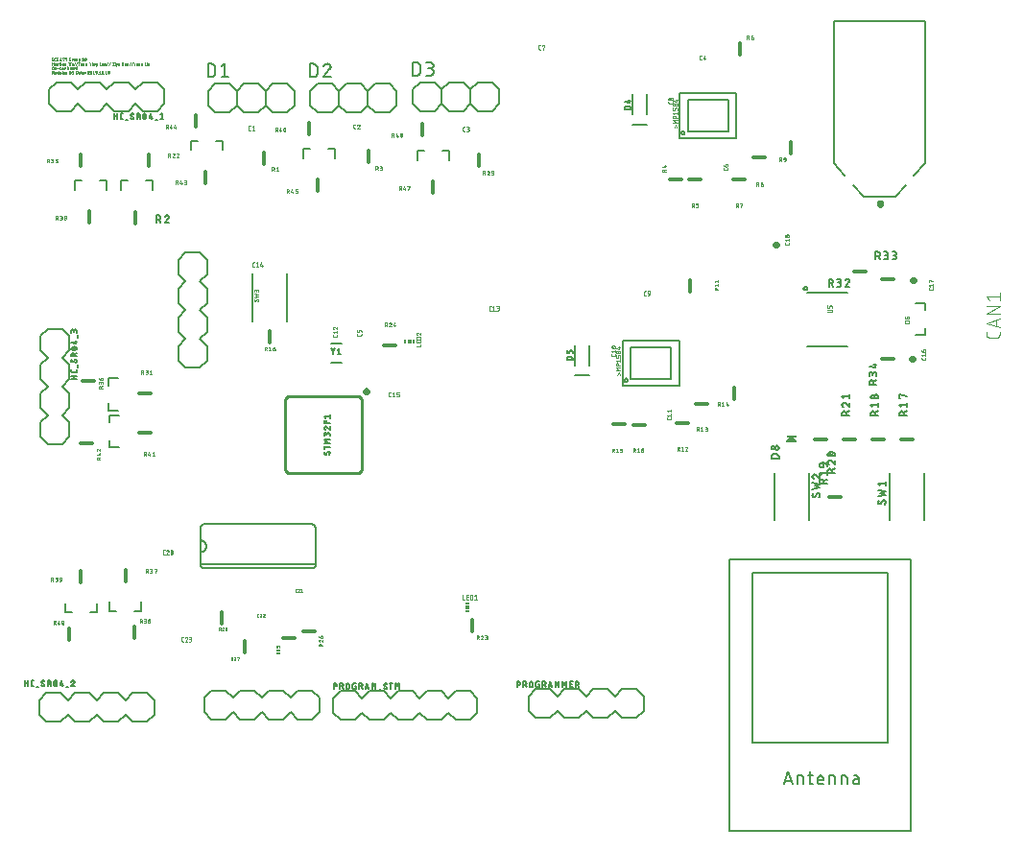
<source format=gbr>
G04 EAGLE Gerber RS-274X export*
G75*
%MOMM*%
%FSLAX34Y34*%
%LPD*%
%INSilkscreen Top*%
%IPPOS*%
%AMOC8*
5,1,8,0,0,1.08239X$1,22.5*%
G01*
%ADD10C,0.025400*%
%ADD11C,0.127000*%
%ADD12C,0.300000*%
%ADD13C,0.101600*%
%ADD14C,0.152400*%
%ADD15C,0.304800*%
%ADD16C,0.203200*%
%ADD17R,0.889000X0.190500*%
%ADD18C,0.076200*%
%ADD19C,0.254000*%
%ADD20R,0.300000X0.150000*%
%ADD21R,0.300000X0.300000*%
%ADD22R,0.150000X0.300000*%
%ADD23C,0.050800*%
%ADD24C,0.558800*%

G36*
X835678Y253242D02*
X835678Y253242D01*
X835695Y253240D01*
X835799Y253261D01*
X835903Y253279D01*
X835918Y253287D01*
X835936Y253291D01*
X836027Y253344D01*
X836120Y253394D01*
X836132Y253406D01*
X836148Y253416D01*
X836217Y253495D01*
X836290Y253572D01*
X836297Y253588D01*
X836309Y253602D01*
X836349Y253699D01*
X836393Y253795D01*
X836395Y253813D01*
X836402Y253829D01*
X836409Y253935D01*
X836420Y254039D01*
X836416Y254057D01*
X836418Y254075D01*
X836390Y254177D01*
X836368Y254280D01*
X836359Y254295D01*
X836354Y254312D01*
X836269Y254457D01*
X832459Y259537D01*
X832456Y259540D01*
X832454Y259544D01*
X832367Y259625D01*
X832282Y259707D01*
X832278Y259709D01*
X832275Y259712D01*
X832166Y259762D01*
X832059Y259812D01*
X832055Y259812D01*
X832051Y259814D01*
X831933Y259827D01*
X831815Y259840D01*
X831811Y259840D01*
X831806Y259840D01*
X831690Y259814D01*
X831574Y259790D01*
X831570Y259787D01*
X831566Y259786D01*
X831464Y259725D01*
X831362Y259665D01*
X831359Y259661D01*
X831356Y259659D01*
X831241Y259537D01*
X827431Y254457D01*
X827423Y254441D01*
X827411Y254428D01*
X827366Y254332D01*
X827317Y254239D01*
X827314Y254221D01*
X827307Y254205D01*
X827295Y254100D01*
X827279Y253996D01*
X827282Y253978D01*
X827280Y253961D01*
X827302Y253858D01*
X827320Y253753D01*
X827328Y253738D01*
X827332Y253720D01*
X827386Y253630D01*
X827436Y253537D01*
X827449Y253524D01*
X827458Y253509D01*
X827538Y253440D01*
X827615Y253368D01*
X827632Y253361D01*
X827645Y253349D01*
X827743Y253310D01*
X827839Y253266D01*
X827857Y253264D01*
X827873Y253257D01*
X828040Y253239D01*
X835660Y253239D01*
X835678Y253242D01*
G37*
G36*
X457908Y295343D02*
X457908Y295343D01*
X457909Y295344D01*
X457910Y295343D01*
X458582Y295578D01*
X458582Y295580D01*
X458584Y295579D01*
X459186Y295958D01*
X459186Y295959D01*
X459188Y295959D01*
X459691Y296462D01*
X459691Y296464D01*
X459692Y296464D01*
X460071Y297066D01*
X460070Y297068D01*
X460072Y297068D01*
X460307Y297740D01*
X460306Y297741D01*
X460307Y297742D01*
X460387Y298449D01*
X460386Y298449D01*
X460386Y298450D01*
X460387Y298451D01*
X460307Y299158D01*
X460306Y299159D01*
X460307Y299160D01*
X460072Y299832D01*
X460070Y299832D01*
X460071Y299834D01*
X459692Y300436D01*
X459691Y300436D01*
X459691Y300438D01*
X459188Y300941D01*
X459186Y300941D01*
X459186Y300942D01*
X458584Y301321D01*
X458582Y301320D01*
X458582Y301322D01*
X457910Y301557D01*
X457909Y301556D01*
X457908Y301557D01*
X457201Y301637D01*
X457200Y301636D01*
X457199Y301637D01*
X456492Y301557D01*
X456491Y301556D01*
X456490Y301557D01*
X455818Y301322D01*
X455818Y301320D01*
X455816Y301321D01*
X455214Y300942D01*
X455214Y300941D01*
X455212Y300941D01*
X454709Y300438D01*
X454709Y300436D01*
X454708Y300436D01*
X454329Y299834D01*
X454330Y299832D01*
X454328Y299832D01*
X454093Y299160D01*
X454094Y299159D01*
X454093Y299158D01*
X454013Y298451D01*
X454014Y298450D01*
X454013Y298449D01*
X454093Y297742D01*
X454094Y297741D01*
X454093Y297740D01*
X454328Y297068D01*
X454330Y297068D01*
X454329Y297066D01*
X454708Y296464D01*
X454709Y296464D01*
X454709Y296462D01*
X455212Y295959D01*
X455214Y295959D01*
X455214Y295958D01*
X455816Y295579D01*
X455818Y295580D01*
X455818Y295578D01*
X456490Y295343D01*
X456491Y295344D01*
X456492Y295343D01*
X457199Y295263D01*
X457200Y295264D01*
X457201Y295263D01*
X457908Y295343D01*
G37*
D10*
X180512Y590462D02*
X179496Y590462D01*
X179496Y592748D01*
X180512Y592748D01*
X180258Y591732D02*
X179496Y591732D01*
X181896Y590462D02*
X182404Y590462D01*
X181896Y590462D02*
X181852Y590464D01*
X181808Y590470D01*
X181765Y590479D01*
X181722Y590493D01*
X181681Y590510D01*
X181642Y590530D01*
X181605Y590554D01*
X181569Y590581D01*
X181537Y590611D01*
X181507Y590643D01*
X181480Y590679D01*
X181456Y590716D01*
X181436Y590755D01*
X181419Y590796D01*
X181405Y590839D01*
X181396Y590882D01*
X181390Y590926D01*
X181388Y590970D01*
X181388Y592240D01*
X181390Y592284D01*
X181396Y592328D01*
X181405Y592371D01*
X181419Y592414D01*
X181436Y592455D01*
X181456Y592494D01*
X181480Y592531D01*
X181507Y592567D01*
X181537Y592599D01*
X181569Y592629D01*
X181605Y592656D01*
X181642Y592680D01*
X181681Y592700D01*
X181722Y592717D01*
X181765Y592731D01*
X181808Y592740D01*
X181852Y592746D01*
X181896Y592748D01*
X182404Y592748D01*
X183382Y590462D02*
X184398Y590462D01*
X183382Y590462D02*
X183382Y592748D01*
X184398Y592748D01*
X184144Y591732D02*
X183382Y591732D01*
X186501Y590970D02*
X187009Y592748D01*
X186501Y590970D02*
X187771Y590970D01*
X187390Y591478D02*
X187390Y590462D01*
X188787Y592494D02*
X188787Y592748D01*
X190057Y592748D01*
X189422Y590462D01*
X191073Y592494D02*
X191073Y592748D01*
X192343Y592748D01*
X191708Y590462D01*
X195543Y591732D02*
X195924Y591732D01*
X195924Y590462D01*
X195162Y590462D01*
X195118Y590464D01*
X195074Y590470D01*
X195031Y590479D01*
X194988Y590493D01*
X194947Y590510D01*
X194908Y590530D01*
X194871Y590554D01*
X194835Y590581D01*
X194803Y590611D01*
X194773Y590643D01*
X194746Y590679D01*
X194722Y590716D01*
X194702Y590755D01*
X194685Y590796D01*
X194671Y590839D01*
X194662Y590882D01*
X194656Y590926D01*
X194654Y590970D01*
X194654Y592240D01*
X194656Y592284D01*
X194662Y592328D01*
X194671Y592371D01*
X194685Y592414D01*
X194702Y592455D01*
X194722Y592494D01*
X194746Y592531D01*
X194773Y592567D01*
X194803Y592599D01*
X194835Y592629D01*
X194871Y592656D01*
X194908Y592680D01*
X194947Y592700D01*
X194988Y592717D01*
X195031Y592731D01*
X195074Y592740D01*
X195118Y592746D01*
X195162Y592748D01*
X195924Y592748D01*
X197082Y591986D02*
X197082Y590462D01*
X197082Y591986D02*
X197844Y591986D01*
X197844Y591732D01*
X198591Y591478D02*
X198591Y590970D01*
X198591Y591478D02*
X198593Y591522D01*
X198599Y591566D01*
X198608Y591609D01*
X198622Y591652D01*
X198639Y591693D01*
X198659Y591732D01*
X198683Y591769D01*
X198710Y591805D01*
X198740Y591837D01*
X198772Y591867D01*
X198808Y591894D01*
X198845Y591918D01*
X198884Y591938D01*
X198925Y591955D01*
X198968Y591969D01*
X199011Y591978D01*
X199055Y591984D01*
X199099Y591986D01*
X199143Y591984D01*
X199187Y591978D01*
X199230Y591969D01*
X199273Y591955D01*
X199314Y591938D01*
X199353Y591918D01*
X199390Y591894D01*
X199426Y591867D01*
X199458Y591837D01*
X199488Y591805D01*
X199515Y591769D01*
X199539Y591732D01*
X199559Y591693D01*
X199576Y591652D01*
X199590Y591609D01*
X199599Y591566D01*
X199605Y591522D01*
X199607Y591478D01*
X199607Y590970D01*
X199605Y590926D01*
X199599Y590882D01*
X199590Y590839D01*
X199576Y590796D01*
X199559Y590755D01*
X199539Y590716D01*
X199515Y590679D01*
X199488Y590643D01*
X199458Y590611D01*
X199426Y590581D01*
X199390Y590554D01*
X199353Y590530D01*
X199314Y590510D01*
X199273Y590493D01*
X199230Y590479D01*
X199187Y590470D01*
X199143Y590464D01*
X199099Y590462D01*
X199055Y590464D01*
X199011Y590470D01*
X198968Y590479D01*
X198925Y590493D01*
X198884Y590510D01*
X198845Y590530D01*
X198808Y590554D01*
X198772Y590581D01*
X198740Y590611D01*
X198710Y590643D01*
X198683Y590679D01*
X198659Y590716D01*
X198639Y590755D01*
X198622Y590796D01*
X198608Y590839D01*
X198599Y590882D01*
X198593Y590926D01*
X198591Y590970D01*
X200649Y590843D02*
X200649Y591986D01*
X200649Y590843D02*
X200651Y590806D01*
X200656Y590769D01*
X200665Y590732D01*
X200678Y590697D01*
X200694Y590663D01*
X200713Y590631D01*
X200735Y590601D01*
X200761Y590574D01*
X200788Y590548D01*
X200818Y590526D01*
X200850Y590507D01*
X200884Y590491D01*
X200919Y590478D01*
X200956Y590469D01*
X200993Y590464D01*
X201030Y590462D01*
X201665Y590462D01*
X201665Y591986D01*
X202795Y591986D02*
X202795Y589700D01*
X202795Y591986D02*
X203430Y591986D01*
X203467Y591984D01*
X203504Y591979D01*
X203541Y591970D01*
X203576Y591957D01*
X203610Y591941D01*
X203642Y591922D01*
X203672Y591900D01*
X203699Y591874D01*
X203725Y591847D01*
X203747Y591817D01*
X203766Y591785D01*
X203782Y591751D01*
X203795Y591716D01*
X203804Y591679D01*
X203809Y591642D01*
X203811Y591605D01*
X203811Y590843D01*
X203809Y590806D01*
X203804Y590769D01*
X203795Y590732D01*
X203782Y590697D01*
X203766Y590663D01*
X203747Y590631D01*
X203725Y590601D01*
X203699Y590574D01*
X203672Y590548D01*
X203642Y590526D01*
X203610Y590507D01*
X203576Y590491D01*
X203541Y590478D01*
X203504Y590469D01*
X203467Y590464D01*
X203430Y590462D01*
X202795Y590462D01*
X206706Y592748D02*
X206751Y592746D01*
X206795Y592741D01*
X206840Y592732D01*
X206883Y592720D01*
X206925Y592704D01*
X206966Y592686D01*
X207005Y592664D01*
X207042Y592639D01*
X207077Y592611D01*
X207110Y592580D01*
X207141Y592547D01*
X207169Y592512D01*
X207194Y592475D01*
X207216Y592436D01*
X207234Y592395D01*
X207250Y592353D01*
X207262Y592310D01*
X207271Y592265D01*
X207276Y592221D01*
X207278Y592176D01*
X206706Y592747D02*
X206655Y592745D01*
X206604Y592740D01*
X206553Y592731D01*
X206504Y592719D01*
X206455Y592703D01*
X206407Y592683D01*
X206361Y592661D01*
X206317Y592635D01*
X206274Y592607D01*
X206234Y592575D01*
X206196Y592541D01*
X206160Y592504D01*
X206127Y592464D01*
X206097Y592423D01*
X206070Y592379D01*
X206046Y592334D01*
X206025Y592287D01*
X206008Y592239D01*
X207087Y591731D02*
X207119Y591764D01*
X207148Y591798D01*
X207175Y591835D01*
X207198Y591873D01*
X207219Y591914D01*
X207237Y591955D01*
X207252Y591998D01*
X207263Y592041D01*
X207271Y592086D01*
X207276Y592131D01*
X207278Y592176D01*
X207087Y591732D02*
X206008Y590462D01*
X207278Y590462D01*
X208294Y591605D02*
X208296Y591690D01*
X208302Y591776D01*
X208311Y591861D01*
X208325Y591945D01*
X208342Y592029D01*
X208363Y592111D01*
X208388Y592193D01*
X208417Y592274D01*
X208449Y592353D01*
X208485Y592431D01*
X208484Y592430D02*
X208500Y592469D01*
X208518Y592506D01*
X208540Y592542D01*
X208565Y592575D01*
X208593Y592606D01*
X208623Y592635D01*
X208656Y592660D01*
X208691Y592683D01*
X208728Y592703D01*
X208766Y592719D01*
X208806Y592731D01*
X208846Y592741D01*
X208887Y592746D01*
X208929Y592748D01*
X208971Y592746D01*
X209012Y592741D01*
X209052Y592731D01*
X209092Y592719D01*
X209130Y592703D01*
X209167Y592683D01*
X209202Y592660D01*
X209235Y592635D01*
X209265Y592606D01*
X209293Y592575D01*
X209318Y592542D01*
X209340Y592506D01*
X209358Y592469D01*
X209374Y592430D01*
X209373Y592431D02*
X209409Y592353D01*
X209441Y592274D01*
X209470Y592193D01*
X209495Y592111D01*
X209516Y592029D01*
X209533Y591945D01*
X209547Y591861D01*
X209556Y591776D01*
X209562Y591690D01*
X209564Y591605D01*
X208294Y591605D02*
X208296Y591520D01*
X208302Y591434D01*
X208311Y591349D01*
X208325Y591265D01*
X208342Y591181D01*
X208363Y591099D01*
X208388Y591017D01*
X208417Y590936D01*
X208449Y590857D01*
X208485Y590779D01*
X208484Y590779D02*
X208500Y590740D01*
X208518Y590703D01*
X208540Y590667D01*
X208565Y590634D01*
X208593Y590603D01*
X208623Y590574D01*
X208656Y590549D01*
X208691Y590526D01*
X208728Y590506D01*
X208766Y590490D01*
X208806Y590478D01*
X208846Y590468D01*
X208887Y590463D01*
X208929Y590461D01*
X209373Y590779D02*
X209409Y590857D01*
X209441Y590936D01*
X209470Y591017D01*
X209495Y591099D01*
X209516Y591181D01*
X209533Y591265D01*
X209547Y591349D01*
X209556Y591434D01*
X209562Y591520D01*
X209564Y591605D01*
X209374Y590779D02*
X209358Y590740D01*
X209340Y590703D01*
X209318Y590667D01*
X209293Y590634D01*
X209265Y590603D01*
X209235Y590574D01*
X209202Y590549D01*
X209167Y590526D01*
X209130Y590506D01*
X209092Y590490D01*
X209052Y590478D01*
X209012Y590468D01*
X208971Y590463D01*
X208929Y590461D01*
X208421Y590970D02*
X209437Y592240D01*
X179496Y588938D02*
X179496Y586652D01*
X179496Y587922D02*
X180766Y587922D01*
X180766Y588938D02*
X180766Y586652D01*
X182264Y587541D02*
X182835Y587541D01*
X182264Y587541D02*
X182223Y587539D01*
X182182Y587533D01*
X182142Y587524D01*
X182103Y587511D01*
X182066Y587494D01*
X182030Y587474D01*
X181996Y587451D01*
X181964Y587425D01*
X181935Y587396D01*
X181909Y587364D01*
X181886Y587330D01*
X181866Y587294D01*
X181849Y587257D01*
X181836Y587218D01*
X181827Y587178D01*
X181821Y587137D01*
X181819Y587096D01*
X181821Y587055D01*
X181827Y587014D01*
X181836Y586974D01*
X181849Y586935D01*
X181866Y586898D01*
X181886Y586862D01*
X181909Y586828D01*
X181935Y586796D01*
X181964Y586767D01*
X181996Y586741D01*
X182030Y586718D01*
X182066Y586698D01*
X182103Y586681D01*
X182142Y586668D01*
X182182Y586659D01*
X182223Y586653D01*
X182264Y586651D01*
X182264Y586652D02*
X182835Y586652D01*
X182835Y587795D01*
X182833Y587832D01*
X182828Y587869D01*
X182819Y587906D01*
X182806Y587941D01*
X182790Y587975D01*
X182771Y588007D01*
X182749Y588037D01*
X182723Y588064D01*
X182696Y588090D01*
X182666Y588112D01*
X182634Y588131D01*
X182600Y588147D01*
X182565Y588160D01*
X182528Y588169D01*
X182491Y588174D01*
X182454Y588176D01*
X181946Y588176D01*
X183890Y587668D02*
X183890Y587160D01*
X183890Y587668D02*
X183892Y587712D01*
X183898Y587756D01*
X183907Y587799D01*
X183921Y587842D01*
X183938Y587883D01*
X183958Y587922D01*
X183982Y587959D01*
X184009Y587995D01*
X184039Y588027D01*
X184071Y588057D01*
X184107Y588084D01*
X184144Y588108D01*
X184183Y588128D01*
X184224Y588145D01*
X184267Y588159D01*
X184310Y588168D01*
X184354Y588174D01*
X184398Y588176D01*
X184442Y588174D01*
X184486Y588168D01*
X184529Y588159D01*
X184572Y588145D01*
X184613Y588128D01*
X184652Y588108D01*
X184689Y588084D01*
X184725Y588057D01*
X184757Y588027D01*
X184787Y587995D01*
X184814Y587959D01*
X184838Y587922D01*
X184858Y587883D01*
X184875Y587842D01*
X184889Y587799D01*
X184898Y587756D01*
X184904Y587712D01*
X184906Y587668D01*
X184906Y587160D01*
X184904Y587116D01*
X184898Y587072D01*
X184889Y587029D01*
X184875Y586986D01*
X184858Y586945D01*
X184838Y586906D01*
X184814Y586869D01*
X184787Y586833D01*
X184757Y586801D01*
X184725Y586771D01*
X184689Y586744D01*
X184652Y586720D01*
X184613Y586700D01*
X184572Y586683D01*
X184529Y586669D01*
X184486Y586660D01*
X184442Y586654D01*
X184398Y586652D01*
X184354Y586654D01*
X184310Y586660D01*
X184267Y586669D01*
X184224Y586683D01*
X184183Y586700D01*
X184144Y586720D01*
X184107Y586744D01*
X184071Y586771D01*
X184039Y586801D01*
X184009Y586833D01*
X183982Y586869D01*
X183958Y586906D01*
X183938Y586945D01*
X183921Y586986D01*
X183907Y587029D01*
X183898Y587072D01*
X183892Y587116D01*
X183890Y587160D01*
X185672Y588176D02*
X186434Y588176D01*
X185926Y588938D02*
X185926Y587033D01*
X185928Y586996D01*
X185933Y586959D01*
X185942Y586922D01*
X185955Y586887D01*
X185971Y586853D01*
X185990Y586821D01*
X186012Y586791D01*
X186038Y586764D01*
X186065Y586738D01*
X186095Y586716D01*
X186127Y586697D01*
X186161Y586681D01*
X186196Y586668D01*
X186233Y586659D01*
X186270Y586654D01*
X186307Y586652D01*
X186434Y586652D01*
X187293Y586652D02*
X187293Y588176D01*
X187230Y588811D02*
X187230Y588938D01*
X187357Y588938D01*
X187357Y588811D01*
X187230Y588811D01*
X188664Y587541D02*
X189236Y587541D01*
X188664Y587541D02*
X188623Y587539D01*
X188582Y587533D01*
X188542Y587524D01*
X188503Y587511D01*
X188466Y587494D01*
X188430Y587474D01*
X188396Y587451D01*
X188364Y587425D01*
X188335Y587396D01*
X188309Y587364D01*
X188286Y587330D01*
X188266Y587294D01*
X188249Y587257D01*
X188236Y587218D01*
X188227Y587178D01*
X188221Y587137D01*
X188219Y587096D01*
X188221Y587055D01*
X188227Y587014D01*
X188236Y586974D01*
X188249Y586935D01*
X188266Y586898D01*
X188286Y586862D01*
X188309Y586828D01*
X188335Y586796D01*
X188364Y586767D01*
X188396Y586741D01*
X188430Y586718D01*
X188466Y586698D01*
X188503Y586681D01*
X188542Y586668D01*
X188582Y586659D01*
X188623Y586653D01*
X188664Y586651D01*
X188664Y586652D02*
X189236Y586652D01*
X189236Y587795D01*
X189234Y587832D01*
X189229Y587869D01*
X189220Y587906D01*
X189207Y587941D01*
X189191Y587975D01*
X189172Y588007D01*
X189150Y588037D01*
X189124Y588064D01*
X189097Y588090D01*
X189067Y588112D01*
X189035Y588131D01*
X189001Y588147D01*
X188966Y588160D01*
X188929Y588169D01*
X188892Y588174D01*
X188855Y588176D01*
X188347Y588176D01*
X190367Y588176D02*
X190367Y586652D01*
X190367Y588176D02*
X191002Y588176D01*
X191039Y588174D01*
X191076Y588169D01*
X191113Y588160D01*
X191148Y588147D01*
X191182Y588131D01*
X191214Y588112D01*
X191244Y588090D01*
X191271Y588064D01*
X191297Y588037D01*
X191319Y588007D01*
X191338Y587975D01*
X191354Y587941D01*
X191367Y587906D01*
X191376Y587869D01*
X191381Y587832D01*
X191383Y587795D01*
X191383Y586652D01*
X193542Y588938D02*
X194304Y587858D01*
X195066Y588938D01*
X194304Y587858D02*
X194304Y586652D01*
X195904Y586652D02*
X195904Y588176D01*
X195840Y588811D02*
X195840Y588938D01*
X195967Y588938D01*
X195967Y588811D01*
X195840Y588811D01*
X196920Y588176D02*
X196920Y586652D01*
X196920Y588176D02*
X197555Y588176D01*
X197592Y588174D01*
X197629Y588169D01*
X197666Y588160D01*
X197701Y588147D01*
X197735Y588131D01*
X197767Y588112D01*
X197797Y588090D01*
X197824Y588064D01*
X197850Y588037D01*
X197872Y588007D01*
X197891Y587975D01*
X197907Y587941D01*
X197920Y587906D01*
X197929Y587869D01*
X197934Y587832D01*
X197936Y587795D01*
X197936Y586652D01*
X198901Y586398D02*
X199917Y589192D01*
X201746Y589192D02*
X200730Y586398D01*
X203143Y586652D02*
X203143Y588938D01*
X202508Y588938D02*
X203778Y588938D01*
X204806Y587541D02*
X205441Y587287D01*
X204807Y587541D02*
X204775Y587555D01*
X204745Y587573D01*
X204717Y587595D01*
X204691Y587619D01*
X204668Y587645D01*
X204648Y587674D01*
X204632Y587705D01*
X204618Y587737D01*
X204609Y587771D01*
X204602Y587806D01*
X204600Y587841D01*
X204601Y587876D01*
X204606Y587911D01*
X204615Y587945D01*
X204627Y587977D01*
X204643Y588009D01*
X204662Y588038D01*
X204684Y588066D01*
X204709Y588091D01*
X204736Y588113D01*
X204766Y588132D01*
X204797Y588147D01*
X204830Y588160D01*
X204864Y588168D01*
X204899Y588174D01*
X204934Y588175D01*
X204934Y588176D02*
X205007Y588173D01*
X205081Y588166D01*
X205154Y588156D01*
X205226Y588142D01*
X205298Y588124D01*
X205368Y588102D01*
X205437Y588077D01*
X205505Y588049D01*
X205441Y587286D02*
X205473Y587272D01*
X205503Y587254D01*
X205531Y587232D01*
X205557Y587208D01*
X205580Y587182D01*
X205600Y587153D01*
X205616Y587122D01*
X205630Y587090D01*
X205639Y587056D01*
X205646Y587021D01*
X205648Y586986D01*
X205647Y586951D01*
X205642Y586916D01*
X205633Y586882D01*
X205621Y586850D01*
X205605Y586818D01*
X205586Y586789D01*
X205564Y586761D01*
X205539Y586736D01*
X205512Y586714D01*
X205482Y586695D01*
X205451Y586680D01*
X205418Y586667D01*
X205384Y586659D01*
X205349Y586653D01*
X205314Y586652D01*
X205225Y586655D01*
X205136Y586662D01*
X205048Y586673D01*
X204960Y586687D01*
X204872Y586704D01*
X204786Y586726D01*
X204700Y586751D01*
X204616Y586779D01*
X207028Y587541D02*
X207600Y587541D01*
X207028Y587541D02*
X206987Y587539D01*
X206946Y587533D01*
X206906Y587524D01*
X206867Y587511D01*
X206830Y587494D01*
X206794Y587474D01*
X206760Y587451D01*
X206728Y587425D01*
X206699Y587396D01*
X206673Y587364D01*
X206650Y587330D01*
X206630Y587294D01*
X206613Y587257D01*
X206600Y587218D01*
X206591Y587178D01*
X206585Y587137D01*
X206583Y587096D01*
X206585Y587055D01*
X206591Y587014D01*
X206600Y586974D01*
X206613Y586935D01*
X206630Y586898D01*
X206650Y586862D01*
X206673Y586828D01*
X206699Y586796D01*
X206728Y586767D01*
X206760Y586741D01*
X206794Y586718D01*
X206830Y586698D01*
X206867Y586681D01*
X206906Y586668D01*
X206946Y586659D01*
X206987Y586653D01*
X207028Y586651D01*
X207028Y586652D02*
X207600Y586652D01*
X207600Y587795D01*
X207598Y587832D01*
X207593Y587869D01*
X207584Y587906D01*
X207571Y587941D01*
X207555Y587975D01*
X207536Y588007D01*
X207514Y588037D01*
X207488Y588064D01*
X207461Y588090D01*
X207431Y588112D01*
X207399Y588131D01*
X207365Y588147D01*
X207330Y588160D01*
X207293Y588169D01*
X207256Y588174D01*
X207219Y588176D01*
X206711Y588176D01*
X208781Y588176D02*
X208781Y586652D01*
X208781Y588176D02*
X209924Y588176D01*
X209961Y588174D01*
X209998Y588169D01*
X210035Y588160D01*
X210070Y588147D01*
X210104Y588131D01*
X210136Y588112D01*
X210166Y588090D01*
X210193Y588064D01*
X210219Y588037D01*
X210241Y588007D01*
X210260Y587975D01*
X210276Y587941D01*
X210289Y587906D01*
X210298Y587869D01*
X210303Y587832D01*
X210305Y587795D01*
X210305Y586652D01*
X209543Y586652D02*
X209543Y588176D01*
X212515Y588938D02*
X213277Y587858D01*
X214039Y588938D01*
X213277Y587858D02*
X213277Y586652D01*
X214877Y586652D02*
X214877Y588176D01*
X214814Y588811D02*
X214814Y588938D01*
X214941Y588938D01*
X214941Y588811D01*
X214814Y588811D01*
X215893Y588176D02*
X215893Y586652D01*
X215893Y588176D02*
X216528Y588176D01*
X216565Y588174D01*
X216602Y588169D01*
X216639Y588160D01*
X216674Y588147D01*
X216708Y588131D01*
X216740Y588112D01*
X216770Y588090D01*
X216797Y588064D01*
X216823Y588037D01*
X216845Y588007D01*
X216864Y587975D01*
X216880Y587941D01*
X216893Y587906D01*
X216902Y587869D01*
X216907Y587832D01*
X216909Y587795D01*
X216909Y586652D01*
X218318Y586652D02*
X218953Y586652D01*
X218318Y586652D02*
X218281Y586654D01*
X218244Y586659D01*
X218207Y586668D01*
X218172Y586681D01*
X218138Y586697D01*
X218106Y586716D01*
X218076Y586738D01*
X218049Y586764D01*
X218023Y586791D01*
X218001Y586821D01*
X217982Y586853D01*
X217966Y586887D01*
X217953Y586922D01*
X217944Y586959D01*
X217939Y586996D01*
X217937Y587033D01*
X217937Y587795D01*
X217939Y587832D01*
X217944Y587869D01*
X217953Y587906D01*
X217966Y587941D01*
X217982Y587975D01*
X218001Y588007D01*
X218023Y588037D01*
X218049Y588064D01*
X218076Y588090D01*
X218106Y588112D01*
X218138Y588131D01*
X218172Y588147D01*
X218207Y588160D01*
X218244Y588169D01*
X218281Y588174D01*
X218318Y588176D01*
X218953Y588176D01*
X218953Y586271D01*
X218951Y586234D01*
X218946Y586197D01*
X218937Y586160D01*
X218924Y586125D01*
X218908Y586091D01*
X218889Y586059D01*
X218867Y586029D01*
X218841Y586002D01*
X218814Y585976D01*
X218784Y585954D01*
X218752Y585935D01*
X218718Y585919D01*
X218683Y585906D01*
X218646Y585897D01*
X218609Y585892D01*
X218572Y585890D01*
X218064Y585890D01*
X221334Y586652D02*
X221334Y588938D01*
X221334Y586652D02*
X222350Y586652D01*
X223640Y587541D02*
X224211Y587541D01*
X223640Y587541D02*
X223599Y587539D01*
X223558Y587533D01*
X223518Y587524D01*
X223479Y587511D01*
X223442Y587494D01*
X223406Y587474D01*
X223372Y587451D01*
X223340Y587425D01*
X223311Y587396D01*
X223285Y587364D01*
X223262Y587330D01*
X223242Y587294D01*
X223225Y587257D01*
X223212Y587218D01*
X223203Y587178D01*
X223197Y587137D01*
X223195Y587096D01*
X223197Y587055D01*
X223203Y587014D01*
X223212Y586974D01*
X223225Y586935D01*
X223242Y586898D01*
X223262Y586862D01*
X223285Y586828D01*
X223311Y586796D01*
X223340Y586767D01*
X223372Y586741D01*
X223406Y586718D01*
X223442Y586698D01*
X223479Y586681D01*
X223518Y586668D01*
X223558Y586659D01*
X223599Y586653D01*
X223640Y586651D01*
X223640Y586652D02*
X224211Y586652D01*
X224211Y587795D01*
X224209Y587832D01*
X224204Y587869D01*
X224195Y587906D01*
X224182Y587941D01*
X224166Y587975D01*
X224147Y588007D01*
X224125Y588037D01*
X224099Y588064D01*
X224072Y588090D01*
X224042Y588112D01*
X224010Y588131D01*
X223976Y588147D01*
X223941Y588160D01*
X223904Y588169D01*
X223867Y588174D01*
X223830Y588176D01*
X223322Y588176D01*
X225393Y588176D02*
X225393Y586652D01*
X225393Y588176D02*
X226536Y588176D01*
X226573Y588174D01*
X226610Y588169D01*
X226647Y588160D01*
X226682Y588147D01*
X226716Y588131D01*
X226748Y588112D01*
X226778Y588090D01*
X226805Y588064D01*
X226831Y588037D01*
X226853Y588007D01*
X226872Y587975D01*
X226888Y587941D01*
X226901Y587906D01*
X226910Y587869D01*
X226915Y587832D01*
X226917Y587795D01*
X226917Y586652D01*
X226155Y586652D02*
X226155Y588176D01*
X227933Y586398D02*
X228949Y589192D01*
X230777Y589192D02*
X229761Y586398D01*
X232835Y588938D02*
X234105Y588938D01*
X232835Y586652D01*
X234105Y586652D01*
X234994Y586652D02*
X234994Y588176D01*
X234930Y588811D02*
X234930Y588938D01*
X235057Y588938D01*
X235057Y588811D01*
X234930Y588811D01*
X235857Y585890D02*
X236111Y585890D01*
X236873Y588176D01*
X235857Y588176D02*
X236365Y586652D01*
X237838Y587033D02*
X237838Y588176D01*
X237838Y587033D02*
X237840Y586996D01*
X237845Y586959D01*
X237854Y586922D01*
X237867Y586887D01*
X237883Y586853D01*
X237902Y586821D01*
X237924Y586791D01*
X237950Y586764D01*
X237977Y586738D01*
X238007Y586716D01*
X238039Y586697D01*
X238073Y586681D01*
X238108Y586668D01*
X238145Y586659D01*
X238182Y586654D01*
X238219Y586652D01*
X238854Y586652D01*
X238854Y588176D01*
X242106Y587922D02*
X242487Y587922D01*
X242487Y586652D01*
X241725Y586652D01*
X241681Y586654D01*
X241637Y586660D01*
X241594Y586669D01*
X241551Y586683D01*
X241510Y586700D01*
X241471Y586720D01*
X241434Y586744D01*
X241398Y586771D01*
X241366Y586801D01*
X241336Y586833D01*
X241309Y586869D01*
X241285Y586906D01*
X241265Y586945D01*
X241248Y586986D01*
X241234Y587029D01*
X241225Y587072D01*
X241219Y587116D01*
X241217Y587160D01*
X241217Y588430D01*
X241219Y588474D01*
X241225Y588518D01*
X241234Y588561D01*
X241248Y588604D01*
X241265Y588645D01*
X241285Y588684D01*
X241309Y588721D01*
X241336Y588757D01*
X241366Y588789D01*
X241398Y588819D01*
X241434Y588846D01*
X241471Y588870D01*
X241510Y588890D01*
X241551Y588907D01*
X241594Y588921D01*
X241637Y588930D01*
X241681Y588936D01*
X241725Y588938D01*
X242487Y588938D01*
X243629Y588176D02*
X243629Y587033D01*
X243631Y586996D01*
X243636Y586959D01*
X243645Y586922D01*
X243658Y586887D01*
X243674Y586853D01*
X243693Y586821D01*
X243715Y586791D01*
X243741Y586764D01*
X243768Y586738D01*
X243798Y586716D01*
X243830Y586697D01*
X243864Y586681D01*
X243899Y586668D01*
X243936Y586659D01*
X243973Y586654D01*
X244010Y586652D01*
X244645Y586652D01*
X244645Y588176D01*
X245687Y587668D02*
X245687Y587160D01*
X245687Y587668D02*
X245689Y587712D01*
X245695Y587756D01*
X245704Y587799D01*
X245718Y587842D01*
X245735Y587883D01*
X245755Y587922D01*
X245779Y587959D01*
X245806Y587995D01*
X245836Y588027D01*
X245868Y588057D01*
X245904Y588084D01*
X245941Y588108D01*
X245980Y588128D01*
X246021Y588145D01*
X246064Y588159D01*
X246107Y588168D01*
X246151Y588174D01*
X246195Y588176D01*
X246239Y588174D01*
X246283Y588168D01*
X246326Y588159D01*
X246369Y588145D01*
X246410Y588128D01*
X246449Y588108D01*
X246486Y588084D01*
X246522Y588057D01*
X246554Y588027D01*
X246584Y587995D01*
X246611Y587959D01*
X246635Y587922D01*
X246655Y587883D01*
X246672Y587842D01*
X246686Y587799D01*
X246695Y587756D01*
X246701Y587712D01*
X246703Y587668D01*
X246703Y587160D01*
X246701Y587116D01*
X246695Y587072D01*
X246686Y587029D01*
X246672Y586986D01*
X246655Y586945D01*
X246635Y586906D01*
X246611Y586869D01*
X246584Y586833D01*
X246554Y586801D01*
X246522Y586771D01*
X246486Y586744D01*
X246449Y586720D01*
X246410Y586700D01*
X246369Y586683D01*
X246326Y586669D01*
X246283Y586660D01*
X246239Y586654D01*
X246195Y586652D01*
X246151Y586654D01*
X246107Y586660D01*
X246064Y586669D01*
X246021Y586683D01*
X245980Y586700D01*
X245941Y586720D01*
X245904Y586744D01*
X245868Y586771D01*
X245836Y586801D01*
X245806Y586833D01*
X245779Y586869D01*
X245755Y586906D01*
X245735Y586945D01*
X245718Y586986D01*
X245704Y587029D01*
X245695Y587072D01*
X245689Y587116D01*
X245687Y587160D01*
X247592Y586398D02*
X248608Y589192D01*
X250437Y589192D02*
X249421Y586398D01*
X251986Y587858D02*
X251224Y588938D01*
X251986Y587858D02*
X252748Y588938D01*
X251986Y587858D02*
X251986Y586652D01*
X253688Y587033D02*
X253688Y588176D01*
X253688Y587033D02*
X253690Y586996D01*
X253695Y586959D01*
X253704Y586922D01*
X253717Y586887D01*
X253733Y586853D01*
X253752Y586821D01*
X253774Y586791D01*
X253800Y586764D01*
X253827Y586738D01*
X253857Y586716D01*
X253889Y586697D01*
X253923Y586681D01*
X253958Y586668D01*
X253995Y586659D01*
X254032Y586654D01*
X254069Y586652D01*
X254704Y586652D01*
X254704Y588176D01*
X256176Y587541D02*
X256748Y587541D01*
X256176Y587541D02*
X256135Y587539D01*
X256094Y587533D01*
X256054Y587524D01*
X256015Y587511D01*
X255978Y587494D01*
X255942Y587474D01*
X255908Y587451D01*
X255876Y587425D01*
X255847Y587396D01*
X255821Y587364D01*
X255798Y587330D01*
X255778Y587294D01*
X255761Y587257D01*
X255748Y587218D01*
X255739Y587178D01*
X255733Y587137D01*
X255731Y587096D01*
X255733Y587055D01*
X255739Y587014D01*
X255748Y586974D01*
X255761Y586935D01*
X255778Y586898D01*
X255798Y586862D01*
X255821Y586828D01*
X255847Y586796D01*
X255876Y586767D01*
X255908Y586741D01*
X255942Y586718D01*
X255978Y586698D01*
X256015Y586681D01*
X256054Y586668D01*
X256094Y586659D01*
X256135Y586653D01*
X256176Y586651D01*
X256176Y586652D02*
X256748Y586652D01*
X256748Y587795D01*
X256746Y587832D01*
X256741Y587869D01*
X256732Y587906D01*
X256719Y587941D01*
X256703Y587975D01*
X256684Y588007D01*
X256662Y588037D01*
X256636Y588064D01*
X256609Y588090D01*
X256579Y588112D01*
X256547Y588131D01*
X256513Y588147D01*
X256478Y588160D01*
X256441Y588169D01*
X256404Y588174D01*
X256367Y588176D01*
X255859Y588176D01*
X257879Y588176D02*
X257879Y586652D01*
X257879Y588176D02*
X258514Y588176D01*
X258551Y588174D01*
X258588Y588169D01*
X258625Y588160D01*
X258660Y588147D01*
X258694Y588131D01*
X258726Y588112D01*
X258756Y588090D01*
X258783Y588064D01*
X258809Y588037D01*
X258831Y588007D01*
X258850Y587975D01*
X258866Y587941D01*
X258879Y587906D01*
X258888Y587869D01*
X258893Y587832D01*
X258895Y587795D01*
X258895Y586652D01*
X261262Y586652D02*
X261262Y588938D01*
X261262Y586652D02*
X262278Y586652D01*
X263111Y586652D02*
X263111Y588176D01*
X263047Y588811D02*
X263047Y588938D01*
X263174Y588938D01*
X263174Y588811D01*
X263047Y588811D01*
X264127Y588176D02*
X264127Y587033D01*
X264129Y586996D01*
X264134Y586959D01*
X264143Y586922D01*
X264156Y586887D01*
X264172Y586853D01*
X264191Y586821D01*
X264213Y586791D01*
X264239Y586764D01*
X264266Y586738D01*
X264296Y586716D01*
X264328Y586697D01*
X264362Y586681D01*
X264397Y586668D01*
X264434Y586659D01*
X264471Y586654D01*
X264508Y586652D01*
X265143Y586652D01*
X265143Y588176D01*
X179496Y584493D02*
X179496Y583477D01*
X179496Y584493D02*
X179498Y584542D01*
X179503Y584590D01*
X179513Y584638D01*
X179526Y584685D01*
X179542Y584730D01*
X179562Y584775D01*
X179585Y584817D01*
X179612Y584858D01*
X179641Y584897D01*
X179673Y584933D01*
X179709Y584967D01*
X179746Y584998D01*
X179786Y585026D01*
X179828Y585051D01*
X179871Y585072D01*
X179916Y585091D01*
X179963Y585105D01*
X180010Y585116D01*
X180058Y585124D01*
X180107Y585128D01*
X180155Y585128D01*
X180204Y585124D01*
X180252Y585116D01*
X180299Y585105D01*
X180346Y585091D01*
X180391Y585072D01*
X180434Y585051D01*
X180476Y585026D01*
X180516Y584998D01*
X180553Y584967D01*
X180589Y584933D01*
X180621Y584897D01*
X180650Y584858D01*
X180677Y584817D01*
X180700Y584775D01*
X180720Y584730D01*
X180736Y584685D01*
X180749Y584638D01*
X180759Y584590D01*
X180764Y584542D01*
X180766Y584493D01*
X180766Y583477D01*
X180764Y583428D01*
X180759Y583380D01*
X180749Y583332D01*
X180736Y583285D01*
X180720Y583240D01*
X180700Y583195D01*
X180677Y583153D01*
X180650Y583112D01*
X180621Y583073D01*
X180589Y583037D01*
X180553Y583003D01*
X180516Y582972D01*
X180476Y582944D01*
X180434Y582919D01*
X180391Y582898D01*
X180346Y582879D01*
X180299Y582865D01*
X180252Y582854D01*
X180204Y582846D01*
X180155Y582842D01*
X180107Y582842D01*
X180058Y582846D01*
X180010Y582854D01*
X179963Y582865D01*
X179916Y582879D01*
X179871Y582898D01*
X179828Y582919D01*
X179786Y582944D01*
X179746Y582972D01*
X179709Y583003D01*
X179673Y583037D01*
X179641Y583073D01*
X179612Y583112D01*
X179585Y583153D01*
X179562Y583195D01*
X179542Y583240D01*
X179526Y583285D01*
X179513Y583332D01*
X179503Y583380D01*
X179498Y583428D01*
X179496Y583477D01*
X181832Y582842D02*
X181832Y584366D01*
X182467Y584366D01*
X182504Y584364D01*
X182541Y584359D01*
X182578Y584350D01*
X182613Y584337D01*
X182647Y584321D01*
X182679Y584302D01*
X182709Y584280D01*
X182736Y584254D01*
X182762Y584227D01*
X182784Y584197D01*
X182803Y584165D01*
X182819Y584131D01*
X182832Y584096D01*
X182841Y584059D01*
X182846Y584022D01*
X182848Y583985D01*
X182848Y582842D01*
X183941Y583731D02*
X185465Y583731D01*
X186865Y582842D02*
X187373Y582842D01*
X186865Y582842D02*
X186828Y582844D01*
X186791Y582849D01*
X186754Y582858D01*
X186719Y582871D01*
X186685Y582887D01*
X186653Y582906D01*
X186623Y582928D01*
X186596Y582954D01*
X186570Y582981D01*
X186548Y583011D01*
X186529Y583043D01*
X186513Y583077D01*
X186500Y583112D01*
X186491Y583149D01*
X186486Y583186D01*
X186484Y583223D01*
X186484Y583985D01*
X186486Y584022D01*
X186491Y584059D01*
X186500Y584096D01*
X186513Y584131D01*
X186529Y584165D01*
X186548Y584197D01*
X186570Y584227D01*
X186596Y584254D01*
X186623Y584280D01*
X186653Y584302D01*
X186685Y584321D01*
X186719Y584337D01*
X186754Y584350D01*
X186791Y584359D01*
X186828Y584364D01*
X186865Y584366D01*
X187373Y584366D01*
X188664Y583731D02*
X189236Y583731D01*
X188664Y583731D02*
X188623Y583729D01*
X188582Y583723D01*
X188542Y583714D01*
X188503Y583701D01*
X188466Y583684D01*
X188430Y583664D01*
X188396Y583641D01*
X188364Y583615D01*
X188335Y583586D01*
X188309Y583554D01*
X188286Y583520D01*
X188266Y583484D01*
X188249Y583447D01*
X188236Y583408D01*
X188227Y583368D01*
X188221Y583327D01*
X188219Y583286D01*
X188221Y583245D01*
X188227Y583204D01*
X188236Y583164D01*
X188249Y583125D01*
X188266Y583088D01*
X188286Y583052D01*
X188309Y583018D01*
X188335Y582986D01*
X188364Y582957D01*
X188396Y582931D01*
X188430Y582908D01*
X188466Y582888D01*
X188503Y582871D01*
X188542Y582858D01*
X188582Y582849D01*
X188623Y582843D01*
X188664Y582841D01*
X188664Y582842D02*
X189236Y582842D01*
X189236Y583985D01*
X189234Y584022D01*
X189229Y584059D01*
X189220Y584096D01*
X189207Y584131D01*
X189191Y584165D01*
X189172Y584197D01*
X189150Y584227D01*
X189124Y584254D01*
X189097Y584280D01*
X189067Y584302D01*
X189035Y584321D01*
X189001Y584337D01*
X188966Y584350D01*
X188929Y584359D01*
X188892Y584364D01*
X188855Y584366D01*
X188347Y584366D01*
X190382Y584366D02*
X190382Y582842D01*
X190382Y584366D02*
X191144Y584366D01*
X191144Y584112D01*
X193199Y585128D02*
X193199Y582842D01*
X193834Y582842D01*
X193871Y582844D01*
X193908Y582849D01*
X193945Y582858D01*
X193980Y582871D01*
X194014Y582887D01*
X194046Y582906D01*
X194076Y582928D01*
X194103Y582954D01*
X194129Y582981D01*
X194151Y583011D01*
X194170Y583043D01*
X194186Y583077D01*
X194199Y583112D01*
X194208Y583149D01*
X194213Y583186D01*
X194215Y583223D01*
X194215Y583985D01*
X194213Y584022D01*
X194208Y584059D01*
X194199Y584096D01*
X194186Y584131D01*
X194170Y584165D01*
X194151Y584197D01*
X194129Y584227D01*
X194103Y584254D01*
X194076Y584280D01*
X194046Y584302D01*
X194014Y584321D01*
X193980Y584337D01*
X193945Y584350D01*
X193908Y584359D01*
X193871Y584364D01*
X193834Y584366D01*
X193199Y584366D01*
X195167Y583858D02*
X195167Y583350D01*
X195167Y583858D02*
X195169Y583902D01*
X195175Y583946D01*
X195184Y583989D01*
X195198Y584032D01*
X195215Y584073D01*
X195235Y584112D01*
X195259Y584149D01*
X195286Y584185D01*
X195316Y584217D01*
X195348Y584247D01*
X195384Y584274D01*
X195421Y584298D01*
X195460Y584318D01*
X195501Y584335D01*
X195544Y584349D01*
X195587Y584358D01*
X195631Y584364D01*
X195675Y584366D01*
X195719Y584364D01*
X195763Y584358D01*
X195806Y584349D01*
X195849Y584335D01*
X195890Y584318D01*
X195929Y584298D01*
X195966Y584274D01*
X196002Y584247D01*
X196034Y584217D01*
X196064Y584185D01*
X196091Y584149D01*
X196115Y584112D01*
X196135Y584073D01*
X196152Y584032D01*
X196166Y583989D01*
X196175Y583946D01*
X196181Y583902D01*
X196183Y583858D01*
X196183Y583350D01*
X196181Y583306D01*
X196175Y583262D01*
X196166Y583219D01*
X196152Y583176D01*
X196135Y583135D01*
X196115Y583096D01*
X196091Y583059D01*
X196064Y583023D01*
X196034Y582991D01*
X196002Y582961D01*
X195966Y582934D01*
X195929Y582910D01*
X195890Y582890D01*
X195849Y582873D01*
X195806Y582859D01*
X195763Y582850D01*
X195719Y582844D01*
X195675Y582842D01*
X195631Y582844D01*
X195587Y582850D01*
X195544Y582859D01*
X195501Y582873D01*
X195460Y582890D01*
X195421Y582910D01*
X195384Y582934D01*
X195348Y582961D01*
X195316Y582991D01*
X195286Y583023D01*
X195259Y583059D01*
X195235Y583096D01*
X195215Y583135D01*
X195198Y583176D01*
X195184Y583219D01*
X195175Y583262D01*
X195169Y583306D01*
X195167Y583350D01*
X197580Y583731D02*
X198151Y583731D01*
X197580Y583731D02*
X197539Y583729D01*
X197498Y583723D01*
X197458Y583714D01*
X197419Y583701D01*
X197382Y583684D01*
X197346Y583664D01*
X197312Y583641D01*
X197280Y583615D01*
X197251Y583586D01*
X197225Y583554D01*
X197202Y583520D01*
X197182Y583484D01*
X197165Y583447D01*
X197152Y583408D01*
X197143Y583368D01*
X197137Y583327D01*
X197135Y583286D01*
X197137Y583245D01*
X197143Y583204D01*
X197152Y583164D01*
X197165Y583125D01*
X197182Y583088D01*
X197202Y583052D01*
X197225Y583018D01*
X197251Y582986D01*
X197280Y582957D01*
X197312Y582931D01*
X197346Y582908D01*
X197382Y582888D01*
X197419Y582871D01*
X197458Y582858D01*
X197498Y582849D01*
X197539Y582843D01*
X197580Y582841D01*
X197580Y582842D02*
X198151Y582842D01*
X198151Y583985D01*
X198149Y584022D01*
X198144Y584059D01*
X198135Y584096D01*
X198122Y584131D01*
X198106Y584165D01*
X198087Y584197D01*
X198065Y584227D01*
X198039Y584254D01*
X198012Y584280D01*
X197982Y584302D01*
X197950Y584321D01*
X197916Y584337D01*
X197881Y584350D01*
X197844Y584359D01*
X197807Y584364D01*
X197770Y584366D01*
X197262Y584366D01*
X199297Y584366D02*
X199297Y582842D01*
X199297Y584366D02*
X200059Y584366D01*
X200059Y584112D01*
X201809Y585128D02*
X201809Y582842D01*
X201174Y582842D01*
X201137Y582844D01*
X201100Y582849D01*
X201063Y582858D01*
X201028Y582871D01*
X200994Y582887D01*
X200962Y582906D01*
X200932Y582928D01*
X200905Y582954D01*
X200879Y582981D01*
X200857Y583011D01*
X200838Y583043D01*
X200822Y583077D01*
X200809Y583112D01*
X200800Y583149D01*
X200795Y583186D01*
X200793Y583223D01*
X200793Y583985D01*
X200795Y584022D01*
X200800Y584059D01*
X200809Y584096D01*
X200822Y584131D01*
X200838Y584165D01*
X200857Y584197D01*
X200879Y584227D01*
X200905Y584254D01*
X200932Y584280D01*
X200962Y584302D01*
X200994Y584321D01*
X201028Y584337D01*
X201063Y584350D01*
X201100Y584359D01*
X201137Y584364D01*
X201174Y584366D01*
X201809Y584366D01*
X179496Y581318D02*
X179496Y579032D01*
X179496Y581318D02*
X180131Y581318D01*
X180180Y581316D01*
X180228Y581311D01*
X180276Y581301D01*
X180323Y581288D01*
X180368Y581272D01*
X180413Y581252D01*
X180455Y581229D01*
X180496Y581202D01*
X180535Y581173D01*
X180571Y581141D01*
X180605Y581105D01*
X180636Y581068D01*
X180664Y581028D01*
X180689Y580986D01*
X180710Y580943D01*
X180729Y580898D01*
X180743Y580851D01*
X180754Y580804D01*
X180762Y580756D01*
X180766Y580707D01*
X180766Y580659D01*
X180762Y580610D01*
X180754Y580562D01*
X180743Y580515D01*
X180729Y580468D01*
X180710Y580423D01*
X180689Y580380D01*
X180664Y580338D01*
X180636Y580298D01*
X180605Y580261D01*
X180571Y580225D01*
X180535Y580193D01*
X180496Y580164D01*
X180455Y580137D01*
X180413Y580114D01*
X180368Y580094D01*
X180323Y580078D01*
X180276Y580065D01*
X180228Y580055D01*
X180180Y580050D01*
X180131Y580048D01*
X179496Y580048D01*
X180258Y580048D02*
X180766Y579032D01*
X182121Y579032D02*
X182756Y579032D01*
X182121Y579032D02*
X182084Y579034D01*
X182047Y579039D01*
X182010Y579048D01*
X181975Y579061D01*
X181941Y579077D01*
X181909Y579096D01*
X181879Y579118D01*
X181852Y579144D01*
X181826Y579171D01*
X181804Y579201D01*
X181785Y579233D01*
X181769Y579267D01*
X181756Y579302D01*
X181747Y579339D01*
X181742Y579376D01*
X181740Y579413D01*
X181740Y580048D01*
X181742Y580092D01*
X181748Y580136D01*
X181757Y580179D01*
X181771Y580222D01*
X181788Y580263D01*
X181808Y580302D01*
X181832Y580339D01*
X181859Y580375D01*
X181889Y580407D01*
X181921Y580437D01*
X181957Y580464D01*
X181994Y580488D01*
X182033Y580508D01*
X182074Y580525D01*
X182117Y580539D01*
X182160Y580548D01*
X182204Y580554D01*
X182248Y580556D01*
X182292Y580554D01*
X182336Y580548D01*
X182379Y580539D01*
X182422Y580525D01*
X182463Y580508D01*
X182502Y580488D01*
X182539Y580464D01*
X182575Y580437D01*
X182607Y580407D01*
X182637Y580375D01*
X182664Y580339D01*
X182688Y580302D01*
X182708Y580263D01*
X182725Y580222D01*
X182739Y580179D01*
X182748Y580136D01*
X182754Y580092D01*
X182756Y580048D01*
X182756Y579794D01*
X181740Y579794D01*
X183645Y580556D02*
X184153Y579032D01*
X184661Y580556D01*
X185524Y580556D02*
X185524Y579032D01*
X185461Y581191D02*
X185461Y581318D01*
X185588Y581318D01*
X185588Y581191D01*
X185461Y581191D01*
X186654Y579921D02*
X187289Y579667D01*
X186655Y579921D02*
X186623Y579935D01*
X186593Y579953D01*
X186565Y579975D01*
X186539Y579999D01*
X186516Y580025D01*
X186496Y580054D01*
X186480Y580085D01*
X186466Y580117D01*
X186457Y580151D01*
X186450Y580186D01*
X186448Y580221D01*
X186449Y580256D01*
X186454Y580291D01*
X186463Y580325D01*
X186475Y580357D01*
X186491Y580389D01*
X186510Y580418D01*
X186532Y580446D01*
X186557Y580471D01*
X186584Y580493D01*
X186614Y580512D01*
X186645Y580527D01*
X186678Y580540D01*
X186712Y580548D01*
X186747Y580554D01*
X186782Y580555D01*
X186782Y580556D02*
X186855Y580553D01*
X186929Y580546D01*
X187002Y580536D01*
X187074Y580522D01*
X187146Y580504D01*
X187216Y580482D01*
X187285Y580457D01*
X187353Y580429D01*
X187289Y579666D02*
X187321Y579652D01*
X187351Y579634D01*
X187379Y579612D01*
X187405Y579588D01*
X187428Y579562D01*
X187448Y579533D01*
X187464Y579502D01*
X187478Y579470D01*
X187487Y579436D01*
X187494Y579401D01*
X187496Y579366D01*
X187495Y579331D01*
X187490Y579296D01*
X187481Y579262D01*
X187469Y579230D01*
X187453Y579198D01*
X187434Y579169D01*
X187412Y579141D01*
X187387Y579116D01*
X187360Y579094D01*
X187330Y579075D01*
X187299Y579060D01*
X187266Y579047D01*
X187232Y579039D01*
X187197Y579033D01*
X187162Y579032D01*
X187073Y579035D01*
X186984Y579042D01*
X186896Y579053D01*
X186808Y579067D01*
X186720Y579084D01*
X186634Y579106D01*
X186548Y579131D01*
X186464Y579159D01*
X188420Y579032D02*
X188420Y580556D01*
X188356Y581191D02*
X188356Y581318D01*
X188483Y581318D01*
X188483Y581191D01*
X188356Y581191D01*
X189360Y580048D02*
X189360Y579540D01*
X189360Y580048D02*
X189362Y580092D01*
X189368Y580136D01*
X189377Y580179D01*
X189391Y580222D01*
X189408Y580263D01*
X189428Y580302D01*
X189452Y580339D01*
X189479Y580375D01*
X189509Y580407D01*
X189541Y580437D01*
X189577Y580464D01*
X189614Y580488D01*
X189653Y580508D01*
X189694Y580525D01*
X189737Y580539D01*
X189780Y580548D01*
X189824Y580554D01*
X189868Y580556D01*
X189912Y580554D01*
X189956Y580548D01*
X189999Y580539D01*
X190042Y580525D01*
X190083Y580508D01*
X190122Y580488D01*
X190159Y580464D01*
X190195Y580437D01*
X190227Y580407D01*
X190257Y580375D01*
X190284Y580339D01*
X190308Y580302D01*
X190328Y580263D01*
X190345Y580222D01*
X190359Y580179D01*
X190368Y580136D01*
X190374Y580092D01*
X190376Y580048D01*
X190376Y579540D01*
X190374Y579496D01*
X190368Y579452D01*
X190359Y579409D01*
X190345Y579366D01*
X190328Y579325D01*
X190308Y579286D01*
X190284Y579249D01*
X190257Y579213D01*
X190227Y579181D01*
X190195Y579151D01*
X190159Y579124D01*
X190122Y579100D01*
X190083Y579080D01*
X190042Y579063D01*
X189999Y579049D01*
X189956Y579040D01*
X189912Y579034D01*
X189868Y579032D01*
X189824Y579034D01*
X189780Y579040D01*
X189737Y579049D01*
X189694Y579063D01*
X189653Y579080D01*
X189614Y579100D01*
X189577Y579124D01*
X189541Y579151D01*
X189509Y579181D01*
X189479Y579213D01*
X189452Y579249D01*
X189428Y579286D01*
X189408Y579325D01*
X189391Y579366D01*
X189377Y579409D01*
X189368Y579452D01*
X189362Y579496D01*
X189360Y579540D01*
X191417Y579032D02*
X191417Y580556D01*
X192052Y580556D01*
X192089Y580554D01*
X192126Y580549D01*
X192163Y580540D01*
X192198Y580527D01*
X192232Y580511D01*
X192264Y580492D01*
X192294Y580470D01*
X192321Y580444D01*
X192347Y580417D01*
X192369Y580387D01*
X192388Y580355D01*
X192404Y580321D01*
X192417Y580286D01*
X192426Y580249D01*
X192431Y580212D01*
X192433Y580175D01*
X192433Y579032D01*
X194668Y579794D02*
X196192Y579794D01*
X196192Y580556D02*
X194668Y580556D01*
X195049Y581318D02*
X195049Y579032D01*
X195811Y579032D02*
X195811Y581318D01*
X197157Y579032D02*
X197792Y579032D01*
X197841Y579034D01*
X197889Y579039D01*
X197937Y579049D01*
X197984Y579062D01*
X198029Y579078D01*
X198074Y579098D01*
X198116Y579121D01*
X198157Y579148D01*
X198196Y579177D01*
X198232Y579209D01*
X198266Y579245D01*
X198297Y579282D01*
X198325Y579322D01*
X198350Y579364D01*
X198371Y579407D01*
X198390Y579452D01*
X198404Y579499D01*
X198415Y579546D01*
X198423Y579594D01*
X198427Y579643D01*
X198427Y579691D01*
X198423Y579740D01*
X198415Y579788D01*
X198404Y579835D01*
X198390Y579882D01*
X198371Y579927D01*
X198350Y579970D01*
X198325Y580012D01*
X198297Y580052D01*
X198266Y580089D01*
X198232Y580125D01*
X198196Y580157D01*
X198157Y580186D01*
X198116Y580213D01*
X198074Y580236D01*
X198029Y580256D01*
X197984Y580272D01*
X197937Y580285D01*
X197889Y580295D01*
X197841Y580300D01*
X197792Y580302D01*
X197919Y581318D02*
X197157Y581318D01*
X197919Y581318D02*
X197963Y581316D01*
X198007Y581310D01*
X198050Y581301D01*
X198093Y581287D01*
X198134Y581270D01*
X198173Y581250D01*
X198210Y581226D01*
X198246Y581199D01*
X198278Y581169D01*
X198308Y581137D01*
X198335Y581101D01*
X198359Y581064D01*
X198379Y581025D01*
X198396Y580984D01*
X198410Y580941D01*
X198419Y580898D01*
X198425Y580854D01*
X198427Y580810D01*
X198425Y580766D01*
X198419Y580722D01*
X198410Y580679D01*
X198396Y580636D01*
X198379Y580595D01*
X198359Y580556D01*
X198335Y580519D01*
X198308Y580483D01*
X198278Y580451D01*
X198246Y580421D01*
X198210Y580394D01*
X198173Y580370D01*
X198134Y580350D01*
X198093Y580333D01*
X198050Y580319D01*
X198007Y580310D01*
X197963Y580304D01*
X197919Y580302D01*
X197411Y580302D01*
X200739Y581318D02*
X200739Y579032D01*
X200739Y581318D02*
X201374Y581318D01*
X201421Y581316D01*
X201469Y581311D01*
X201515Y581302D01*
X201561Y581290D01*
X201606Y581274D01*
X201650Y581255D01*
X201692Y581233D01*
X201732Y581208D01*
X201770Y581179D01*
X201806Y581148D01*
X201839Y581115D01*
X201870Y581079D01*
X201899Y581041D01*
X201924Y581001D01*
X201946Y580959D01*
X201965Y580915D01*
X201981Y580870D01*
X201993Y580824D01*
X202002Y580778D01*
X202007Y580730D01*
X202009Y580683D01*
X202009Y579667D01*
X202007Y579620D01*
X202002Y579572D01*
X201993Y579526D01*
X201981Y579480D01*
X201965Y579435D01*
X201946Y579391D01*
X201924Y579350D01*
X201899Y579309D01*
X201870Y579271D01*
X201839Y579235D01*
X201806Y579202D01*
X201770Y579171D01*
X201732Y579142D01*
X201692Y579117D01*
X201650Y579095D01*
X201606Y579076D01*
X201561Y579060D01*
X201515Y579048D01*
X201469Y579039D01*
X201421Y579034D01*
X201374Y579032D01*
X200739Y579032D01*
X203507Y579921D02*
X204078Y579921D01*
X203507Y579921D02*
X203466Y579919D01*
X203425Y579913D01*
X203385Y579904D01*
X203346Y579891D01*
X203309Y579874D01*
X203273Y579854D01*
X203239Y579831D01*
X203207Y579805D01*
X203178Y579776D01*
X203152Y579744D01*
X203129Y579710D01*
X203109Y579674D01*
X203092Y579637D01*
X203079Y579598D01*
X203070Y579558D01*
X203064Y579517D01*
X203062Y579476D01*
X203064Y579435D01*
X203070Y579394D01*
X203079Y579354D01*
X203092Y579315D01*
X203109Y579278D01*
X203129Y579242D01*
X203152Y579208D01*
X203178Y579176D01*
X203207Y579147D01*
X203239Y579121D01*
X203273Y579098D01*
X203309Y579078D01*
X203346Y579061D01*
X203385Y579048D01*
X203425Y579039D01*
X203466Y579033D01*
X203507Y579031D01*
X203507Y579032D02*
X204078Y579032D01*
X204078Y580175D01*
X204076Y580212D01*
X204071Y580249D01*
X204062Y580286D01*
X204049Y580321D01*
X204033Y580355D01*
X204014Y580387D01*
X203992Y580417D01*
X203966Y580444D01*
X203939Y580470D01*
X203909Y580492D01*
X203877Y580511D01*
X203843Y580527D01*
X203808Y580540D01*
X203771Y580549D01*
X203734Y580554D01*
X203697Y580556D01*
X203189Y580556D01*
X204934Y580556D02*
X205696Y580556D01*
X205188Y581318D02*
X205188Y579413D01*
X205190Y579376D01*
X205195Y579339D01*
X205204Y579302D01*
X205217Y579267D01*
X205233Y579233D01*
X205252Y579201D01*
X205274Y579171D01*
X205300Y579144D01*
X205327Y579118D01*
X205357Y579096D01*
X205389Y579077D01*
X205423Y579061D01*
X205458Y579048D01*
X205495Y579039D01*
X205532Y579034D01*
X205569Y579032D01*
X205696Y579032D01*
X206962Y579032D02*
X207597Y579032D01*
X206962Y579032D02*
X206925Y579034D01*
X206888Y579039D01*
X206851Y579048D01*
X206816Y579061D01*
X206782Y579077D01*
X206750Y579096D01*
X206720Y579118D01*
X206693Y579144D01*
X206667Y579171D01*
X206645Y579201D01*
X206626Y579233D01*
X206610Y579267D01*
X206597Y579302D01*
X206588Y579339D01*
X206583Y579376D01*
X206581Y579413D01*
X206581Y580048D01*
X206583Y580092D01*
X206589Y580136D01*
X206598Y580179D01*
X206612Y580222D01*
X206629Y580263D01*
X206649Y580302D01*
X206673Y580339D01*
X206700Y580375D01*
X206730Y580407D01*
X206762Y580437D01*
X206798Y580464D01*
X206835Y580488D01*
X206874Y580508D01*
X206915Y580525D01*
X206958Y580539D01*
X207001Y580548D01*
X207045Y580554D01*
X207089Y580556D01*
X207133Y580554D01*
X207177Y580548D01*
X207220Y580539D01*
X207263Y580525D01*
X207304Y580508D01*
X207343Y580488D01*
X207380Y580464D01*
X207416Y580437D01*
X207448Y580407D01*
X207478Y580375D01*
X207505Y580339D01*
X207529Y580302D01*
X207549Y580263D01*
X207566Y580222D01*
X207580Y580179D01*
X207589Y580136D01*
X207595Y580092D01*
X207597Y580048D01*
X207597Y579794D01*
X206581Y579794D01*
X208549Y579349D02*
X208549Y579222D01*
X208549Y579349D02*
X208676Y579349D01*
X208676Y579222D01*
X208549Y579222D01*
X208549Y580238D02*
X208549Y580365D01*
X208676Y580365D01*
X208676Y580238D01*
X208549Y580238D01*
X211572Y581318D02*
X211617Y581316D01*
X211661Y581311D01*
X211706Y581302D01*
X211749Y581290D01*
X211791Y581274D01*
X211832Y581256D01*
X211871Y581234D01*
X211908Y581209D01*
X211943Y581181D01*
X211976Y581150D01*
X212007Y581117D01*
X212035Y581082D01*
X212060Y581045D01*
X212082Y581006D01*
X212100Y580965D01*
X212116Y580923D01*
X212128Y580880D01*
X212137Y580835D01*
X212142Y580791D01*
X212144Y580746D01*
X211572Y581317D02*
X211521Y581315D01*
X211470Y581310D01*
X211419Y581301D01*
X211370Y581289D01*
X211321Y581273D01*
X211273Y581253D01*
X211227Y581231D01*
X211183Y581205D01*
X211140Y581177D01*
X211100Y581145D01*
X211062Y581111D01*
X211026Y581074D01*
X210993Y581034D01*
X210963Y580993D01*
X210936Y580949D01*
X210912Y580904D01*
X210891Y580857D01*
X210874Y580809D01*
X211952Y580301D02*
X211984Y580334D01*
X212013Y580368D01*
X212040Y580405D01*
X212063Y580443D01*
X212084Y580484D01*
X212102Y580525D01*
X212117Y580568D01*
X212128Y580611D01*
X212136Y580656D01*
X212141Y580701D01*
X212143Y580746D01*
X211953Y580302D02*
X210873Y579032D01*
X212143Y579032D01*
X213159Y580175D02*
X213161Y580260D01*
X213167Y580346D01*
X213176Y580431D01*
X213190Y580515D01*
X213207Y580599D01*
X213228Y580681D01*
X213253Y580763D01*
X213282Y580844D01*
X213314Y580923D01*
X213350Y581001D01*
X213349Y581000D02*
X213365Y581039D01*
X213383Y581076D01*
X213405Y581112D01*
X213430Y581145D01*
X213458Y581176D01*
X213488Y581205D01*
X213521Y581230D01*
X213556Y581253D01*
X213593Y581273D01*
X213631Y581289D01*
X213671Y581301D01*
X213711Y581311D01*
X213752Y581316D01*
X213794Y581318D01*
X213836Y581316D01*
X213877Y581311D01*
X213917Y581301D01*
X213957Y581289D01*
X213995Y581273D01*
X214032Y581253D01*
X214067Y581230D01*
X214100Y581205D01*
X214130Y581176D01*
X214158Y581145D01*
X214183Y581112D01*
X214205Y581076D01*
X214223Y581039D01*
X214239Y581000D01*
X214238Y581001D02*
X214274Y580923D01*
X214306Y580844D01*
X214335Y580763D01*
X214360Y580681D01*
X214381Y580599D01*
X214398Y580515D01*
X214412Y580431D01*
X214421Y580346D01*
X214427Y580260D01*
X214429Y580175D01*
X213159Y580175D02*
X213161Y580090D01*
X213167Y580004D01*
X213176Y579919D01*
X213190Y579835D01*
X213207Y579751D01*
X213228Y579669D01*
X213253Y579587D01*
X213282Y579506D01*
X213314Y579427D01*
X213350Y579349D01*
X213349Y579349D02*
X213365Y579310D01*
X213383Y579273D01*
X213405Y579237D01*
X213430Y579204D01*
X213458Y579173D01*
X213488Y579144D01*
X213521Y579119D01*
X213556Y579096D01*
X213593Y579076D01*
X213631Y579060D01*
X213671Y579048D01*
X213711Y579038D01*
X213752Y579033D01*
X213794Y579031D01*
X214238Y579349D02*
X214274Y579427D01*
X214306Y579506D01*
X214335Y579587D01*
X214360Y579669D01*
X214381Y579751D01*
X214398Y579835D01*
X214412Y579919D01*
X214421Y580004D01*
X214427Y580090D01*
X214429Y580175D01*
X214239Y579349D02*
X214223Y579310D01*
X214205Y579273D01*
X214183Y579237D01*
X214158Y579204D01*
X214130Y579173D01*
X214100Y579144D01*
X214067Y579119D01*
X214032Y579096D01*
X213995Y579076D01*
X213957Y579060D01*
X213917Y579048D01*
X213877Y579038D01*
X213836Y579033D01*
X213794Y579031D01*
X213286Y579540D02*
X214302Y580810D01*
X215445Y580810D02*
X216080Y581318D01*
X216080Y579032D01*
X215445Y579032D02*
X216715Y579032D01*
X218239Y580048D02*
X219001Y580048D01*
X218239Y580048D02*
X218195Y580050D01*
X218151Y580056D01*
X218108Y580065D01*
X218065Y580079D01*
X218024Y580096D01*
X217985Y580116D01*
X217948Y580140D01*
X217912Y580167D01*
X217880Y580197D01*
X217850Y580229D01*
X217823Y580265D01*
X217799Y580302D01*
X217779Y580341D01*
X217762Y580382D01*
X217748Y580425D01*
X217739Y580468D01*
X217733Y580512D01*
X217731Y580556D01*
X217731Y580683D01*
X217733Y580732D01*
X217738Y580780D01*
X217748Y580828D01*
X217761Y580875D01*
X217777Y580920D01*
X217797Y580965D01*
X217820Y581007D01*
X217847Y581048D01*
X217876Y581087D01*
X217908Y581123D01*
X217944Y581157D01*
X217981Y581188D01*
X218021Y581216D01*
X218063Y581241D01*
X218106Y581262D01*
X218151Y581281D01*
X218198Y581295D01*
X218245Y581306D01*
X218293Y581314D01*
X218342Y581318D01*
X218390Y581318D01*
X218439Y581314D01*
X218487Y581306D01*
X218534Y581295D01*
X218581Y581281D01*
X218626Y581262D01*
X218669Y581241D01*
X218711Y581216D01*
X218751Y581188D01*
X218788Y581157D01*
X218824Y581123D01*
X218856Y581087D01*
X218885Y581048D01*
X218912Y581007D01*
X218935Y580965D01*
X218955Y580920D01*
X218971Y580875D01*
X218984Y580828D01*
X218994Y580780D01*
X218999Y580732D01*
X219001Y580683D01*
X219001Y580048D01*
X218999Y579987D01*
X218994Y579926D01*
X218984Y579865D01*
X218971Y579805D01*
X218955Y579746D01*
X218935Y579688D01*
X218911Y579631D01*
X218885Y579576D01*
X218854Y579522D01*
X218821Y579471D01*
X218785Y579421D01*
X218745Y579374D01*
X218703Y579330D01*
X218659Y579288D01*
X218612Y579248D01*
X218562Y579212D01*
X218511Y579179D01*
X218457Y579148D01*
X218402Y579122D01*
X218345Y579098D01*
X218287Y579078D01*
X218228Y579062D01*
X218168Y579049D01*
X218107Y579039D01*
X218046Y579034D01*
X217985Y579032D01*
X219903Y579032D02*
X219903Y579159D01*
X220030Y579159D01*
X220030Y579032D01*
X219903Y579032D01*
X220931Y580810D02*
X221566Y581318D01*
X221566Y579032D01*
X220931Y579032D02*
X222201Y579032D01*
X223217Y580175D02*
X223219Y580260D01*
X223225Y580346D01*
X223234Y580431D01*
X223248Y580515D01*
X223265Y580599D01*
X223286Y580681D01*
X223311Y580763D01*
X223340Y580844D01*
X223372Y580923D01*
X223408Y581001D01*
X223407Y581000D02*
X223423Y581039D01*
X223441Y581076D01*
X223463Y581112D01*
X223488Y581145D01*
X223516Y581176D01*
X223546Y581205D01*
X223579Y581230D01*
X223614Y581253D01*
X223651Y581273D01*
X223689Y581289D01*
X223729Y581301D01*
X223769Y581311D01*
X223810Y581316D01*
X223852Y581318D01*
X223894Y581316D01*
X223935Y581311D01*
X223975Y581301D01*
X224015Y581289D01*
X224053Y581273D01*
X224090Y581253D01*
X224125Y581230D01*
X224158Y581205D01*
X224188Y581176D01*
X224216Y581145D01*
X224241Y581112D01*
X224263Y581076D01*
X224281Y581039D01*
X224297Y581000D01*
X224297Y581001D02*
X224333Y580923D01*
X224365Y580844D01*
X224394Y580763D01*
X224419Y580681D01*
X224440Y580599D01*
X224457Y580515D01*
X224471Y580431D01*
X224480Y580346D01*
X224486Y580260D01*
X224488Y580175D01*
X223217Y580175D02*
X223219Y580090D01*
X223225Y580004D01*
X223234Y579919D01*
X223248Y579835D01*
X223265Y579751D01*
X223286Y579669D01*
X223311Y579587D01*
X223340Y579506D01*
X223372Y579427D01*
X223408Y579349D01*
X223407Y579349D02*
X223423Y579310D01*
X223441Y579273D01*
X223463Y579237D01*
X223488Y579204D01*
X223516Y579173D01*
X223546Y579144D01*
X223579Y579119D01*
X223614Y579096D01*
X223651Y579076D01*
X223689Y579060D01*
X223729Y579048D01*
X223769Y579038D01*
X223810Y579033D01*
X223852Y579031D01*
X224297Y579349D02*
X224333Y579427D01*
X224365Y579506D01*
X224394Y579587D01*
X224419Y579669D01*
X224440Y579751D01*
X224457Y579835D01*
X224471Y579919D01*
X224480Y580004D01*
X224486Y580090D01*
X224488Y580175D01*
X224297Y579349D02*
X224281Y579310D01*
X224263Y579273D01*
X224241Y579237D01*
X224216Y579204D01*
X224188Y579173D01*
X224158Y579144D01*
X224125Y579119D01*
X224090Y579096D01*
X224053Y579076D01*
X224015Y579060D01*
X223975Y579048D01*
X223935Y579038D01*
X223894Y579033D01*
X223852Y579031D01*
X223344Y579540D02*
X224360Y580810D01*
X225389Y579159D02*
X225389Y579032D01*
X225389Y579159D02*
X225516Y579159D01*
X225516Y579032D01*
X225389Y579032D01*
X226418Y580810D02*
X227053Y581318D01*
X227053Y579032D01*
X226418Y579032D02*
X227688Y579032D01*
X228704Y579667D02*
X228706Y579716D01*
X228711Y579764D01*
X228721Y579812D01*
X228734Y579859D01*
X228750Y579904D01*
X228770Y579949D01*
X228793Y579991D01*
X228820Y580032D01*
X228849Y580071D01*
X228881Y580107D01*
X228917Y580141D01*
X228954Y580172D01*
X228994Y580200D01*
X229036Y580225D01*
X229079Y580246D01*
X229124Y580265D01*
X229171Y580279D01*
X229218Y580290D01*
X229266Y580298D01*
X229315Y580302D01*
X229363Y580302D01*
X229412Y580298D01*
X229460Y580290D01*
X229507Y580279D01*
X229554Y580265D01*
X229599Y580246D01*
X229642Y580225D01*
X229684Y580200D01*
X229724Y580172D01*
X229761Y580141D01*
X229797Y580107D01*
X229829Y580071D01*
X229858Y580032D01*
X229885Y579991D01*
X229908Y579949D01*
X229928Y579904D01*
X229944Y579859D01*
X229957Y579812D01*
X229967Y579764D01*
X229972Y579716D01*
X229974Y579667D01*
X229972Y579618D01*
X229967Y579570D01*
X229957Y579522D01*
X229944Y579475D01*
X229928Y579430D01*
X229908Y579385D01*
X229885Y579343D01*
X229858Y579302D01*
X229829Y579263D01*
X229797Y579227D01*
X229761Y579193D01*
X229724Y579162D01*
X229684Y579134D01*
X229642Y579109D01*
X229599Y579088D01*
X229554Y579069D01*
X229507Y579055D01*
X229460Y579044D01*
X229412Y579036D01*
X229363Y579032D01*
X229315Y579032D01*
X229266Y579036D01*
X229218Y579044D01*
X229171Y579055D01*
X229124Y579069D01*
X229079Y579088D01*
X229036Y579109D01*
X228994Y579134D01*
X228954Y579162D01*
X228917Y579193D01*
X228881Y579227D01*
X228849Y579263D01*
X228820Y579302D01*
X228793Y579343D01*
X228770Y579385D01*
X228750Y579430D01*
X228734Y579475D01*
X228721Y579522D01*
X228711Y579570D01*
X228706Y579618D01*
X228704Y579667D01*
X228831Y580810D02*
X228833Y580854D01*
X228839Y580898D01*
X228848Y580941D01*
X228862Y580984D01*
X228879Y581025D01*
X228899Y581064D01*
X228923Y581101D01*
X228950Y581137D01*
X228980Y581169D01*
X229012Y581199D01*
X229048Y581226D01*
X229085Y581250D01*
X229124Y581270D01*
X229165Y581287D01*
X229208Y581301D01*
X229251Y581310D01*
X229295Y581316D01*
X229339Y581318D01*
X229383Y581316D01*
X229427Y581310D01*
X229470Y581301D01*
X229513Y581287D01*
X229554Y581270D01*
X229593Y581250D01*
X229630Y581226D01*
X229666Y581199D01*
X229698Y581169D01*
X229728Y581137D01*
X229755Y581101D01*
X229779Y581064D01*
X229799Y581025D01*
X229816Y580984D01*
X229830Y580941D01*
X229839Y580898D01*
X229845Y580854D01*
X229847Y580810D01*
X229845Y580766D01*
X229839Y580722D01*
X229830Y580679D01*
X229816Y580636D01*
X229799Y580595D01*
X229779Y580556D01*
X229755Y580519D01*
X229728Y580483D01*
X229698Y580451D01*
X229666Y580421D01*
X229630Y580394D01*
X229593Y580370D01*
X229554Y580350D01*
X229513Y580333D01*
X229470Y580319D01*
X229427Y580310D01*
X229383Y580304D01*
X229339Y580302D01*
X229295Y580304D01*
X229251Y580310D01*
X229208Y580319D01*
X229165Y580333D01*
X229124Y580350D01*
X229085Y580370D01*
X229048Y580394D01*
X229012Y580421D01*
X228980Y580451D01*
X228950Y580483D01*
X228923Y580519D01*
X228899Y580556D01*
X228879Y580595D01*
X228862Y580636D01*
X228848Y580679D01*
X228839Y580722D01*
X228833Y580766D01*
X228831Y580810D01*
D11*
X869051Y625233D02*
X869051Y500233D01*
X869051Y625233D02*
X950051Y625233D01*
X950051Y500233D01*
X923551Y470233D02*
X895551Y470233D01*
X879051Y488933D02*
X869051Y500233D01*
X886551Y480433D02*
X895551Y470233D01*
X940051Y488933D02*
X950051Y500233D01*
X932551Y480433D02*
X923551Y470233D01*
D12*
X909051Y463733D02*
X909053Y463810D01*
X909059Y463887D01*
X909069Y463964D01*
X909083Y464040D01*
X909100Y464115D01*
X909122Y464189D01*
X909147Y464262D01*
X909177Y464334D01*
X909209Y464404D01*
X909246Y464472D01*
X909285Y464538D01*
X909328Y464602D01*
X909375Y464664D01*
X909424Y464723D01*
X909477Y464780D01*
X909532Y464834D01*
X909590Y464885D01*
X909651Y464933D01*
X909714Y464978D01*
X909779Y465019D01*
X909846Y465057D01*
X909915Y465092D01*
X909986Y465122D01*
X910058Y465150D01*
X910132Y465173D01*
X910206Y465193D01*
X910282Y465209D01*
X910358Y465221D01*
X910435Y465229D01*
X910512Y465233D01*
X910590Y465233D01*
X910667Y465229D01*
X910744Y465221D01*
X910820Y465209D01*
X910896Y465193D01*
X910970Y465173D01*
X911044Y465150D01*
X911116Y465122D01*
X911187Y465092D01*
X911256Y465057D01*
X911323Y465019D01*
X911388Y464978D01*
X911451Y464933D01*
X911512Y464885D01*
X911570Y464834D01*
X911625Y464780D01*
X911678Y464723D01*
X911727Y464664D01*
X911774Y464602D01*
X911817Y464538D01*
X911856Y464472D01*
X911893Y464404D01*
X911925Y464334D01*
X911955Y464262D01*
X911980Y464189D01*
X912002Y464115D01*
X912019Y464040D01*
X912033Y463964D01*
X912043Y463887D01*
X912049Y463810D01*
X912051Y463733D01*
X912049Y463656D01*
X912043Y463579D01*
X912033Y463502D01*
X912019Y463426D01*
X912002Y463351D01*
X911980Y463277D01*
X911955Y463204D01*
X911925Y463132D01*
X911893Y463062D01*
X911856Y462994D01*
X911817Y462928D01*
X911774Y462864D01*
X911727Y462802D01*
X911678Y462743D01*
X911625Y462686D01*
X911570Y462632D01*
X911512Y462581D01*
X911451Y462533D01*
X911388Y462488D01*
X911323Y462447D01*
X911256Y462409D01*
X911187Y462374D01*
X911116Y462344D01*
X911044Y462316D01*
X910970Y462293D01*
X910896Y462273D01*
X910820Y462257D01*
X910744Y462245D01*
X910667Y462237D01*
X910590Y462233D01*
X910512Y462233D01*
X910435Y462237D01*
X910358Y462245D01*
X910282Y462257D01*
X910206Y462273D01*
X910132Y462293D01*
X910058Y462316D01*
X909986Y462344D01*
X909915Y462374D01*
X909846Y462409D01*
X909779Y462447D01*
X909714Y462488D01*
X909651Y462533D01*
X909590Y462581D01*
X909532Y462632D01*
X909477Y462686D01*
X909424Y462743D01*
X909375Y462802D01*
X909328Y462864D01*
X909285Y462928D01*
X909246Y462994D01*
X909209Y463062D01*
X909177Y463132D01*
X909147Y463204D01*
X909122Y463277D01*
X909100Y463351D01*
X909083Y463426D01*
X909069Y463502D01*
X909059Y463579D01*
X909053Y463656D01*
X909051Y463733D01*
D13*
X1015556Y351317D02*
X1015556Y348721D01*
X1015555Y348721D02*
X1015553Y348622D01*
X1015547Y348522D01*
X1015538Y348423D01*
X1015525Y348325D01*
X1015508Y348227D01*
X1015487Y348129D01*
X1015462Y348033D01*
X1015434Y347938D01*
X1015402Y347844D01*
X1015367Y347751D01*
X1015328Y347659D01*
X1015285Y347569D01*
X1015240Y347481D01*
X1015190Y347394D01*
X1015138Y347310D01*
X1015082Y347227D01*
X1015024Y347147D01*
X1014962Y347069D01*
X1014897Y346994D01*
X1014829Y346921D01*
X1014759Y346851D01*
X1014686Y346783D01*
X1014611Y346718D01*
X1014533Y346656D01*
X1014453Y346598D01*
X1014370Y346542D01*
X1014286Y346490D01*
X1014199Y346440D01*
X1014111Y346395D01*
X1014021Y346352D01*
X1013929Y346313D01*
X1013836Y346278D01*
X1013742Y346246D01*
X1013647Y346218D01*
X1013551Y346193D01*
X1013453Y346172D01*
X1013355Y346155D01*
X1013257Y346142D01*
X1013158Y346133D01*
X1013058Y346127D01*
X1012959Y346125D01*
X1012959Y346124D02*
X1006468Y346124D01*
X1006369Y346126D01*
X1006269Y346132D01*
X1006170Y346141D01*
X1006072Y346154D01*
X1005974Y346172D01*
X1005876Y346192D01*
X1005780Y346217D01*
X1005684Y346245D01*
X1005590Y346277D01*
X1005497Y346312D01*
X1005406Y346351D01*
X1005316Y346394D01*
X1005227Y346439D01*
X1005141Y346489D01*
X1005056Y346541D01*
X1004974Y346597D01*
X1004894Y346656D01*
X1004816Y346717D01*
X1004740Y346782D01*
X1004667Y346850D01*
X1004597Y346920D01*
X1004529Y346993D01*
X1004464Y347069D01*
X1004403Y347147D01*
X1004344Y347227D01*
X1004288Y347309D01*
X1004236Y347394D01*
X1004187Y347480D01*
X1004141Y347569D01*
X1004098Y347659D01*
X1004059Y347750D01*
X1004024Y347843D01*
X1003992Y347937D01*
X1003964Y348033D01*
X1003939Y348129D01*
X1003919Y348227D01*
X1003901Y348325D01*
X1003888Y348423D01*
X1003879Y348522D01*
X1003873Y348621D01*
X1003871Y348721D01*
X1003872Y348721D02*
X1003872Y351317D01*
X1003872Y358928D02*
X1015556Y355033D01*
X1015556Y362823D02*
X1003872Y358928D01*
X1012635Y361849D02*
X1012635Y356007D01*
X1015556Y367493D02*
X1003872Y367493D01*
X1015556Y373985D01*
X1003872Y373985D01*
X1006468Y379304D02*
X1003872Y382550D01*
X1015556Y382550D01*
X1015556Y385795D02*
X1015556Y379304D01*
D11*
X937250Y-89360D02*
X777250Y-89360D01*
X777250Y150640D01*
X937250Y150640D01*
X937250Y-89360D01*
X917250Y-11360D02*
X797250Y-11360D01*
X797250Y138640D01*
X917250Y138640D01*
X917250Y-11360D01*
D14*
X828999Y-36772D02*
X825274Y-47948D01*
X832725Y-47948D02*
X828999Y-36772D01*
X831793Y-45154D02*
X826205Y-45154D01*
X837565Y-47948D02*
X837565Y-40497D01*
X840669Y-40497D01*
X840753Y-40499D01*
X840836Y-40505D01*
X840919Y-40514D01*
X841002Y-40527D01*
X841084Y-40544D01*
X841165Y-40564D01*
X841245Y-40588D01*
X841324Y-40616D01*
X841401Y-40647D01*
X841477Y-40681D01*
X841552Y-40719D01*
X841625Y-40761D01*
X841695Y-40805D01*
X841764Y-40853D01*
X841831Y-40903D01*
X841895Y-40957D01*
X841956Y-41013D01*
X842016Y-41073D01*
X842072Y-41134D01*
X842126Y-41198D01*
X842176Y-41265D01*
X842224Y-41334D01*
X842268Y-41404D01*
X842310Y-41477D01*
X842348Y-41552D01*
X842382Y-41628D01*
X842413Y-41705D01*
X842441Y-41784D01*
X842465Y-41864D01*
X842485Y-41945D01*
X842502Y-42027D01*
X842515Y-42110D01*
X842525Y-42193D01*
X842530Y-42276D01*
X842532Y-42360D01*
X842532Y-47948D01*
X846833Y-40497D02*
X850558Y-40497D01*
X848075Y-36772D02*
X848075Y-46085D01*
X848077Y-46169D01*
X848083Y-46252D01*
X848092Y-46335D01*
X848105Y-46418D01*
X848122Y-46500D01*
X848142Y-46581D01*
X848166Y-46661D01*
X848194Y-46740D01*
X848225Y-46817D01*
X848259Y-46893D01*
X848297Y-46968D01*
X848339Y-47041D01*
X848383Y-47111D01*
X848431Y-47180D01*
X848481Y-47247D01*
X848535Y-47311D01*
X848591Y-47372D01*
X848651Y-47432D01*
X848712Y-47488D01*
X848776Y-47542D01*
X848843Y-47592D01*
X848912Y-47640D01*
X848982Y-47684D01*
X849055Y-47726D01*
X849130Y-47764D01*
X849206Y-47798D01*
X849283Y-47829D01*
X849362Y-47857D01*
X849442Y-47881D01*
X849523Y-47901D01*
X849605Y-47918D01*
X849688Y-47931D01*
X849771Y-47941D01*
X849854Y-47946D01*
X849938Y-47948D01*
X850558Y-47948D01*
X856953Y-47948D02*
X860058Y-47948D01*
X856953Y-47948D02*
X856867Y-47946D01*
X856781Y-47940D01*
X856696Y-47930D01*
X856611Y-47916D01*
X856526Y-47899D01*
X856443Y-47877D01*
X856361Y-47851D01*
X856280Y-47822D01*
X856201Y-47789D01*
X856123Y-47753D01*
X856046Y-47713D01*
X855972Y-47669D01*
X855900Y-47622D01*
X855830Y-47572D01*
X855763Y-47518D01*
X855698Y-47462D01*
X855636Y-47402D01*
X855576Y-47340D01*
X855520Y-47275D01*
X855466Y-47208D01*
X855416Y-47138D01*
X855369Y-47066D01*
X855325Y-46992D01*
X855285Y-46915D01*
X855249Y-46838D01*
X855216Y-46758D01*
X855187Y-46677D01*
X855161Y-46595D01*
X855139Y-46512D01*
X855122Y-46427D01*
X855108Y-46342D01*
X855098Y-46257D01*
X855092Y-46171D01*
X855090Y-46085D01*
X855091Y-46085D02*
X855091Y-42981D01*
X855090Y-42981D02*
X855092Y-42882D01*
X855098Y-42784D01*
X855108Y-42685D01*
X855121Y-42588D01*
X855139Y-42490D01*
X855160Y-42394D01*
X855186Y-42298D01*
X855215Y-42204D01*
X855247Y-42111D01*
X855284Y-42019D01*
X855324Y-41929D01*
X855368Y-41840D01*
X855415Y-41753D01*
X855465Y-41668D01*
X855519Y-41586D01*
X855576Y-41505D01*
X855636Y-41427D01*
X855700Y-41351D01*
X855766Y-41278D01*
X855835Y-41207D01*
X855907Y-41139D01*
X855982Y-41075D01*
X856059Y-41013D01*
X856138Y-40954D01*
X856220Y-40899D01*
X856304Y-40846D01*
X856389Y-40798D01*
X856477Y-40752D01*
X856567Y-40710D01*
X856658Y-40672D01*
X856750Y-40638D01*
X856844Y-40607D01*
X856939Y-40580D01*
X857035Y-40556D01*
X857132Y-40537D01*
X857229Y-40521D01*
X857327Y-40509D01*
X857426Y-40501D01*
X857525Y-40497D01*
X857623Y-40497D01*
X857722Y-40501D01*
X857821Y-40509D01*
X857919Y-40521D01*
X858016Y-40537D01*
X858113Y-40556D01*
X858209Y-40580D01*
X858304Y-40607D01*
X858398Y-40638D01*
X858490Y-40672D01*
X858581Y-40710D01*
X858671Y-40752D01*
X858759Y-40798D01*
X858844Y-40846D01*
X858928Y-40899D01*
X859010Y-40954D01*
X859089Y-41013D01*
X859166Y-41075D01*
X859241Y-41139D01*
X859313Y-41207D01*
X859382Y-41278D01*
X859448Y-41351D01*
X859512Y-41427D01*
X859572Y-41505D01*
X859629Y-41586D01*
X859683Y-41668D01*
X859733Y-41753D01*
X859780Y-41840D01*
X859824Y-41929D01*
X859864Y-42019D01*
X859901Y-42111D01*
X859933Y-42204D01*
X859962Y-42298D01*
X859988Y-42394D01*
X860009Y-42490D01*
X860027Y-42588D01*
X860040Y-42685D01*
X860050Y-42784D01*
X860056Y-42882D01*
X860058Y-42981D01*
X860058Y-44223D01*
X855091Y-44223D01*
X865378Y-47948D02*
X865378Y-40497D01*
X868482Y-40497D01*
X868566Y-40499D01*
X868649Y-40505D01*
X868732Y-40514D01*
X868815Y-40527D01*
X868897Y-40544D01*
X868978Y-40564D01*
X869058Y-40588D01*
X869137Y-40616D01*
X869214Y-40647D01*
X869290Y-40681D01*
X869365Y-40719D01*
X869438Y-40761D01*
X869508Y-40805D01*
X869577Y-40853D01*
X869644Y-40903D01*
X869708Y-40957D01*
X869769Y-41013D01*
X869829Y-41073D01*
X869885Y-41134D01*
X869939Y-41198D01*
X869989Y-41265D01*
X870037Y-41334D01*
X870081Y-41404D01*
X870123Y-41477D01*
X870161Y-41552D01*
X870195Y-41628D01*
X870226Y-41705D01*
X870254Y-41784D01*
X870278Y-41864D01*
X870298Y-41945D01*
X870315Y-42027D01*
X870328Y-42110D01*
X870338Y-42193D01*
X870343Y-42276D01*
X870345Y-42360D01*
X870345Y-47948D01*
X876046Y-47948D02*
X876046Y-40497D01*
X879150Y-40497D01*
X879234Y-40499D01*
X879317Y-40505D01*
X879400Y-40514D01*
X879483Y-40527D01*
X879565Y-40544D01*
X879646Y-40564D01*
X879726Y-40588D01*
X879805Y-40616D01*
X879882Y-40647D01*
X879958Y-40681D01*
X880033Y-40719D01*
X880106Y-40761D01*
X880176Y-40805D01*
X880245Y-40853D01*
X880312Y-40903D01*
X880376Y-40957D01*
X880437Y-41013D01*
X880497Y-41073D01*
X880553Y-41134D01*
X880607Y-41198D01*
X880657Y-41265D01*
X880705Y-41334D01*
X880749Y-41404D01*
X880791Y-41477D01*
X880829Y-41552D01*
X880863Y-41628D01*
X880894Y-41705D01*
X880922Y-41784D01*
X880946Y-41864D01*
X880966Y-41945D01*
X880983Y-42027D01*
X880996Y-42110D01*
X881006Y-42193D01*
X881011Y-42276D01*
X881013Y-42360D01*
X881013Y-47948D01*
X888432Y-43602D02*
X891226Y-43602D01*
X888432Y-43602D02*
X888340Y-43604D01*
X888248Y-43610D01*
X888156Y-43620D01*
X888065Y-43633D01*
X887974Y-43651D01*
X887884Y-43672D01*
X887796Y-43697D01*
X887708Y-43726D01*
X887622Y-43759D01*
X887537Y-43795D01*
X887454Y-43835D01*
X887372Y-43878D01*
X887293Y-43925D01*
X887215Y-43975D01*
X887140Y-44028D01*
X887067Y-44084D01*
X886996Y-44144D01*
X886928Y-44206D01*
X886863Y-44271D01*
X886801Y-44339D01*
X886741Y-44410D01*
X886685Y-44483D01*
X886632Y-44558D01*
X886582Y-44636D01*
X886535Y-44715D01*
X886492Y-44797D01*
X886452Y-44880D01*
X886416Y-44965D01*
X886383Y-45051D01*
X886354Y-45139D01*
X886329Y-45227D01*
X886308Y-45317D01*
X886290Y-45408D01*
X886277Y-45499D01*
X886267Y-45591D01*
X886261Y-45683D01*
X886259Y-45775D01*
X886261Y-45867D01*
X886267Y-45959D01*
X886277Y-46051D01*
X886290Y-46142D01*
X886308Y-46233D01*
X886329Y-46323D01*
X886354Y-46411D01*
X886383Y-46499D01*
X886416Y-46585D01*
X886452Y-46670D01*
X886492Y-46753D01*
X886535Y-46835D01*
X886582Y-46914D01*
X886632Y-46992D01*
X886685Y-47067D01*
X886741Y-47140D01*
X886801Y-47211D01*
X886863Y-47279D01*
X886928Y-47344D01*
X886996Y-47406D01*
X887067Y-47466D01*
X887140Y-47522D01*
X887215Y-47575D01*
X887293Y-47625D01*
X887372Y-47672D01*
X887454Y-47715D01*
X887537Y-47755D01*
X887622Y-47791D01*
X887708Y-47824D01*
X887796Y-47853D01*
X887884Y-47878D01*
X887974Y-47899D01*
X888065Y-47917D01*
X888156Y-47930D01*
X888248Y-47940D01*
X888340Y-47946D01*
X888432Y-47948D01*
X891226Y-47948D01*
X891226Y-42360D01*
X891224Y-42274D01*
X891218Y-42188D01*
X891208Y-42103D01*
X891194Y-42018D01*
X891177Y-41933D01*
X891155Y-41850D01*
X891129Y-41768D01*
X891100Y-41687D01*
X891067Y-41608D01*
X891031Y-41530D01*
X890991Y-41453D01*
X890947Y-41379D01*
X890900Y-41307D01*
X890850Y-41237D01*
X890796Y-41170D01*
X890740Y-41105D01*
X890680Y-41043D01*
X890618Y-40983D01*
X890553Y-40927D01*
X890486Y-40873D01*
X890416Y-40823D01*
X890344Y-40776D01*
X890270Y-40732D01*
X890193Y-40692D01*
X890116Y-40656D01*
X890036Y-40623D01*
X889955Y-40594D01*
X889873Y-40568D01*
X889790Y-40546D01*
X889705Y-40529D01*
X889620Y-40515D01*
X889535Y-40505D01*
X889449Y-40499D01*
X889363Y-40497D01*
X886880Y-40497D01*
D15*
X928370Y256540D02*
X938530Y256540D01*
D14*
X933958Y277622D02*
X927354Y277622D01*
X927354Y279456D01*
X927356Y279541D01*
X927362Y279625D01*
X927372Y279709D01*
X927385Y279793D01*
X927403Y279876D01*
X927424Y279958D01*
X927449Y280039D01*
X927478Y280119D01*
X927510Y280197D01*
X927546Y280273D01*
X927586Y280348D01*
X927629Y280421D01*
X927675Y280492D01*
X927724Y280561D01*
X927777Y280628D01*
X927833Y280692D01*
X927891Y280753D01*
X927952Y280811D01*
X928016Y280867D01*
X928083Y280920D01*
X928152Y280969D01*
X928223Y281015D01*
X928296Y281058D01*
X928371Y281098D01*
X928447Y281134D01*
X928525Y281166D01*
X928605Y281195D01*
X928686Y281220D01*
X928768Y281241D01*
X928851Y281259D01*
X928935Y281272D01*
X929019Y281282D01*
X929103Y281288D01*
X929188Y281290D01*
X929273Y281288D01*
X929357Y281282D01*
X929441Y281272D01*
X929525Y281259D01*
X929608Y281241D01*
X929690Y281220D01*
X929771Y281195D01*
X929851Y281166D01*
X929929Y281134D01*
X930005Y281098D01*
X930080Y281058D01*
X930153Y281015D01*
X930224Y280969D01*
X930293Y280920D01*
X930360Y280867D01*
X930424Y280811D01*
X930485Y280753D01*
X930543Y280692D01*
X930599Y280628D01*
X930652Y280561D01*
X930701Y280492D01*
X930747Y280421D01*
X930790Y280348D01*
X930830Y280273D01*
X930866Y280197D01*
X930898Y280119D01*
X930927Y280039D01*
X930952Y279958D01*
X930973Y279876D01*
X930991Y279793D01*
X931004Y279709D01*
X931014Y279625D01*
X931020Y279541D01*
X931022Y279456D01*
X931023Y279456D02*
X931023Y277622D01*
X931023Y279823D02*
X933958Y281291D01*
X928822Y284858D02*
X927354Y286693D01*
X933958Y286693D01*
X933958Y288527D02*
X933958Y284858D01*
X928088Y292174D02*
X927354Y292174D01*
X927354Y295842D01*
X933958Y294008D01*
D15*
X913130Y256540D02*
X902970Y256540D01*
D14*
X901954Y277622D02*
X908558Y277622D01*
X901954Y277622D02*
X901954Y279456D01*
X901956Y279541D01*
X901962Y279625D01*
X901972Y279709D01*
X901985Y279793D01*
X902003Y279876D01*
X902024Y279958D01*
X902049Y280039D01*
X902078Y280119D01*
X902110Y280197D01*
X902146Y280273D01*
X902186Y280348D01*
X902229Y280421D01*
X902275Y280492D01*
X902324Y280561D01*
X902377Y280628D01*
X902433Y280692D01*
X902491Y280753D01*
X902552Y280811D01*
X902616Y280867D01*
X902683Y280920D01*
X902752Y280969D01*
X902823Y281015D01*
X902896Y281058D01*
X902971Y281098D01*
X903047Y281134D01*
X903125Y281166D01*
X903205Y281195D01*
X903286Y281220D01*
X903368Y281241D01*
X903451Y281259D01*
X903535Y281272D01*
X903619Y281282D01*
X903703Y281288D01*
X903788Y281290D01*
X903873Y281288D01*
X903957Y281282D01*
X904041Y281272D01*
X904125Y281259D01*
X904208Y281241D01*
X904290Y281220D01*
X904371Y281195D01*
X904451Y281166D01*
X904529Y281134D01*
X904605Y281098D01*
X904680Y281058D01*
X904753Y281015D01*
X904824Y280969D01*
X904893Y280920D01*
X904960Y280867D01*
X905024Y280811D01*
X905085Y280753D01*
X905143Y280692D01*
X905199Y280628D01*
X905252Y280561D01*
X905301Y280492D01*
X905347Y280421D01*
X905390Y280348D01*
X905430Y280273D01*
X905466Y280197D01*
X905498Y280119D01*
X905527Y280039D01*
X905552Y279958D01*
X905573Y279876D01*
X905591Y279793D01*
X905604Y279709D01*
X905614Y279625D01*
X905620Y279541D01*
X905622Y279456D01*
X905623Y279456D02*
X905623Y277622D01*
X905623Y279823D02*
X908558Y281291D01*
X903422Y284858D02*
X901954Y286693D01*
X908558Y286693D01*
X908558Y288527D02*
X908558Y284858D01*
X906724Y292174D02*
X906639Y292176D01*
X906555Y292182D01*
X906471Y292192D01*
X906387Y292205D01*
X906304Y292223D01*
X906222Y292244D01*
X906141Y292269D01*
X906061Y292298D01*
X905983Y292330D01*
X905907Y292366D01*
X905832Y292406D01*
X905759Y292449D01*
X905688Y292495D01*
X905619Y292544D01*
X905552Y292597D01*
X905488Y292653D01*
X905427Y292711D01*
X905369Y292772D01*
X905313Y292836D01*
X905260Y292903D01*
X905211Y292972D01*
X905165Y293043D01*
X905122Y293116D01*
X905082Y293191D01*
X905046Y293267D01*
X905014Y293345D01*
X904985Y293425D01*
X904960Y293506D01*
X904939Y293588D01*
X904921Y293671D01*
X904908Y293755D01*
X904898Y293839D01*
X904892Y293923D01*
X904890Y294008D01*
X904892Y294093D01*
X904898Y294177D01*
X904908Y294261D01*
X904921Y294345D01*
X904939Y294428D01*
X904960Y294510D01*
X904985Y294591D01*
X905014Y294671D01*
X905046Y294749D01*
X905082Y294825D01*
X905122Y294900D01*
X905165Y294973D01*
X905211Y295044D01*
X905260Y295113D01*
X905313Y295180D01*
X905369Y295244D01*
X905427Y295305D01*
X905488Y295363D01*
X905552Y295419D01*
X905619Y295472D01*
X905688Y295521D01*
X905759Y295567D01*
X905832Y295610D01*
X905907Y295650D01*
X905983Y295686D01*
X906061Y295718D01*
X906141Y295747D01*
X906222Y295772D01*
X906304Y295793D01*
X906387Y295811D01*
X906471Y295824D01*
X906555Y295834D01*
X906639Y295840D01*
X906724Y295842D01*
X906809Y295840D01*
X906893Y295834D01*
X906977Y295824D01*
X907061Y295811D01*
X907144Y295793D01*
X907226Y295772D01*
X907307Y295747D01*
X907387Y295718D01*
X907465Y295686D01*
X907541Y295650D01*
X907616Y295610D01*
X907689Y295567D01*
X907760Y295521D01*
X907829Y295472D01*
X907896Y295419D01*
X907960Y295363D01*
X908021Y295305D01*
X908079Y295244D01*
X908135Y295180D01*
X908188Y295113D01*
X908237Y295044D01*
X908283Y294973D01*
X908326Y294900D01*
X908366Y294825D01*
X908402Y294749D01*
X908434Y294671D01*
X908463Y294591D01*
X908488Y294510D01*
X908509Y294428D01*
X908527Y294345D01*
X908540Y294261D01*
X908550Y294177D01*
X908556Y294093D01*
X908558Y294008D01*
X908556Y293923D01*
X908550Y293839D01*
X908540Y293755D01*
X908527Y293671D01*
X908509Y293588D01*
X908488Y293506D01*
X908463Y293425D01*
X908434Y293345D01*
X908402Y293267D01*
X908366Y293191D01*
X908326Y293116D01*
X908283Y293043D01*
X908237Y292972D01*
X908188Y292903D01*
X908135Y292836D01*
X908079Y292772D01*
X908021Y292711D01*
X907960Y292653D01*
X907896Y292597D01*
X907829Y292544D01*
X907760Y292495D01*
X907689Y292449D01*
X907616Y292406D01*
X907541Y292366D01*
X907465Y292330D01*
X907387Y292298D01*
X907307Y292269D01*
X907226Y292244D01*
X907144Y292223D01*
X907061Y292205D01*
X906977Y292192D01*
X906893Y292182D01*
X906809Y292176D01*
X906724Y292174D01*
X903422Y292540D02*
X903346Y292542D01*
X903271Y292548D01*
X903196Y292557D01*
X903122Y292571D01*
X903048Y292588D01*
X902976Y292610D01*
X902904Y292634D01*
X902834Y292663D01*
X902766Y292695D01*
X902699Y292730D01*
X902634Y292769D01*
X902571Y292812D01*
X902511Y292857D01*
X902453Y292905D01*
X902397Y292957D01*
X902345Y293011D01*
X902295Y293068D01*
X902248Y293127D01*
X902204Y293188D01*
X902163Y293252D01*
X902126Y293318D01*
X902092Y293386D01*
X902062Y293455D01*
X902035Y293526D01*
X902012Y293598D01*
X901993Y293671D01*
X901978Y293745D01*
X901966Y293820D01*
X901958Y293895D01*
X901954Y293970D01*
X901954Y294046D01*
X901958Y294121D01*
X901966Y294196D01*
X901978Y294271D01*
X901993Y294345D01*
X902012Y294418D01*
X902035Y294490D01*
X902062Y294561D01*
X902092Y294630D01*
X902126Y294698D01*
X902163Y294764D01*
X902204Y294828D01*
X902248Y294889D01*
X902295Y294948D01*
X902345Y295005D01*
X902397Y295059D01*
X902453Y295111D01*
X902511Y295159D01*
X902571Y295204D01*
X902634Y295247D01*
X902699Y295286D01*
X902766Y295321D01*
X902834Y295353D01*
X902904Y295382D01*
X902976Y295406D01*
X903048Y295428D01*
X903122Y295445D01*
X903196Y295459D01*
X903271Y295468D01*
X903346Y295474D01*
X903422Y295476D01*
X903498Y295474D01*
X903573Y295468D01*
X903648Y295459D01*
X903722Y295445D01*
X903796Y295428D01*
X903868Y295406D01*
X903940Y295382D01*
X904010Y295353D01*
X904078Y295321D01*
X904145Y295286D01*
X904210Y295247D01*
X904273Y295204D01*
X904333Y295159D01*
X904391Y295111D01*
X904447Y295059D01*
X904499Y295005D01*
X904549Y294948D01*
X904596Y294889D01*
X904640Y294828D01*
X904681Y294764D01*
X904718Y294698D01*
X904752Y294630D01*
X904782Y294561D01*
X904809Y294490D01*
X904832Y294418D01*
X904851Y294345D01*
X904866Y294271D01*
X904878Y294196D01*
X904886Y294121D01*
X904890Y294046D01*
X904890Y293970D01*
X904886Y293895D01*
X904878Y293820D01*
X904866Y293745D01*
X904851Y293671D01*
X904832Y293598D01*
X904809Y293526D01*
X904782Y293455D01*
X904752Y293386D01*
X904718Y293318D01*
X904681Y293252D01*
X904640Y293188D01*
X904596Y293127D01*
X904549Y293068D01*
X904499Y293011D01*
X904447Y292957D01*
X904391Y292905D01*
X904333Y292857D01*
X904273Y292812D01*
X904210Y292769D01*
X904145Y292730D01*
X904078Y292695D01*
X904010Y292663D01*
X903940Y292634D01*
X903868Y292610D01*
X903796Y292588D01*
X903722Y292571D01*
X903648Y292557D01*
X903573Y292548D01*
X903498Y292542D01*
X903422Y292540D01*
D15*
X862330Y256540D02*
X852170Y256540D01*
D14*
X856742Y217238D02*
X863346Y217238D01*
X856742Y217238D02*
X856742Y219072D01*
X856744Y219157D01*
X856750Y219241D01*
X856760Y219325D01*
X856773Y219409D01*
X856791Y219492D01*
X856812Y219574D01*
X856837Y219655D01*
X856866Y219735D01*
X856898Y219813D01*
X856934Y219889D01*
X856974Y219964D01*
X857017Y220037D01*
X857063Y220108D01*
X857112Y220177D01*
X857165Y220244D01*
X857221Y220308D01*
X857279Y220369D01*
X857340Y220427D01*
X857404Y220483D01*
X857471Y220536D01*
X857540Y220585D01*
X857611Y220631D01*
X857684Y220674D01*
X857759Y220714D01*
X857835Y220750D01*
X857913Y220782D01*
X857993Y220811D01*
X858074Y220836D01*
X858156Y220857D01*
X858239Y220875D01*
X858323Y220888D01*
X858407Y220898D01*
X858491Y220904D01*
X858576Y220906D01*
X858661Y220904D01*
X858745Y220898D01*
X858829Y220888D01*
X858913Y220875D01*
X858996Y220857D01*
X859078Y220836D01*
X859159Y220811D01*
X859239Y220782D01*
X859317Y220750D01*
X859393Y220714D01*
X859468Y220674D01*
X859541Y220631D01*
X859612Y220585D01*
X859681Y220536D01*
X859748Y220483D01*
X859812Y220427D01*
X859873Y220369D01*
X859931Y220308D01*
X859987Y220244D01*
X860040Y220177D01*
X860089Y220108D01*
X860135Y220037D01*
X860178Y219964D01*
X860218Y219889D01*
X860254Y219813D01*
X860286Y219735D01*
X860315Y219655D01*
X860340Y219574D01*
X860361Y219492D01*
X860379Y219409D01*
X860392Y219325D01*
X860402Y219241D01*
X860408Y219157D01*
X860410Y219072D01*
X860411Y219072D02*
X860411Y217238D01*
X860411Y219439D02*
X863346Y220906D01*
X858210Y224474D02*
X856742Y226308D01*
X863346Y226308D01*
X863346Y224474D02*
X863346Y228143D01*
X860411Y233257D02*
X860411Y235458D01*
X860411Y233257D02*
X860409Y233183D01*
X860403Y233108D01*
X860394Y233035D01*
X860381Y232961D01*
X860364Y232889D01*
X860344Y232818D01*
X860320Y232747D01*
X860292Y232678D01*
X860261Y232610D01*
X860227Y232545D01*
X860189Y232480D01*
X860148Y232418D01*
X860104Y232358D01*
X860057Y232301D01*
X860007Y232246D01*
X859954Y232193D01*
X859899Y232143D01*
X859842Y232096D01*
X859782Y232052D01*
X859720Y232011D01*
X859655Y231973D01*
X859589Y231939D01*
X859522Y231908D01*
X859453Y231880D01*
X859382Y231856D01*
X859311Y231836D01*
X859238Y231819D01*
X859165Y231806D01*
X859091Y231797D01*
X859017Y231791D01*
X858943Y231789D01*
X858576Y231789D01*
X858576Y231790D02*
X858491Y231792D01*
X858407Y231798D01*
X858323Y231808D01*
X858239Y231821D01*
X858156Y231839D01*
X858074Y231860D01*
X857993Y231885D01*
X857913Y231914D01*
X857835Y231946D01*
X857759Y231982D01*
X857684Y232022D01*
X857611Y232065D01*
X857540Y232111D01*
X857471Y232160D01*
X857404Y232213D01*
X857340Y232269D01*
X857279Y232327D01*
X857221Y232388D01*
X857165Y232452D01*
X857112Y232519D01*
X857063Y232588D01*
X857017Y232659D01*
X856974Y232732D01*
X856934Y232807D01*
X856898Y232883D01*
X856866Y232961D01*
X856837Y233041D01*
X856812Y233122D01*
X856791Y233204D01*
X856773Y233287D01*
X856760Y233371D01*
X856750Y233455D01*
X856744Y233539D01*
X856742Y233624D01*
X856744Y233709D01*
X856750Y233793D01*
X856760Y233877D01*
X856773Y233961D01*
X856791Y234044D01*
X856812Y234126D01*
X856837Y234207D01*
X856866Y234287D01*
X856898Y234365D01*
X856934Y234441D01*
X856974Y234516D01*
X857017Y234589D01*
X857063Y234660D01*
X857112Y234729D01*
X857165Y234796D01*
X857221Y234860D01*
X857279Y234921D01*
X857340Y234979D01*
X857404Y235035D01*
X857471Y235088D01*
X857540Y235137D01*
X857611Y235183D01*
X857684Y235226D01*
X857759Y235266D01*
X857835Y235302D01*
X857913Y235334D01*
X857993Y235363D01*
X858074Y235388D01*
X858156Y235409D01*
X858239Y235427D01*
X858323Y235440D01*
X858407Y235450D01*
X858491Y235456D01*
X858576Y235458D01*
X860411Y235458D01*
X860518Y235456D01*
X860625Y235450D01*
X860732Y235440D01*
X860838Y235427D01*
X860944Y235409D01*
X861049Y235388D01*
X861153Y235363D01*
X861257Y235334D01*
X861359Y235301D01*
X861459Y235264D01*
X861559Y235224D01*
X861657Y235180D01*
X861753Y235133D01*
X861847Y235082D01*
X861940Y235028D01*
X862030Y234971D01*
X862119Y234910D01*
X862205Y234846D01*
X862288Y234779D01*
X862370Y234709D01*
X862448Y234636D01*
X862524Y234560D01*
X862597Y234482D01*
X862667Y234400D01*
X862734Y234317D01*
X862798Y234231D01*
X862859Y234142D01*
X862916Y234052D01*
X862970Y233959D01*
X863021Y233865D01*
X863069Y233769D01*
X863112Y233671D01*
X863152Y233571D01*
X863189Y233471D01*
X863222Y233369D01*
X863251Y233265D01*
X863276Y233161D01*
X863297Y233056D01*
X863315Y232950D01*
X863328Y232844D01*
X863338Y232737D01*
X863344Y232630D01*
X863346Y232523D01*
D15*
X864870Y205740D02*
X875030Y205740D01*
D14*
X870458Y226822D02*
X863854Y226822D01*
X863854Y228656D01*
X863856Y228741D01*
X863862Y228825D01*
X863872Y228909D01*
X863885Y228993D01*
X863903Y229076D01*
X863924Y229158D01*
X863949Y229239D01*
X863978Y229319D01*
X864010Y229397D01*
X864046Y229473D01*
X864086Y229548D01*
X864129Y229621D01*
X864175Y229692D01*
X864224Y229761D01*
X864277Y229828D01*
X864333Y229892D01*
X864391Y229953D01*
X864452Y230011D01*
X864516Y230067D01*
X864583Y230120D01*
X864652Y230169D01*
X864723Y230215D01*
X864796Y230258D01*
X864871Y230298D01*
X864947Y230334D01*
X865025Y230366D01*
X865105Y230395D01*
X865186Y230420D01*
X865268Y230441D01*
X865351Y230459D01*
X865435Y230472D01*
X865519Y230482D01*
X865603Y230488D01*
X865688Y230490D01*
X865773Y230488D01*
X865857Y230482D01*
X865941Y230472D01*
X866025Y230459D01*
X866108Y230441D01*
X866190Y230420D01*
X866271Y230395D01*
X866351Y230366D01*
X866429Y230334D01*
X866505Y230298D01*
X866580Y230258D01*
X866653Y230215D01*
X866724Y230169D01*
X866793Y230120D01*
X866860Y230067D01*
X866924Y230011D01*
X866985Y229953D01*
X867043Y229892D01*
X867099Y229828D01*
X867152Y229761D01*
X867201Y229692D01*
X867247Y229621D01*
X867290Y229548D01*
X867330Y229473D01*
X867366Y229397D01*
X867398Y229319D01*
X867427Y229239D01*
X867452Y229158D01*
X867473Y229076D01*
X867491Y228993D01*
X867504Y228909D01*
X867514Y228825D01*
X867520Y228741D01*
X867522Y228656D01*
X867523Y228656D02*
X867523Y226822D01*
X867523Y229023D02*
X870458Y230491D01*
X863854Y236076D02*
X863856Y236155D01*
X863861Y236233D01*
X863871Y236311D01*
X863884Y236388D01*
X863901Y236465D01*
X863921Y236541D01*
X863945Y236616D01*
X863972Y236690D01*
X864003Y236762D01*
X864038Y236833D01*
X864075Y236902D01*
X864116Y236969D01*
X864160Y237034D01*
X864207Y237097D01*
X864257Y237157D01*
X864310Y237215D01*
X864366Y237271D01*
X864424Y237324D01*
X864484Y237374D01*
X864547Y237421D01*
X864612Y237465D01*
X864680Y237506D01*
X864748Y237543D01*
X864819Y237578D01*
X864891Y237609D01*
X864965Y237636D01*
X865040Y237660D01*
X865116Y237680D01*
X865193Y237697D01*
X865270Y237710D01*
X865348Y237720D01*
X865426Y237725D01*
X865505Y237727D01*
X863854Y236076D02*
X863856Y235987D01*
X863861Y235898D01*
X863871Y235810D01*
X863884Y235722D01*
X863900Y235635D01*
X863921Y235548D01*
X863945Y235463D01*
X863972Y235378D01*
X864003Y235295D01*
X864038Y235213D01*
X864076Y235132D01*
X864117Y235053D01*
X864161Y234977D01*
X864209Y234901D01*
X864260Y234828D01*
X864313Y234758D01*
X864370Y234689D01*
X864430Y234623D01*
X864492Y234560D01*
X864557Y234499D01*
X864624Y234441D01*
X864694Y234386D01*
X864766Y234333D01*
X864840Y234284D01*
X864916Y234238D01*
X864994Y234196D01*
X865074Y234156D01*
X865155Y234120D01*
X865238Y234087D01*
X865322Y234058D01*
X866789Y237177D02*
X866733Y237233D01*
X866674Y237287D01*
X866613Y237338D01*
X866549Y237387D01*
X866484Y237432D01*
X866416Y237475D01*
X866347Y237514D01*
X866276Y237551D01*
X866203Y237584D01*
X866129Y237613D01*
X866054Y237640D01*
X865978Y237663D01*
X865900Y237682D01*
X865822Y237698D01*
X865744Y237711D01*
X865664Y237720D01*
X865585Y237725D01*
X865505Y237727D01*
X866789Y237177D02*
X870458Y234058D01*
X870458Y237727D01*
X867156Y241374D02*
X867011Y241376D01*
X866866Y241382D01*
X866721Y241391D01*
X866576Y241405D01*
X866432Y241422D01*
X866289Y241444D01*
X866145Y241469D01*
X866003Y241498D01*
X865862Y241530D01*
X865721Y241567D01*
X865582Y241607D01*
X865443Y241651D01*
X865306Y241698D01*
X865170Y241749D01*
X865036Y241804D01*
X864903Y241862D01*
X864771Y241924D01*
X864772Y241923D02*
X864703Y241949D01*
X864636Y241978D01*
X864570Y242011D01*
X864507Y242047D01*
X864445Y242087D01*
X864386Y242130D01*
X864329Y242176D01*
X864275Y242225D01*
X864223Y242277D01*
X864174Y242332D01*
X864129Y242389D01*
X864086Y242449D01*
X864047Y242511D01*
X864011Y242574D01*
X863978Y242640D01*
X863950Y242707D01*
X863924Y242776D01*
X863903Y242846D01*
X863885Y242917D01*
X863872Y242989D01*
X863862Y243062D01*
X863856Y243135D01*
X863854Y243208D01*
X863856Y243281D01*
X863862Y243354D01*
X863872Y243427D01*
X863885Y243499D01*
X863903Y243570D01*
X863924Y243640D01*
X863950Y243708D01*
X863978Y243776D01*
X864011Y243841D01*
X864047Y243905D01*
X864086Y243967D01*
X864128Y244026D01*
X864174Y244083D01*
X864223Y244138D01*
X864274Y244190D01*
X864329Y244239D01*
X864386Y244285D01*
X864445Y244328D01*
X864506Y244368D01*
X864570Y244404D01*
X864635Y244437D01*
X864702Y244466D01*
X864771Y244492D01*
X864903Y244554D01*
X865036Y244612D01*
X865170Y244667D01*
X865306Y244718D01*
X865443Y244765D01*
X865582Y244809D01*
X865721Y244849D01*
X865862Y244886D01*
X866003Y244918D01*
X866145Y244947D01*
X866288Y244972D01*
X866432Y244994D01*
X866576Y245011D01*
X866721Y245025D01*
X866866Y245034D01*
X867011Y245040D01*
X867156Y245042D01*
X867156Y241374D02*
X867301Y241376D01*
X867446Y241382D01*
X867591Y241391D01*
X867736Y241405D01*
X867880Y241422D01*
X868023Y241444D01*
X868167Y241469D01*
X868309Y241498D01*
X868450Y241530D01*
X868591Y241567D01*
X868730Y241607D01*
X868869Y241651D01*
X869006Y241698D01*
X869142Y241749D01*
X869276Y241804D01*
X869409Y241862D01*
X869541Y241924D01*
X869540Y241923D02*
X869609Y241949D01*
X869676Y241978D01*
X869742Y242011D01*
X869805Y242047D01*
X869867Y242087D01*
X869926Y242130D01*
X869983Y242176D01*
X870037Y242225D01*
X870089Y242277D01*
X870138Y242332D01*
X870183Y242389D01*
X870226Y242449D01*
X870265Y242511D01*
X870301Y242574D01*
X870334Y242640D01*
X870362Y242707D01*
X870388Y242776D01*
X870409Y242846D01*
X870427Y242917D01*
X870440Y242989D01*
X870450Y243062D01*
X870456Y243135D01*
X870458Y243208D01*
X869541Y244492D02*
X869409Y244554D01*
X869276Y244612D01*
X869142Y244667D01*
X869006Y244718D01*
X868869Y244765D01*
X868730Y244809D01*
X868591Y244849D01*
X868450Y244886D01*
X868309Y244918D01*
X868167Y244947D01*
X868024Y244972D01*
X867880Y244994D01*
X867736Y245011D01*
X867591Y245025D01*
X867446Y245034D01*
X867301Y245040D01*
X867156Y245042D01*
X869541Y244492D02*
X869610Y244466D01*
X869677Y244437D01*
X869742Y244404D01*
X869806Y244368D01*
X869867Y244328D01*
X869926Y244285D01*
X869983Y244239D01*
X870038Y244190D01*
X870089Y244138D01*
X870138Y244083D01*
X870184Y244026D01*
X870226Y243967D01*
X870265Y243905D01*
X870301Y243841D01*
X870334Y243776D01*
X870362Y243708D01*
X870388Y243640D01*
X870409Y243570D01*
X870427Y243498D01*
X870440Y243427D01*
X870450Y243354D01*
X870456Y243281D01*
X870458Y243208D01*
X868990Y241740D02*
X865322Y244676D01*
D16*
X918196Y226740D02*
X918196Y184740D01*
X948704Y184740D02*
X948704Y226740D01*
D14*
X914908Y201083D02*
X914906Y201157D01*
X914900Y201231D01*
X914891Y201305D01*
X914878Y201378D01*
X914861Y201451D01*
X914841Y201522D01*
X914817Y201593D01*
X914789Y201662D01*
X914758Y201729D01*
X914724Y201795D01*
X914686Y201860D01*
X914645Y201922D01*
X914601Y201982D01*
X914554Y202039D01*
X914504Y202094D01*
X914451Y202147D01*
X914396Y202197D01*
X914339Y202244D01*
X914279Y202288D01*
X914217Y202329D01*
X914152Y202367D01*
X914087Y202401D01*
X914019Y202432D01*
X913950Y202460D01*
X913879Y202484D01*
X913808Y202504D01*
X913736Y202521D01*
X913662Y202534D01*
X913589Y202543D01*
X913514Y202549D01*
X913440Y202551D01*
X914908Y201083D02*
X914906Y200972D01*
X914900Y200861D01*
X914890Y200750D01*
X914876Y200639D01*
X914858Y200530D01*
X914836Y200421D01*
X914811Y200312D01*
X914781Y200205D01*
X914748Y200099D01*
X914710Y199994D01*
X914670Y199891D01*
X914625Y199789D01*
X914577Y199689D01*
X914525Y199590D01*
X914470Y199494D01*
X914411Y199399D01*
X914349Y199307D01*
X914283Y199217D01*
X914215Y199129D01*
X914143Y199044D01*
X914068Y198962D01*
X913991Y198882D01*
X909772Y199065D02*
X909698Y199067D01*
X909623Y199073D01*
X909550Y199082D01*
X909476Y199095D01*
X909404Y199112D01*
X909333Y199132D01*
X909262Y199156D01*
X909193Y199184D01*
X909126Y199215D01*
X909060Y199249D01*
X908995Y199287D01*
X908933Y199328D01*
X908873Y199372D01*
X908816Y199419D01*
X908761Y199469D01*
X908708Y199522D01*
X908658Y199577D01*
X908611Y199634D01*
X908567Y199694D01*
X908526Y199756D01*
X908488Y199821D01*
X908454Y199887D01*
X908423Y199954D01*
X908395Y200023D01*
X908371Y200094D01*
X908351Y200165D01*
X908334Y200237D01*
X908321Y200311D01*
X908312Y200384D01*
X908306Y200459D01*
X908304Y200533D01*
X908306Y200637D01*
X908312Y200741D01*
X908322Y200845D01*
X908335Y200948D01*
X908353Y201051D01*
X908375Y201153D01*
X908400Y201254D01*
X908429Y201354D01*
X908462Y201453D01*
X908499Y201550D01*
X908539Y201646D01*
X908583Y201741D01*
X908631Y201833D01*
X908681Y201924D01*
X908736Y202013D01*
X908794Y202100D01*
X908854Y202184D01*
X911057Y199799D02*
X911018Y199736D01*
X910976Y199676D01*
X910931Y199618D01*
X910883Y199561D01*
X910832Y199508D01*
X910779Y199457D01*
X910724Y199408D01*
X910666Y199363D01*
X910606Y199320D01*
X910544Y199280D01*
X910480Y199244D01*
X910414Y199210D01*
X910346Y199180D01*
X910278Y199153D01*
X910208Y199130D01*
X910137Y199110D01*
X910065Y199094D01*
X909992Y199081D01*
X909919Y199072D01*
X909846Y199067D01*
X909772Y199065D01*
X912155Y201817D02*
X912194Y201880D01*
X912236Y201940D01*
X912281Y201999D01*
X912329Y202055D01*
X912380Y202108D01*
X912433Y202159D01*
X912488Y202208D01*
X912546Y202253D01*
X912606Y202296D01*
X912668Y202336D01*
X912732Y202372D01*
X912798Y202406D01*
X912866Y202436D01*
X912934Y202463D01*
X913004Y202486D01*
X913075Y202506D01*
X913147Y202522D01*
X913220Y202535D01*
X913293Y202544D01*
X913366Y202549D01*
X913440Y202551D01*
X912156Y201817D02*
X911056Y199799D01*
X908304Y205828D02*
X914908Y207296D01*
X910505Y208763D01*
X914908Y210231D01*
X908304Y211698D01*
X909772Y215219D02*
X908304Y217054D01*
X914908Y217054D01*
X914908Y218888D02*
X914908Y215219D01*
D16*
X847104Y226740D02*
X847104Y184740D01*
X816596Y184740D02*
X816596Y226740D01*
D14*
X855528Y208961D02*
X855602Y208959D01*
X855677Y208953D01*
X855750Y208944D01*
X855824Y208931D01*
X855896Y208914D01*
X855967Y208894D01*
X856038Y208870D01*
X856107Y208842D01*
X856175Y208811D01*
X856240Y208777D01*
X856305Y208739D01*
X856367Y208698D01*
X856427Y208654D01*
X856484Y208607D01*
X856539Y208557D01*
X856592Y208504D01*
X856642Y208449D01*
X856689Y208392D01*
X856733Y208332D01*
X856774Y208270D01*
X856812Y208205D01*
X856846Y208139D01*
X856877Y208072D01*
X856905Y208003D01*
X856929Y207932D01*
X856949Y207861D01*
X856966Y207788D01*
X856979Y207715D01*
X856988Y207641D01*
X856994Y207567D01*
X856996Y207493D01*
X856994Y207382D01*
X856988Y207271D01*
X856978Y207160D01*
X856964Y207049D01*
X856946Y206940D01*
X856924Y206831D01*
X856899Y206722D01*
X856869Y206615D01*
X856836Y206509D01*
X856798Y206404D01*
X856758Y206301D01*
X856713Y206199D01*
X856665Y206099D01*
X856613Y206000D01*
X856558Y205904D01*
X856499Y205809D01*
X856437Y205717D01*
X856371Y205627D01*
X856303Y205539D01*
X856231Y205454D01*
X856156Y205372D01*
X856079Y205292D01*
X851860Y205475D02*
X851786Y205477D01*
X851711Y205483D01*
X851638Y205492D01*
X851564Y205505D01*
X851492Y205522D01*
X851421Y205542D01*
X851350Y205566D01*
X851281Y205594D01*
X851214Y205625D01*
X851148Y205659D01*
X851083Y205697D01*
X851021Y205738D01*
X850961Y205782D01*
X850904Y205829D01*
X850849Y205879D01*
X850796Y205932D01*
X850746Y205987D01*
X850699Y206044D01*
X850655Y206104D01*
X850614Y206166D01*
X850576Y206231D01*
X850542Y206297D01*
X850511Y206364D01*
X850483Y206433D01*
X850459Y206504D01*
X850439Y206575D01*
X850422Y206647D01*
X850409Y206721D01*
X850400Y206794D01*
X850394Y206869D01*
X850392Y206943D01*
X850394Y207047D01*
X850400Y207151D01*
X850410Y207255D01*
X850423Y207358D01*
X850441Y207461D01*
X850463Y207563D01*
X850488Y207664D01*
X850517Y207764D01*
X850550Y207863D01*
X850587Y207960D01*
X850627Y208056D01*
X850671Y208151D01*
X850719Y208243D01*
X850769Y208334D01*
X850824Y208423D01*
X850882Y208510D01*
X850942Y208594D01*
X853145Y206209D02*
X853106Y206146D01*
X853064Y206086D01*
X853019Y206028D01*
X852971Y205971D01*
X852920Y205918D01*
X852867Y205867D01*
X852812Y205818D01*
X852754Y205773D01*
X852694Y205730D01*
X852632Y205690D01*
X852568Y205654D01*
X852502Y205620D01*
X852434Y205590D01*
X852366Y205563D01*
X852296Y205540D01*
X852225Y205520D01*
X852153Y205504D01*
X852080Y205491D01*
X852007Y205482D01*
X851934Y205477D01*
X851860Y205475D01*
X854243Y208227D02*
X854282Y208290D01*
X854324Y208350D01*
X854369Y208409D01*
X854417Y208465D01*
X854468Y208518D01*
X854521Y208569D01*
X854576Y208618D01*
X854634Y208663D01*
X854694Y208706D01*
X854756Y208746D01*
X854820Y208782D01*
X854886Y208816D01*
X854954Y208846D01*
X855022Y208873D01*
X855092Y208896D01*
X855163Y208916D01*
X855235Y208932D01*
X855308Y208945D01*
X855381Y208954D01*
X855454Y208959D01*
X855528Y208961D01*
X854244Y208227D02*
X853144Y206209D01*
X850392Y212238D02*
X856996Y213705D01*
X852593Y215173D01*
X856996Y216641D01*
X850392Y218108D01*
X850392Y223647D02*
X850394Y223726D01*
X850399Y223804D01*
X850409Y223882D01*
X850422Y223959D01*
X850439Y224036D01*
X850459Y224112D01*
X850483Y224187D01*
X850510Y224261D01*
X850541Y224333D01*
X850576Y224404D01*
X850613Y224473D01*
X850654Y224540D01*
X850698Y224605D01*
X850745Y224668D01*
X850795Y224728D01*
X850848Y224786D01*
X850904Y224842D01*
X850962Y224895D01*
X851022Y224945D01*
X851085Y224992D01*
X851150Y225036D01*
X851218Y225077D01*
X851286Y225114D01*
X851357Y225149D01*
X851429Y225180D01*
X851503Y225207D01*
X851578Y225231D01*
X851654Y225251D01*
X851731Y225268D01*
X851808Y225281D01*
X851886Y225291D01*
X851964Y225296D01*
X852043Y225298D01*
X850392Y223647D02*
X850394Y223558D01*
X850399Y223469D01*
X850409Y223381D01*
X850422Y223293D01*
X850438Y223206D01*
X850459Y223119D01*
X850483Y223034D01*
X850510Y222949D01*
X850541Y222866D01*
X850576Y222784D01*
X850614Y222703D01*
X850655Y222624D01*
X850699Y222548D01*
X850747Y222472D01*
X850798Y222399D01*
X850851Y222329D01*
X850908Y222260D01*
X850968Y222194D01*
X851030Y222131D01*
X851095Y222070D01*
X851162Y222012D01*
X851232Y221957D01*
X851304Y221904D01*
X851378Y221855D01*
X851454Y221809D01*
X851532Y221767D01*
X851612Y221727D01*
X851693Y221691D01*
X851776Y221658D01*
X851860Y221629D01*
X853327Y224748D02*
X853271Y224804D01*
X853212Y224858D01*
X853151Y224909D01*
X853087Y224958D01*
X853022Y225003D01*
X852954Y225046D01*
X852885Y225085D01*
X852814Y225122D01*
X852741Y225155D01*
X852667Y225184D01*
X852592Y225211D01*
X852516Y225234D01*
X852438Y225253D01*
X852360Y225269D01*
X852282Y225282D01*
X852202Y225291D01*
X852123Y225296D01*
X852043Y225298D01*
X853327Y224748D02*
X856996Y221629D01*
X856996Y225298D01*
D17*
X831850Y258898D03*
D14*
X820928Y239522D02*
X814324Y239522D01*
X814324Y241356D01*
X814326Y241441D01*
X814332Y241525D01*
X814342Y241609D01*
X814355Y241693D01*
X814373Y241776D01*
X814394Y241858D01*
X814419Y241939D01*
X814448Y242019D01*
X814480Y242097D01*
X814516Y242173D01*
X814556Y242248D01*
X814599Y242321D01*
X814645Y242392D01*
X814694Y242461D01*
X814747Y242528D01*
X814803Y242592D01*
X814861Y242653D01*
X814922Y242711D01*
X814986Y242767D01*
X815053Y242820D01*
X815122Y242869D01*
X815193Y242915D01*
X815266Y242958D01*
X815341Y242998D01*
X815417Y243034D01*
X815496Y243066D01*
X815575Y243095D01*
X815656Y243120D01*
X815738Y243141D01*
X815821Y243159D01*
X815905Y243172D01*
X815989Y243182D01*
X816073Y243188D01*
X816158Y243190D01*
X816158Y243191D02*
X819094Y243191D01*
X819094Y243190D02*
X819179Y243188D01*
X819263Y243182D01*
X819347Y243172D01*
X819431Y243159D01*
X819514Y243141D01*
X819596Y243120D01*
X819677Y243095D01*
X819757Y243066D01*
X819835Y243034D01*
X819911Y242998D01*
X819986Y242958D01*
X820059Y242915D01*
X820130Y242869D01*
X820199Y242820D01*
X820266Y242767D01*
X820330Y242711D01*
X820391Y242653D01*
X820449Y242592D01*
X820505Y242528D01*
X820558Y242461D01*
X820607Y242392D01*
X820653Y242321D01*
X820696Y242248D01*
X820736Y242173D01*
X820772Y242097D01*
X820804Y242019D01*
X820833Y241939D01*
X820858Y241858D01*
X820879Y241776D01*
X820897Y241693D01*
X820910Y241609D01*
X820920Y241525D01*
X820926Y241441D01*
X820928Y241356D01*
X820928Y239522D01*
X819094Y247081D02*
X819009Y247083D01*
X818925Y247089D01*
X818841Y247099D01*
X818757Y247112D01*
X818674Y247130D01*
X818592Y247151D01*
X818511Y247176D01*
X818431Y247205D01*
X818353Y247237D01*
X818277Y247273D01*
X818202Y247313D01*
X818129Y247356D01*
X818058Y247402D01*
X817989Y247451D01*
X817922Y247504D01*
X817858Y247560D01*
X817797Y247618D01*
X817739Y247679D01*
X817683Y247743D01*
X817630Y247810D01*
X817581Y247879D01*
X817535Y247950D01*
X817492Y248023D01*
X817452Y248098D01*
X817416Y248174D01*
X817384Y248252D01*
X817355Y248332D01*
X817330Y248413D01*
X817309Y248495D01*
X817291Y248578D01*
X817278Y248662D01*
X817268Y248746D01*
X817262Y248830D01*
X817260Y248915D01*
X817262Y249000D01*
X817268Y249084D01*
X817278Y249168D01*
X817291Y249252D01*
X817309Y249335D01*
X817330Y249417D01*
X817355Y249498D01*
X817384Y249578D01*
X817416Y249656D01*
X817452Y249732D01*
X817492Y249807D01*
X817535Y249880D01*
X817581Y249951D01*
X817630Y250020D01*
X817683Y250087D01*
X817739Y250151D01*
X817797Y250212D01*
X817858Y250270D01*
X817922Y250326D01*
X817989Y250379D01*
X818058Y250428D01*
X818129Y250474D01*
X818202Y250517D01*
X818277Y250557D01*
X818353Y250593D01*
X818431Y250625D01*
X818511Y250654D01*
X818592Y250679D01*
X818674Y250700D01*
X818757Y250718D01*
X818841Y250731D01*
X818925Y250741D01*
X819009Y250747D01*
X819094Y250749D01*
X819179Y250747D01*
X819263Y250741D01*
X819347Y250731D01*
X819431Y250718D01*
X819514Y250700D01*
X819596Y250679D01*
X819677Y250654D01*
X819757Y250625D01*
X819835Y250593D01*
X819911Y250557D01*
X819986Y250517D01*
X820059Y250474D01*
X820130Y250428D01*
X820199Y250379D01*
X820266Y250326D01*
X820330Y250270D01*
X820391Y250212D01*
X820449Y250151D01*
X820505Y250087D01*
X820558Y250020D01*
X820607Y249951D01*
X820653Y249880D01*
X820696Y249807D01*
X820736Y249732D01*
X820772Y249656D01*
X820804Y249578D01*
X820833Y249498D01*
X820858Y249417D01*
X820879Y249335D01*
X820897Y249252D01*
X820910Y249168D01*
X820920Y249084D01*
X820926Y249000D01*
X820928Y248915D01*
X820926Y248830D01*
X820920Y248746D01*
X820910Y248662D01*
X820897Y248578D01*
X820879Y248495D01*
X820858Y248413D01*
X820833Y248332D01*
X820804Y248252D01*
X820772Y248174D01*
X820736Y248098D01*
X820696Y248023D01*
X820653Y247950D01*
X820607Y247879D01*
X820558Y247810D01*
X820505Y247743D01*
X820449Y247679D01*
X820391Y247618D01*
X820330Y247560D01*
X820266Y247504D01*
X820199Y247451D01*
X820130Y247402D01*
X820059Y247356D01*
X819986Y247313D01*
X819911Y247273D01*
X819835Y247237D01*
X819757Y247205D01*
X819677Y247176D01*
X819596Y247151D01*
X819514Y247130D01*
X819431Y247112D01*
X819347Y247099D01*
X819263Y247089D01*
X819179Y247083D01*
X819094Y247081D01*
X815792Y247447D02*
X815716Y247449D01*
X815641Y247455D01*
X815566Y247464D01*
X815492Y247478D01*
X815418Y247495D01*
X815346Y247517D01*
X815274Y247541D01*
X815204Y247570D01*
X815136Y247602D01*
X815069Y247637D01*
X815004Y247676D01*
X814941Y247719D01*
X814881Y247764D01*
X814823Y247812D01*
X814767Y247864D01*
X814715Y247918D01*
X814665Y247975D01*
X814618Y248034D01*
X814574Y248095D01*
X814533Y248159D01*
X814496Y248225D01*
X814462Y248293D01*
X814432Y248362D01*
X814405Y248433D01*
X814382Y248505D01*
X814363Y248578D01*
X814348Y248652D01*
X814336Y248727D01*
X814328Y248802D01*
X814324Y248877D01*
X814324Y248953D01*
X814328Y249028D01*
X814336Y249103D01*
X814348Y249178D01*
X814363Y249252D01*
X814382Y249325D01*
X814405Y249397D01*
X814432Y249468D01*
X814462Y249537D01*
X814496Y249605D01*
X814533Y249671D01*
X814574Y249735D01*
X814618Y249796D01*
X814665Y249855D01*
X814715Y249912D01*
X814767Y249966D01*
X814823Y250018D01*
X814881Y250066D01*
X814941Y250111D01*
X815004Y250154D01*
X815069Y250193D01*
X815136Y250228D01*
X815204Y250260D01*
X815274Y250289D01*
X815346Y250313D01*
X815418Y250335D01*
X815492Y250352D01*
X815566Y250366D01*
X815641Y250375D01*
X815716Y250381D01*
X815792Y250383D01*
X815868Y250381D01*
X815943Y250375D01*
X816018Y250366D01*
X816092Y250352D01*
X816166Y250335D01*
X816238Y250313D01*
X816310Y250289D01*
X816380Y250260D01*
X816448Y250228D01*
X816515Y250193D01*
X816580Y250154D01*
X816643Y250111D01*
X816703Y250066D01*
X816761Y250018D01*
X816817Y249966D01*
X816869Y249912D01*
X816919Y249855D01*
X816966Y249796D01*
X817010Y249735D01*
X817051Y249671D01*
X817088Y249605D01*
X817122Y249537D01*
X817152Y249468D01*
X817179Y249397D01*
X817202Y249325D01*
X817221Y249252D01*
X817236Y249178D01*
X817248Y249103D01*
X817256Y249028D01*
X817260Y248953D01*
X817260Y248877D01*
X817256Y248802D01*
X817248Y248727D01*
X817236Y248652D01*
X817221Y248578D01*
X817202Y248505D01*
X817179Y248433D01*
X817152Y248362D01*
X817122Y248293D01*
X817088Y248225D01*
X817051Y248159D01*
X817010Y248095D01*
X816966Y248034D01*
X816919Y247975D01*
X816869Y247918D01*
X816817Y247864D01*
X816761Y247812D01*
X816703Y247764D01*
X816643Y247719D01*
X816580Y247676D01*
X816515Y247637D01*
X816448Y247602D01*
X816380Y247570D01*
X816310Y247541D01*
X816238Y247517D01*
X816166Y247495D01*
X816092Y247478D01*
X816018Y247464D01*
X815943Y247455D01*
X815868Y247449D01*
X815792Y247447D01*
D15*
X877570Y256540D02*
X887730Y256540D01*
D14*
X883158Y277622D02*
X876554Y277622D01*
X876554Y279456D01*
X876556Y279541D01*
X876562Y279625D01*
X876572Y279709D01*
X876585Y279793D01*
X876603Y279876D01*
X876624Y279958D01*
X876649Y280039D01*
X876678Y280119D01*
X876710Y280197D01*
X876746Y280273D01*
X876786Y280348D01*
X876829Y280421D01*
X876875Y280492D01*
X876924Y280561D01*
X876977Y280628D01*
X877033Y280692D01*
X877091Y280753D01*
X877152Y280811D01*
X877216Y280867D01*
X877283Y280920D01*
X877352Y280969D01*
X877423Y281015D01*
X877496Y281058D01*
X877571Y281098D01*
X877647Y281134D01*
X877725Y281166D01*
X877805Y281195D01*
X877886Y281220D01*
X877968Y281241D01*
X878051Y281259D01*
X878135Y281272D01*
X878219Y281282D01*
X878303Y281288D01*
X878388Y281290D01*
X878473Y281288D01*
X878557Y281282D01*
X878641Y281272D01*
X878725Y281259D01*
X878808Y281241D01*
X878890Y281220D01*
X878971Y281195D01*
X879051Y281166D01*
X879129Y281134D01*
X879205Y281098D01*
X879280Y281058D01*
X879353Y281015D01*
X879424Y280969D01*
X879493Y280920D01*
X879560Y280867D01*
X879624Y280811D01*
X879685Y280753D01*
X879743Y280692D01*
X879799Y280628D01*
X879852Y280561D01*
X879901Y280492D01*
X879947Y280421D01*
X879990Y280348D01*
X880030Y280273D01*
X880066Y280197D01*
X880098Y280119D01*
X880127Y280039D01*
X880152Y279958D01*
X880173Y279876D01*
X880191Y279793D01*
X880204Y279709D01*
X880214Y279625D01*
X880220Y279541D01*
X880222Y279456D01*
X880223Y279456D02*
X880223Y277622D01*
X880223Y279823D02*
X883158Y281291D01*
X876554Y286876D02*
X876556Y286955D01*
X876561Y287033D01*
X876571Y287111D01*
X876584Y287188D01*
X876601Y287265D01*
X876621Y287341D01*
X876645Y287416D01*
X876672Y287490D01*
X876703Y287562D01*
X876738Y287633D01*
X876775Y287702D01*
X876816Y287769D01*
X876860Y287834D01*
X876907Y287897D01*
X876957Y287957D01*
X877010Y288015D01*
X877066Y288071D01*
X877124Y288124D01*
X877184Y288174D01*
X877247Y288221D01*
X877312Y288265D01*
X877380Y288306D01*
X877448Y288343D01*
X877519Y288378D01*
X877591Y288409D01*
X877665Y288436D01*
X877740Y288460D01*
X877816Y288480D01*
X877893Y288497D01*
X877970Y288510D01*
X878048Y288520D01*
X878126Y288525D01*
X878205Y288527D01*
X876554Y286876D02*
X876556Y286787D01*
X876561Y286698D01*
X876571Y286610D01*
X876584Y286522D01*
X876600Y286435D01*
X876621Y286348D01*
X876645Y286263D01*
X876672Y286178D01*
X876703Y286095D01*
X876738Y286013D01*
X876776Y285932D01*
X876817Y285853D01*
X876861Y285777D01*
X876909Y285701D01*
X876960Y285628D01*
X877013Y285558D01*
X877070Y285489D01*
X877130Y285423D01*
X877192Y285360D01*
X877257Y285299D01*
X877324Y285241D01*
X877394Y285186D01*
X877466Y285133D01*
X877540Y285084D01*
X877616Y285038D01*
X877694Y284996D01*
X877774Y284956D01*
X877855Y284920D01*
X877938Y284887D01*
X878022Y284858D01*
X879489Y287977D02*
X879433Y288033D01*
X879374Y288087D01*
X879313Y288138D01*
X879249Y288187D01*
X879184Y288232D01*
X879116Y288275D01*
X879047Y288314D01*
X878976Y288351D01*
X878903Y288384D01*
X878829Y288413D01*
X878754Y288440D01*
X878678Y288463D01*
X878600Y288482D01*
X878522Y288498D01*
X878444Y288511D01*
X878364Y288520D01*
X878285Y288525D01*
X878205Y288527D01*
X879489Y287977D02*
X883158Y284858D01*
X883158Y288527D01*
X878022Y292174D02*
X876554Y294008D01*
X883158Y294008D01*
X883158Y292174D02*
X883158Y295842D01*
D16*
X619012Y10273D02*
X606312Y10273D01*
X599962Y16623D01*
X599962Y29323D02*
X606312Y35673D01*
X644412Y10273D02*
X650762Y16623D01*
X644412Y10273D02*
X631712Y10273D01*
X625362Y16623D01*
X625362Y29323D02*
X631712Y35673D01*
X644412Y35673D01*
X650762Y29323D01*
X625362Y16623D02*
X619012Y10273D01*
X625362Y29323D02*
X619012Y35673D01*
X606312Y35673D01*
X682512Y10273D02*
X695212Y10273D01*
X682512Y10273D02*
X676162Y16623D01*
X676162Y29323D02*
X682512Y35673D01*
X676162Y16623D02*
X669812Y10273D01*
X657112Y10273D01*
X650762Y16623D01*
X650762Y29323D02*
X657112Y35673D01*
X669812Y35673D01*
X676162Y29323D01*
X701562Y29323D02*
X701562Y16623D01*
X695212Y10273D01*
X701562Y29323D02*
X695212Y35673D01*
X682512Y35673D01*
X599962Y29323D02*
X599962Y16623D01*
D11*
X590028Y37665D02*
X590028Y42491D01*
X591369Y42491D01*
X591369Y42492D02*
X591440Y42490D01*
X591512Y42484D01*
X591582Y42475D01*
X591652Y42462D01*
X591722Y42445D01*
X591790Y42424D01*
X591857Y42400D01*
X591923Y42372D01*
X591987Y42341D01*
X592050Y42306D01*
X592110Y42268D01*
X592169Y42227D01*
X592225Y42183D01*
X592279Y42136D01*
X592330Y42087D01*
X592378Y42034D01*
X592424Y41979D01*
X592466Y41922D01*
X592506Y41862D01*
X592542Y41801D01*
X592575Y41737D01*
X592604Y41672D01*
X592630Y41606D01*
X592653Y41538D01*
X592672Y41469D01*
X592687Y41399D01*
X592698Y41329D01*
X592706Y41258D01*
X592710Y41187D01*
X592710Y41115D01*
X592706Y41044D01*
X592698Y40973D01*
X592687Y40903D01*
X592672Y40833D01*
X592653Y40764D01*
X592630Y40696D01*
X592604Y40630D01*
X592575Y40565D01*
X592542Y40501D01*
X592506Y40440D01*
X592466Y40380D01*
X592424Y40323D01*
X592378Y40268D01*
X592330Y40215D01*
X592279Y40166D01*
X592225Y40119D01*
X592169Y40075D01*
X592110Y40034D01*
X592050Y39996D01*
X591987Y39961D01*
X591923Y39930D01*
X591857Y39902D01*
X591790Y39878D01*
X591722Y39857D01*
X591652Y39840D01*
X591582Y39827D01*
X591512Y39818D01*
X591440Y39812D01*
X591369Y39810D01*
X590028Y39810D01*
X595432Y37665D02*
X595432Y42491D01*
X596772Y42491D01*
X596772Y42492D02*
X596843Y42490D01*
X596915Y42484D01*
X596985Y42475D01*
X597055Y42462D01*
X597125Y42445D01*
X597193Y42424D01*
X597260Y42400D01*
X597326Y42372D01*
X597390Y42341D01*
X597453Y42306D01*
X597513Y42268D01*
X597572Y42227D01*
X597628Y42183D01*
X597682Y42136D01*
X597733Y42087D01*
X597781Y42034D01*
X597827Y41979D01*
X597869Y41922D01*
X597909Y41862D01*
X597945Y41801D01*
X597978Y41737D01*
X598007Y41672D01*
X598033Y41606D01*
X598056Y41538D01*
X598075Y41469D01*
X598090Y41399D01*
X598101Y41329D01*
X598109Y41258D01*
X598113Y41187D01*
X598113Y41115D01*
X598109Y41044D01*
X598101Y40973D01*
X598090Y40903D01*
X598075Y40833D01*
X598056Y40764D01*
X598033Y40696D01*
X598007Y40630D01*
X597978Y40565D01*
X597945Y40501D01*
X597909Y40440D01*
X597869Y40380D01*
X597827Y40323D01*
X597781Y40268D01*
X597733Y40215D01*
X597682Y40166D01*
X597628Y40119D01*
X597572Y40075D01*
X597513Y40034D01*
X597453Y39996D01*
X597390Y39961D01*
X597326Y39930D01*
X597260Y39902D01*
X597193Y39878D01*
X597125Y39857D01*
X597055Y39840D01*
X596985Y39827D01*
X596915Y39818D01*
X596843Y39812D01*
X596772Y39810D01*
X595432Y39810D01*
X597040Y39810D02*
X598113Y37665D01*
X600854Y39006D02*
X600854Y41151D01*
X600856Y41222D01*
X600862Y41294D01*
X600871Y41364D01*
X600884Y41434D01*
X600901Y41504D01*
X600922Y41572D01*
X600946Y41639D01*
X600974Y41705D01*
X601005Y41769D01*
X601040Y41832D01*
X601078Y41892D01*
X601119Y41951D01*
X601163Y42007D01*
X601210Y42061D01*
X601259Y42112D01*
X601312Y42160D01*
X601367Y42206D01*
X601424Y42248D01*
X601484Y42288D01*
X601545Y42324D01*
X601609Y42357D01*
X601674Y42386D01*
X601740Y42412D01*
X601808Y42435D01*
X601877Y42454D01*
X601947Y42469D01*
X602017Y42480D01*
X602088Y42488D01*
X602159Y42492D01*
X602231Y42492D01*
X602302Y42488D01*
X602373Y42480D01*
X602443Y42469D01*
X602513Y42454D01*
X602582Y42435D01*
X602650Y42412D01*
X602716Y42386D01*
X602781Y42357D01*
X602845Y42324D01*
X602906Y42288D01*
X602966Y42248D01*
X603023Y42206D01*
X603078Y42160D01*
X603131Y42112D01*
X603180Y42061D01*
X603227Y42007D01*
X603271Y41951D01*
X603312Y41892D01*
X603350Y41832D01*
X603385Y41769D01*
X603416Y41705D01*
X603444Y41639D01*
X603468Y41572D01*
X603489Y41504D01*
X603506Y41434D01*
X603519Y41364D01*
X603528Y41294D01*
X603534Y41222D01*
X603536Y41151D01*
X603535Y41151D02*
X603535Y39006D01*
X603536Y39006D02*
X603534Y38935D01*
X603528Y38863D01*
X603519Y38793D01*
X603506Y38723D01*
X603489Y38653D01*
X603468Y38585D01*
X603444Y38518D01*
X603416Y38452D01*
X603385Y38388D01*
X603350Y38325D01*
X603312Y38265D01*
X603271Y38206D01*
X603227Y38150D01*
X603180Y38096D01*
X603131Y38045D01*
X603078Y37997D01*
X603023Y37951D01*
X602966Y37909D01*
X602906Y37869D01*
X602845Y37833D01*
X602781Y37800D01*
X602716Y37771D01*
X602650Y37745D01*
X602582Y37722D01*
X602513Y37703D01*
X602443Y37688D01*
X602373Y37677D01*
X602302Y37669D01*
X602231Y37665D01*
X602159Y37665D01*
X602088Y37669D01*
X602017Y37677D01*
X601947Y37688D01*
X601877Y37703D01*
X601808Y37722D01*
X601740Y37745D01*
X601674Y37771D01*
X601609Y37800D01*
X601545Y37833D01*
X601484Y37869D01*
X601424Y37909D01*
X601367Y37951D01*
X601312Y37997D01*
X601259Y38045D01*
X601210Y38096D01*
X601163Y38150D01*
X601119Y38206D01*
X601078Y38265D01*
X601040Y38325D01*
X601005Y38388D01*
X600974Y38452D01*
X600946Y38518D01*
X600922Y38585D01*
X600901Y38653D01*
X600884Y38723D01*
X600871Y38793D01*
X600862Y38863D01*
X600856Y38935D01*
X600854Y39006D01*
X608400Y40346D02*
X609205Y40346D01*
X609205Y37665D01*
X607596Y37665D01*
X607596Y37666D02*
X607531Y37668D01*
X607467Y37674D01*
X607403Y37684D01*
X607339Y37697D01*
X607277Y37715D01*
X607216Y37736D01*
X607156Y37760D01*
X607098Y37789D01*
X607041Y37821D01*
X606987Y37856D01*
X606935Y37894D01*
X606885Y37936D01*
X606838Y37980D01*
X606794Y38027D01*
X606752Y38077D01*
X606714Y38129D01*
X606679Y38183D01*
X606647Y38240D01*
X606618Y38298D01*
X606594Y38358D01*
X606573Y38419D01*
X606555Y38481D01*
X606542Y38545D01*
X606532Y38609D01*
X606526Y38673D01*
X606524Y38738D01*
X606524Y41419D01*
X606526Y41484D01*
X606532Y41548D01*
X606542Y41612D01*
X606555Y41676D01*
X606573Y41738D01*
X606594Y41799D01*
X606618Y41859D01*
X606647Y41917D01*
X606679Y41974D01*
X606714Y42028D01*
X606752Y42080D01*
X606794Y42130D01*
X606838Y42177D01*
X606885Y42221D01*
X606935Y42263D01*
X606987Y42301D01*
X607041Y42336D01*
X607098Y42368D01*
X607156Y42397D01*
X607216Y42421D01*
X607277Y42442D01*
X607339Y42460D01*
X607403Y42473D01*
X607467Y42483D01*
X607531Y42489D01*
X607596Y42491D01*
X609205Y42491D01*
X612439Y42491D02*
X612439Y37665D01*
X612439Y42491D02*
X613780Y42491D01*
X613780Y42492D02*
X613851Y42490D01*
X613923Y42484D01*
X613993Y42475D01*
X614063Y42462D01*
X614133Y42445D01*
X614201Y42424D01*
X614268Y42400D01*
X614334Y42372D01*
X614398Y42341D01*
X614461Y42306D01*
X614521Y42268D01*
X614580Y42227D01*
X614636Y42183D01*
X614690Y42136D01*
X614741Y42087D01*
X614789Y42034D01*
X614835Y41979D01*
X614877Y41922D01*
X614917Y41862D01*
X614953Y41801D01*
X614986Y41737D01*
X615015Y41672D01*
X615041Y41606D01*
X615064Y41538D01*
X615083Y41469D01*
X615098Y41399D01*
X615109Y41329D01*
X615117Y41258D01*
X615121Y41187D01*
X615121Y41115D01*
X615117Y41044D01*
X615109Y40973D01*
X615098Y40903D01*
X615083Y40833D01*
X615064Y40764D01*
X615041Y40696D01*
X615015Y40630D01*
X614986Y40565D01*
X614953Y40501D01*
X614917Y40440D01*
X614877Y40380D01*
X614835Y40323D01*
X614789Y40268D01*
X614741Y40215D01*
X614690Y40166D01*
X614636Y40119D01*
X614580Y40075D01*
X614521Y40034D01*
X614461Y39996D01*
X614398Y39961D01*
X614334Y39930D01*
X614268Y39902D01*
X614201Y39878D01*
X614133Y39857D01*
X614063Y39840D01*
X613993Y39827D01*
X613923Y39818D01*
X613851Y39812D01*
X613780Y39810D01*
X612439Y39810D01*
X614048Y39810D02*
X615120Y37665D01*
X617594Y37665D02*
X619203Y42491D01*
X620811Y37665D01*
X620409Y38872D02*
X617996Y38872D01*
X623629Y37665D02*
X623629Y42491D01*
X625238Y39810D01*
X626846Y42491D01*
X626846Y37665D01*
X630213Y37665D02*
X630213Y42491D01*
X631821Y39810D01*
X633430Y42491D01*
X633430Y37665D01*
X636718Y37665D02*
X638863Y37665D01*
X636718Y37665D02*
X636718Y42491D01*
X638863Y42491D01*
X638327Y40346D02*
X636718Y40346D01*
X641517Y42491D02*
X641517Y37665D01*
X641517Y42491D02*
X642858Y42491D01*
X642858Y42492D02*
X642929Y42490D01*
X643001Y42484D01*
X643071Y42475D01*
X643141Y42462D01*
X643211Y42445D01*
X643279Y42424D01*
X643346Y42400D01*
X643412Y42372D01*
X643476Y42341D01*
X643539Y42306D01*
X643599Y42268D01*
X643658Y42227D01*
X643714Y42183D01*
X643768Y42136D01*
X643819Y42087D01*
X643867Y42034D01*
X643913Y41979D01*
X643955Y41922D01*
X643995Y41862D01*
X644031Y41801D01*
X644064Y41737D01*
X644093Y41672D01*
X644119Y41606D01*
X644142Y41538D01*
X644161Y41469D01*
X644176Y41399D01*
X644187Y41329D01*
X644195Y41258D01*
X644199Y41187D01*
X644199Y41115D01*
X644195Y41044D01*
X644187Y40973D01*
X644176Y40903D01*
X644161Y40833D01*
X644142Y40764D01*
X644119Y40696D01*
X644093Y40630D01*
X644064Y40565D01*
X644031Y40501D01*
X643995Y40440D01*
X643955Y40380D01*
X643913Y40323D01*
X643867Y40268D01*
X643819Y40215D01*
X643768Y40166D01*
X643714Y40119D01*
X643658Y40075D01*
X643599Y40034D01*
X643539Y39996D01*
X643476Y39961D01*
X643412Y39930D01*
X643346Y39902D01*
X643279Y39878D01*
X643211Y39857D01*
X643141Y39840D01*
X643071Y39827D01*
X643001Y39818D01*
X642929Y39812D01*
X642858Y39810D01*
X641517Y39810D01*
X643126Y39810D02*
X644198Y37665D01*
D16*
X355959Y360542D02*
X355959Y402542D01*
X386467Y402542D02*
X386467Y360542D01*
D18*
X361337Y379372D02*
X361335Y379424D01*
X361330Y379476D01*
X361320Y379528D01*
X361307Y379579D01*
X361291Y379629D01*
X361271Y379677D01*
X361247Y379724D01*
X361220Y379769D01*
X361191Y379812D01*
X361158Y379853D01*
X361122Y379891D01*
X361084Y379927D01*
X361043Y379960D01*
X361000Y379989D01*
X360955Y380016D01*
X360908Y380040D01*
X360860Y380060D01*
X360810Y380076D01*
X360759Y380089D01*
X360707Y380099D01*
X360655Y380104D01*
X360603Y380106D01*
X361336Y379372D02*
X361334Y379296D01*
X361328Y379219D01*
X361319Y379143D01*
X361306Y379068D01*
X361289Y378993D01*
X361269Y378920D01*
X361244Y378847D01*
X361217Y378776D01*
X361186Y378706D01*
X361151Y378638D01*
X361113Y378571D01*
X361072Y378507D01*
X361028Y378444D01*
X360981Y378384D01*
X360930Y378327D01*
X360877Y378271D01*
X358768Y378363D02*
X358716Y378365D01*
X358664Y378370D01*
X358612Y378380D01*
X358561Y378393D01*
X358511Y378409D01*
X358463Y378429D01*
X358416Y378453D01*
X358371Y378480D01*
X358328Y378509D01*
X358287Y378542D01*
X358249Y378578D01*
X358213Y378616D01*
X358180Y378657D01*
X358151Y378700D01*
X358124Y378745D01*
X358100Y378792D01*
X358080Y378840D01*
X358064Y378890D01*
X358051Y378941D01*
X358041Y378993D01*
X358036Y379045D01*
X358034Y379097D01*
X358036Y379171D01*
X358042Y379244D01*
X358052Y379317D01*
X358066Y379390D01*
X358083Y379462D01*
X358105Y379532D01*
X358130Y379602D01*
X358159Y379669D01*
X358191Y379736D01*
X358227Y379800D01*
X358267Y379862D01*
X358309Y379923D01*
X359410Y378730D02*
X359382Y378686D01*
X359351Y378645D01*
X359318Y378606D01*
X359282Y378569D01*
X359243Y378534D01*
X359203Y378503D01*
X359160Y378474D01*
X359115Y378449D01*
X359069Y378426D01*
X359021Y378407D01*
X358972Y378391D01*
X358922Y378379D01*
X358871Y378370D01*
X358820Y378365D01*
X358768Y378363D01*
X359961Y379738D02*
X359989Y379782D01*
X360019Y379823D01*
X360053Y379862D01*
X360089Y379899D01*
X360128Y379934D01*
X360168Y379965D01*
X360211Y379994D01*
X360256Y380019D01*
X360302Y380042D01*
X360350Y380061D01*
X360399Y380077D01*
X360449Y380089D01*
X360500Y380098D01*
X360551Y380103D01*
X360603Y380105D01*
X359960Y379739D02*
X359410Y378730D01*
X358034Y381744D02*
X361336Y382478D01*
X359135Y383212D01*
X361336Y383945D01*
X358034Y384679D01*
X361336Y386440D02*
X361336Y387357D01*
X361334Y387416D01*
X361328Y387474D01*
X361319Y387532D01*
X361306Y387590D01*
X361289Y387646D01*
X361269Y387701D01*
X361245Y387755D01*
X361218Y387807D01*
X361188Y387857D01*
X361154Y387905D01*
X361117Y387951D01*
X361078Y387995D01*
X361035Y388036D01*
X360991Y388074D01*
X360944Y388109D01*
X360894Y388141D01*
X360843Y388170D01*
X360790Y388196D01*
X360736Y388218D01*
X360680Y388236D01*
X360623Y388251D01*
X360565Y388262D01*
X360507Y388270D01*
X360448Y388274D01*
X360390Y388274D01*
X360331Y388270D01*
X360273Y388262D01*
X360215Y388251D01*
X360158Y388236D01*
X360102Y388218D01*
X360048Y388196D01*
X359995Y388170D01*
X359944Y388141D01*
X359894Y388109D01*
X359847Y388074D01*
X359803Y388036D01*
X359760Y387995D01*
X359721Y387951D01*
X359684Y387905D01*
X359650Y387857D01*
X359620Y387807D01*
X359593Y387755D01*
X359569Y387701D01*
X359549Y387646D01*
X359532Y387590D01*
X359519Y387532D01*
X359510Y387474D01*
X359504Y387416D01*
X359502Y387357D01*
X358034Y387540D02*
X358034Y386440D01*
X358034Y387540D02*
X358036Y387592D01*
X358041Y387644D01*
X358051Y387696D01*
X358064Y387747D01*
X358080Y387797D01*
X358100Y387845D01*
X358124Y387892D01*
X358151Y387937D01*
X358180Y387980D01*
X358213Y388021D01*
X358249Y388059D01*
X358287Y388095D01*
X358328Y388128D01*
X358371Y388157D01*
X358416Y388184D01*
X358463Y388208D01*
X358511Y388228D01*
X358561Y388244D01*
X358612Y388257D01*
X358664Y388267D01*
X358716Y388272D01*
X358768Y388274D01*
X358820Y388272D01*
X358872Y388267D01*
X358924Y388257D01*
X358975Y388244D01*
X359025Y388228D01*
X359073Y388208D01*
X359120Y388184D01*
X359165Y388157D01*
X359208Y388128D01*
X359249Y388095D01*
X359287Y388059D01*
X359323Y388021D01*
X359356Y387980D01*
X359385Y387937D01*
X359412Y387892D01*
X359436Y387845D01*
X359456Y387797D01*
X359472Y387747D01*
X359485Y387696D01*
X359495Y387644D01*
X359500Y387592D01*
X359502Y387540D01*
X359502Y386807D01*
D10*
X358182Y408582D02*
X357335Y408582D01*
X357280Y408584D01*
X357224Y408589D01*
X357170Y408598D01*
X357116Y408611D01*
X357063Y408627D01*
X357011Y408646D01*
X356960Y408669D01*
X356912Y408695D01*
X356864Y408725D01*
X356819Y408757D01*
X356777Y408792D01*
X356736Y408830D01*
X356698Y408871D01*
X356663Y408913D01*
X356631Y408958D01*
X356601Y409006D01*
X356575Y409054D01*
X356552Y409105D01*
X356533Y409157D01*
X356517Y409210D01*
X356504Y409264D01*
X356495Y409318D01*
X356490Y409374D01*
X356488Y409429D01*
X356489Y409429D02*
X356489Y411546D01*
X356488Y411546D02*
X356490Y411604D01*
X356496Y411661D01*
X356506Y411718D01*
X356519Y411775D01*
X356537Y411830D01*
X356558Y411883D01*
X356583Y411936D01*
X356611Y411986D01*
X356643Y412034D01*
X356678Y412081D01*
X356716Y412124D01*
X356757Y412165D01*
X356800Y412203D01*
X356847Y412238D01*
X356895Y412270D01*
X356945Y412298D01*
X356998Y412323D01*
X357051Y412344D01*
X357106Y412362D01*
X357163Y412375D01*
X357220Y412385D01*
X357277Y412391D01*
X357335Y412393D01*
X357335Y412392D02*
X358182Y412392D01*
X359546Y411546D02*
X360605Y412392D01*
X360605Y408582D01*
X361663Y408582D02*
X359546Y408582D01*
X363204Y409429D02*
X364050Y412392D01*
X363204Y409429D02*
X365320Y409429D01*
X364685Y410276D02*
X364685Y408582D01*
X751683Y591071D02*
X752529Y591071D01*
X751683Y591071D02*
X751628Y591073D01*
X751572Y591078D01*
X751518Y591087D01*
X751464Y591100D01*
X751411Y591116D01*
X751359Y591135D01*
X751308Y591158D01*
X751260Y591184D01*
X751212Y591214D01*
X751167Y591246D01*
X751125Y591281D01*
X751084Y591319D01*
X751046Y591360D01*
X751011Y591402D01*
X750979Y591447D01*
X750949Y591495D01*
X750923Y591543D01*
X750900Y591594D01*
X750881Y591646D01*
X750865Y591699D01*
X750852Y591753D01*
X750843Y591807D01*
X750838Y591863D01*
X750836Y591918D01*
X750836Y594035D01*
X750838Y594093D01*
X750844Y594150D01*
X750854Y594207D01*
X750867Y594264D01*
X750885Y594319D01*
X750906Y594372D01*
X750931Y594425D01*
X750959Y594475D01*
X750991Y594523D01*
X751026Y594570D01*
X751064Y594613D01*
X751105Y594654D01*
X751148Y594692D01*
X751195Y594727D01*
X751243Y594759D01*
X751293Y594787D01*
X751346Y594812D01*
X751399Y594833D01*
X751454Y594851D01*
X751511Y594864D01*
X751568Y594874D01*
X751625Y594880D01*
X751683Y594882D01*
X751683Y594881D02*
X752529Y594881D01*
X754740Y594881D02*
X753893Y591918D01*
X756010Y591918D01*
X755375Y592765D02*
X755375Y591071D01*
D15*
X734532Y485232D02*
X724372Y485232D01*
D18*
X721117Y492665D02*
X717815Y492665D01*
X717815Y493583D01*
X717817Y493642D01*
X717823Y493700D01*
X717832Y493758D01*
X717845Y493816D01*
X717862Y493872D01*
X717882Y493927D01*
X717906Y493981D01*
X717933Y494033D01*
X717963Y494083D01*
X717997Y494131D01*
X718034Y494177D01*
X718073Y494221D01*
X718116Y494262D01*
X718160Y494300D01*
X718207Y494335D01*
X718257Y494367D01*
X718308Y494396D01*
X718361Y494422D01*
X718415Y494444D01*
X718471Y494462D01*
X718528Y494477D01*
X718586Y494488D01*
X718644Y494496D01*
X718703Y494500D01*
X718761Y494500D01*
X718820Y494496D01*
X718878Y494488D01*
X718936Y494477D01*
X718993Y494462D01*
X719049Y494444D01*
X719103Y494422D01*
X719156Y494396D01*
X719207Y494367D01*
X719257Y494335D01*
X719304Y494300D01*
X719348Y494262D01*
X719391Y494221D01*
X719430Y494177D01*
X719467Y494131D01*
X719501Y494083D01*
X719531Y494033D01*
X719558Y493981D01*
X719582Y493927D01*
X719602Y493872D01*
X719619Y493816D01*
X719632Y493758D01*
X719641Y493700D01*
X719647Y493642D01*
X719649Y493583D01*
X719649Y492665D01*
X719649Y493766D02*
X721117Y494500D01*
X720383Y496284D02*
X717815Y497017D01*
X720383Y496284D02*
X720383Y498118D01*
X719649Y497568D02*
X721117Y497568D01*
D15*
X741873Y485277D02*
X752033Y485277D01*
D18*
X744162Y464768D02*
X744162Y461466D01*
X744162Y464768D02*
X745080Y464768D01*
X745080Y464767D02*
X745139Y464765D01*
X745197Y464759D01*
X745255Y464750D01*
X745313Y464737D01*
X745369Y464720D01*
X745424Y464700D01*
X745478Y464676D01*
X745530Y464649D01*
X745580Y464619D01*
X745628Y464585D01*
X745674Y464548D01*
X745718Y464509D01*
X745759Y464466D01*
X745797Y464422D01*
X745832Y464375D01*
X745864Y464325D01*
X745893Y464274D01*
X745919Y464221D01*
X745941Y464167D01*
X745959Y464111D01*
X745974Y464054D01*
X745985Y463996D01*
X745993Y463938D01*
X745997Y463879D01*
X745997Y463821D01*
X745993Y463762D01*
X745985Y463704D01*
X745974Y463646D01*
X745959Y463589D01*
X745941Y463533D01*
X745919Y463479D01*
X745893Y463426D01*
X745864Y463375D01*
X745832Y463325D01*
X745797Y463278D01*
X745759Y463234D01*
X745718Y463191D01*
X745674Y463152D01*
X745628Y463115D01*
X745580Y463081D01*
X745530Y463051D01*
X745478Y463024D01*
X745424Y463000D01*
X745369Y462980D01*
X745313Y462963D01*
X745255Y462950D01*
X745197Y462941D01*
X745139Y462935D01*
X745080Y462933D01*
X744162Y462933D01*
X745263Y462933D02*
X745997Y461466D01*
X747781Y461466D02*
X748881Y461466D01*
X748881Y461465D02*
X748933Y461467D01*
X748985Y461472D01*
X749037Y461482D01*
X749088Y461495D01*
X749138Y461511D01*
X749186Y461531D01*
X749233Y461555D01*
X749278Y461582D01*
X749321Y461611D01*
X749362Y461644D01*
X749400Y461680D01*
X749436Y461718D01*
X749469Y461759D01*
X749498Y461802D01*
X749525Y461847D01*
X749549Y461894D01*
X749569Y461942D01*
X749585Y461992D01*
X749598Y462043D01*
X749608Y462095D01*
X749613Y462147D01*
X749615Y462199D01*
X749615Y462566D01*
X749613Y462618D01*
X749608Y462670D01*
X749598Y462722D01*
X749585Y462773D01*
X749569Y462823D01*
X749549Y462871D01*
X749525Y462918D01*
X749498Y462963D01*
X749469Y463006D01*
X749436Y463047D01*
X749400Y463085D01*
X749362Y463121D01*
X749321Y463154D01*
X749278Y463183D01*
X749233Y463210D01*
X749186Y463234D01*
X749138Y463254D01*
X749088Y463270D01*
X749037Y463283D01*
X748985Y463293D01*
X748933Y463298D01*
X748881Y463300D01*
X747781Y463300D01*
X747781Y464768D01*
X749615Y464768D01*
D15*
X786296Y595902D02*
X786296Y606062D01*
D18*
X792611Y609125D02*
X792611Y612427D01*
X793529Y612427D01*
X793588Y612425D01*
X793646Y612419D01*
X793704Y612410D01*
X793762Y612397D01*
X793818Y612380D01*
X793873Y612360D01*
X793927Y612336D01*
X793979Y612309D01*
X794029Y612279D01*
X794077Y612245D01*
X794123Y612208D01*
X794167Y612169D01*
X794208Y612126D01*
X794246Y612082D01*
X794281Y612035D01*
X794313Y611985D01*
X794342Y611934D01*
X794368Y611881D01*
X794390Y611827D01*
X794408Y611771D01*
X794423Y611714D01*
X794434Y611656D01*
X794442Y611598D01*
X794446Y611539D01*
X794446Y611481D01*
X794442Y611422D01*
X794434Y611364D01*
X794423Y611306D01*
X794408Y611249D01*
X794390Y611193D01*
X794368Y611139D01*
X794342Y611086D01*
X794313Y611035D01*
X794281Y610985D01*
X794246Y610938D01*
X794208Y610894D01*
X794167Y610851D01*
X794123Y610812D01*
X794077Y610775D01*
X794029Y610741D01*
X793979Y610711D01*
X793927Y610684D01*
X793873Y610660D01*
X793818Y610640D01*
X793762Y610623D01*
X793704Y610610D01*
X793646Y610601D01*
X793588Y610595D01*
X793529Y610593D01*
X792611Y610593D01*
X793712Y610593D02*
X794446Y609125D01*
X796230Y610960D02*
X797330Y610960D01*
X797382Y610958D01*
X797434Y610953D01*
X797486Y610943D01*
X797537Y610930D01*
X797587Y610914D01*
X797635Y610894D01*
X797682Y610870D01*
X797727Y610843D01*
X797770Y610814D01*
X797811Y610781D01*
X797849Y610745D01*
X797885Y610707D01*
X797918Y610666D01*
X797947Y610623D01*
X797974Y610578D01*
X797998Y610531D01*
X798018Y610483D01*
X798034Y610433D01*
X798047Y610382D01*
X798057Y610330D01*
X798062Y610278D01*
X798064Y610226D01*
X798064Y610042D01*
X798062Y609983D01*
X798056Y609925D01*
X798047Y609867D01*
X798034Y609809D01*
X798017Y609753D01*
X797997Y609698D01*
X797973Y609644D01*
X797946Y609592D01*
X797916Y609542D01*
X797882Y609494D01*
X797845Y609448D01*
X797806Y609404D01*
X797763Y609363D01*
X797719Y609325D01*
X797672Y609290D01*
X797622Y609258D01*
X797571Y609229D01*
X797518Y609203D01*
X797464Y609181D01*
X797408Y609163D01*
X797351Y609148D01*
X797293Y609137D01*
X797235Y609129D01*
X797176Y609125D01*
X797118Y609125D01*
X797059Y609129D01*
X797001Y609137D01*
X796943Y609148D01*
X796886Y609163D01*
X796830Y609181D01*
X796776Y609203D01*
X796723Y609229D01*
X796672Y609258D01*
X796622Y609290D01*
X796575Y609325D01*
X796531Y609363D01*
X796488Y609404D01*
X796449Y609448D01*
X796412Y609494D01*
X796378Y609542D01*
X796348Y609592D01*
X796321Y609644D01*
X796297Y609698D01*
X796277Y609753D01*
X796260Y609809D01*
X796247Y609867D01*
X796238Y609925D01*
X796232Y609983D01*
X796230Y610042D01*
X796230Y610960D01*
X796229Y610960D02*
X796231Y611034D01*
X796237Y611109D01*
X796246Y611182D01*
X796259Y611256D01*
X796276Y611328D01*
X796296Y611399D01*
X796320Y611470D01*
X796348Y611539D01*
X796379Y611606D01*
X796413Y611672D01*
X796451Y611737D01*
X796492Y611799D01*
X796536Y611859D01*
X796583Y611916D01*
X796633Y611971D01*
X796686Y612024D01*
X796741Y612074D01*
X796798Y612121D01*
X796858Y612165D01*
X796920Y612206D01*
X796985Y612244D01*
X797050Y612278D01*
X797118Y612309D01*
X797187Y612337D01*
X797258Y612361D01*
X797329Y612381D01*
X797401Y612398D01*
X797475Y612411D01*
X797548Y612420D01*
X797623Y612426D01*
X797697Y612428D01*
D15*
X790804Y485809D02*
X780644Y485809D01*
D18*
X783123Y464705D02*
X783123Y461403D01*
X783123Y464705D02*
X784040Y464705D01*
X784099Y464703D01*
X784157Y464697D01*
X784215Y464688D01*
X784273Y464675D01*
X784329Y464658D01*
X784384Y464638D01*
X784438Y464614D01*
X784490Y464587D01*
X784540Y464557D01*
X784588Y464523D01*
X784634Y464486D01*
X784678Y464447D01*
X784719Y464404D01*
X784757Y464360D01*
X784792Y464313D01*
X784824Y464263D01*
X784853Y464212D01*
X784879Y464159D01*
X784901Y464105D01*
X784919Y464049D01*
X784934Y463992D01*
X784945Y463934D01*
X784953Y463876D01*
X784957Y463817D01*
X784957Y463759D01*
X784953Y463700D01*
X784945Y463642D01*
X784934Y463584D01*
X784919Y463527D01*
X784901Y463471D01*
X784879Y463417D01*
X784853Y463364D01*
X784824Y463313D01*
X784792Y463263D01*
X784757Y463216D01*
X784719Y463172D01*
X784678Y463129D01*
X784634Y463090D01*
X784588Y463053D01*
X784540Y463019D01*
X784490Y462989D01*
X784438Y462962D01*
X784384Y462938D01*
X784329Y462918D01*
X784273Y462901D01*
X784215Y462888D01*
X784157Y462879D01*
X784099Y462873D01*
X784040Y462871D01*
X784040Y462870D02*
X783123Y462870D01*
X784223Y462870D02*
X784957Y461403D01*
X786741Y464338D02*
X786741Y464705D01*
X788575Y464705D01*
X787658Y461403D01*
D15*
X797981Y505279D02*
X808141Y505279D01*
D18*
X801084Y482883D02*
X801084Y479581D01*
X801084Y482883D02*
X802002Y482883D01*
X802061Y482881D01*
X802119Y482875D01*
X802177Y482866D01*
X802235Y482853D01*
X802291Y482836D01*
X802346Y482816D01*
X802400Y482792D01*
X802452Y482765D01*
X802502Y482735D01*
X802550Y482701D01*
X802596Y482664D01*
X802640Y482625D01*
X802681Y482582D01*
X802719Y482538D01*
X802754Y482491D01*
X802786Y482441D01*
X802815Y482390D01*
X802841Y482337D01*
X802863Y482283D01*
X802881Y482227D01*
X802896Y482170D01*
X802907Y482112D01*
X802915Y482054D01*
X802919Y481995D01*
X802919Y481937D01*
X802915Y481878D01*
X802907Y481820D01*
X802896Y481762D01*
X802881Y481705D01*
X802863Y481649D01*
X802841Y481595D01*
X802815Y481542D01*
X802786Y481491D01*
X802754Y481441D01*
X802719Y481394D01*
X802681Y481350D01*
X802640Y481307D01*
X802596Y481268D01*
X802550Y481231D01*
X802502Y481197D01*
X802452Y481167D01*
X802400Y481140D01*
X802346Y481116D01*
X802291Y481096D01*
X802235Y481079D01*
X802177Y481066D01*
X802119Y481057D01*
X802061Y481051D01*
X802002Y481049D01*
X801084Y481049D01*
X802185Y481049D02*
X802919Y479581D01*
X804703Y480498D02*
X804705Y480557D01*
X804711Y480615D01*
X804720Y480673D01*
X804733Y480731D01*
X804750Y480787D01*
X804770Y480842D01*
X804794Y480896D01*
X804821Y480948D01*
X804851Y480998D01*
X804885Y481046D01*
X804922Y481092D01*
X804961Y481136D01*
X805004Y481177D01*
X805048Y481215D01*
X805095Y481250D01*
X805145Y481282D01*
X805196Y481311D01*
X805249Y481337D01*
X805303Y481359D01*
X805359Y481377D01*
X805416Y481392D01*
X805474Y481403D01*
X805532Y481411D01*
X805591Y481415D01*
X805649Y481415D01*
X805708Y481411D01*
X805766Y481403D01*
X805824Y481392D01*
X805881Y481377D01*
X805937Y481359D01*
X805991Y481337D01*
X806044Y481311D01*
X806095Y481282D01*
X806145Y481250D01*
X806192Y481215D01*
X806236Y481177D01*
X806279Y481136D01*
X806318Y481092D01*
X806355Y481046D01*
X806389Y480998D01*
X806419Y480948D01*
X806446Y480896D01*
X806470Y480842D01*
X806490Y480787D01*
X806507Y480731D01*
X806520Y480673D01*
X806529Y480615D01*
X806535Y480557D01*
X806537Y480498D01*
X806535Y480439D01*
X806529Y480381D01*
X806520Y480323D01*
X806507Y480265D01*
X806490Y480209D01*
X806470Y480154D01*
X806446Y480100D01*
X806419Y480048D01*
X806389Y479998D01*
X806355Y479950D01*
X806318Y479904D01*
X806279Y479860D01*
X806236Y479819D01*
X806192Y479781D01*
X806145Y479746D01*
X806095Y479714D01*
X806044Y479685D01*
X805991Y479659D01*
X805937Y479637D01*
X805881Y479619D01*
X805824Y479604D01*
X805766Y479593D01*
X805708Y479585D01*
X805649Y479581D01*
X805591Y479581D01*
X805532Y479585D01*
X805474Y479593D01*
X805416Y479604D01*
X805359Y479619D01*
X805303Y479637D01*
X805249Y479659D01*
X805196Y479685D01*
X805145Y479714D01*
X805095Y479746D01*
X805048Y479781D01*
X805004Y479819D01*
X804961Y479860D01*
X804922Y479904D01*
X804885Y479950D01*
X804851Y479998D01*
X804821Y480048D01*
X804794Y480100D01*
X804770Y480154D01*
X804750Y480209D01*
X804733Y480265D01*
X804720Y480323D01*
X804711Y480381D01*
X804705Y480439D01*
X804703Y480498D01*
X804886Y482149D02*
X804888Y482201D01*
X804893Y482253D01*
X804903Y482305D01*
X804916Y482356D01*
X804932Y482406D01*
X804952Y482454D01*
X804976Y482501D01*
X805003Y482546D01*
X805032Y482589D01*
X805065Y482630D01*
X805101Y482668D01*
X805139Y482704D01*
X805180Y482737D01*
X805223Y482766D01*
X805268Y482793D01*
X805315Y482817D01*
X805363Y482837D01*
X805413Y482853D01*
X805464Y482866D01*
X805516Y482876D01*
X805568Y482881D01*
X805620Y482883D01*
X805672Y482881D01*
X805724Y482876D01*
X805776Y482866D01*
X805827Y482853D01*
X805877Y482837D01*
X805925Y482817D01*
X805972Y482793D01*
X806017Y482766D01*
X806060Y482737D01*
X806101Y482704D01*
X806139Y482668D01*
X806175Y482630D01*
X806208Y482589D01*
X806237Y482546D01*
X806264Y482501D01*
X806288Y482454D01*
X806308Y482406D01*
X806324Y482356D01*
X806337Y482305D01*
X806347Y482253D01*
X806352Y482201D01*
X806354Y482149D01*
X806352Y482097D01*
X806347Y482045D01*
X806337Y481993D01*
X806324Y481942D01*
X806308Y481892D01*
X806288Y481844D01*
X806264Y481797D01*
X806237Y481752D01*
X806208Y481709D01*
X806175Y481668D01*
X806139Y481630D01*
X806101Y481594D01*
X806060Y481561D01*
X806017Y481532D01*
X805972Y481505D01*
X805925Y481481D01*
X805877Y481461D01*
X805827Y481445D01*
X805776Y481432D01*
X805724Y481422D01*
X805672Y481417D01*
X805620Y481415D01*
X805568Y481417D01*
X805516Y481422D01*
X805464Y481432D01*
X805413Y481445D01*
X805363Y481461D01*
X805315Y481481D01*
X805268Y481505D01*
X805223Y481532D01*
X805180Y481561D01*
X805139Y481594D01*
X805101Y481630D01*
X805065Y481668D01*
X805032Y481709D01*
X805003Y481752D01*
X804976Y481797D01*
X804952Y481844D01*
X804932Y481892D01*
X804916Y481942D01*
X804903Y481993D01*
X804893Y482045D01*
X804888Y482097D01*
X804886Y482149D01*
D15*
X830984Y508510D02*
X830984Y518670D01*
D18*
X821264Y504968D02*
X821264Y501666D01*
X821264Y504968D02*
X822182Y504968D01*
X822241Y504966D01*
X822299Y504960D01*
X822357Y504951D01*
X822415Y504938D01*
X822471Y504921D01*
X822526Y504901D01*
X822580Y504877D01*
X822632Y504850D01*
X822682Y504820D01*
X822730Y504786D01*
X822776Y504749D01*
X822820Y504710D01*
X822861Y504667D01*
X822899Y504623D01*
X822934Y504576D01*
X822966Y504526D01*
X822995Y504475D01*
X823021Y504422D01*
X823043Y504368D01*
X823061Y504312D01*
X823076Y504255D01*
X823087Y504197D01*
X823095Y504139D01*
X823099Y504080D01*
X823099Y504022D01*
X823095Y503963D01*
X823087Y503905D01*
X823076Y503847D01*
X823061Y503790D01*
X823043Y503734D01*
X823021Y503680D01*
X822995Y503627D01*
X822966Y503576D01*
X822934Y503526D01*
X822899Y503479D01*
X822861Y503435D01*
X822820Y503392D01*
X822776Y503353D01*
X822730Y503316D01*
X822682Y503282D01*
X822632Y503252D01*
X822580Y503225D01*
X822526Y503201D01*
X822471Y503181D01*
X822415Y503164D01*
X822357Y503151D01*
X822299Y503142D01*
X822241Y503136D01*
X822182Y503134D01*
X822182Y503133D02*
X821264Y503133D01*
X822365Y503133D02*
X823099Y501666D01*
X825616Y503133D02*
X826717Y503133D01*
X825616Y503133D02*
X825564Y503135D01*
X825512Y503140D01*
X825460Y503150D01*
X825409Y503163D01*
X825359Y503179D01*
X825311Y503199D01*
X825264Y503223D01*
X825219Y503250D01*
X825176Y503279D01*
X825135Y503312D01*
X825097Y503348D01*
X825061Y503386D01*
X825028Y503427D01*
X824999Y503470D01*
X824972Y503515D01*
X824948Y503562D01*
X824928Y503611D01*
X824912Y503660D01*
X824899Y503711D01*
X824889Y503763D01*
X824884Y503815D01*
X824882Y503867D01*
X824883Y503867D02*
X824883Y504051D01*
X824885Y504110D01*
X824891Y504168D01*
X824900Y504226D01*
X824913Y504284D01*
X824930Y504340D01*
X824950Y504395D01*
X824974Y504449D01*
X825001Y504501D01*
X825031Y504551D01*
X825065Y504599D01*
X825102Y504645D01*
X825141Y504689D01*
X825184Y504730D01*
X825228Y504768D01*
X825275Y504803D01*
X825325Y504835D01*
X825376Y504864D01*
X825429Y504890D01*
X825483Y504912D01*
X825539Y504930D01*
X825596Y504945D01*
X825654Y504956D01*
X825712Y504964D01*
X825771Y504968D01*
X825829Y504968D01*
X825888Y504964D01*
X825946Y504956D01*
X826004Y504945D01*
X826061Y504930D01*
X826117Y504912D01*
X826171Y504890D01*
X826224Y504864D01*
X826275Y504835D01*
X826325Y504803D01*
X826372Y504768D01*
X826416Y504730D01*
X826459Y504689D01*
X826498Y504645D01*
X826535Y504599D01*
X826569Y504551D01*
X826599Y504501D01*
X826626Y504449D01*
X826650Y504395D01*
X826670Y504340D01*
X826687Y504284D01*
X826700Y504226D01*
X826709Y504168D01*
X826715Y504110D01*
X826717Y504051D01*
X826717Y503133D01*
X826715Y503059D01*
X826709Y502984D01*
X826700Y502911D01*
X826687Y502837D01*
X826670Y502765D01*
X826650Y502694D01*
X826626Y502623D01*
X826598Y502554D01*
X826567Y502486D01*
X826533Y502421D01*
X826495Y502356D01*
X826454Y502294D01*
X826410Y502234D01*
X826363Y502177D01*
X826313Y502122D01*
X826260Y502069D01*
X826205Y502019D01*
X826148Y501972D01*
X826088Y501928D01*
X826026Y501887D01*
X825961Y501849D01*
X825895Y501815D01*
X825828Y501784D01*
X825759Y501756D01*
X825688Y501732D01*
X825617Y501712D01*
X825544Y501695D01*
X825471Y501682D01*
X825397Y501673D01*
X825323Y501667D01*
X825249Y501665D01*
D10*
X775886Y495654D02*
X775886Y494808D01*
X775884Y494750D01*
X775878Y494693D01*
X775868Y494636D01*
X775855Y494579D01*
X775837Y494524D01*
X775816Y494471D01*
X775791Y494418D01*
X775763Y494368D01*
X775731Y494320D01*
X775696Y494273D01*
X775658Y494230D01*
X775617Y494189D01*
X775574Y494151D01*
X775527Y494116D01*
X775479Y494084D01*
X775429Y494056D01*
X775376Y494031D01*
X775323Y494010D01*
X775268Y493992D01*
X775211Y493979D01*
X775154Y493969D01*
X775097Y493963D01*
X775039Y493961D01*
X772923Y493961D01*
X772865Y493963D01*
X772808Y493969D01*
X772751Y493979D01*
X772694Y493992D01*
X772639Y494010D01*
X772586Y494031D01*
X772533Y494056D01*
X772483Y494084D01*
X772435Y494116D01*
X772388Y494151D01*
X772345Y494189D01*
X772304Y494230D01*
X772266Y494273D01*
X772231Y494320D01*
X772199Y494368D01*
X772171Y494418D01*
X772146Y494471D01*
X772125Y494524D01*
X772107Y494579D01*
X772094Y494636D01*
X772084Y494693D01*
X772078Y494750D01*
X772076Y494808D01*
X772076Y495654D01*
X773769Y497019D02*
X773769Y498289D01*
X773771Y498344D01*
X773776Y498400D01*
X773785Y498454D01*
X773798Y498508D01*
X773814Y498561D01*
X773833Y498613D01*
X773856Y498664D01*
X773882Y498713D01*
X773912Y498760D01*
X773944Y498805D01*
X773979Y498847D01*
X774017Y498888D01*
X774058Y498926D01*
X774100Y498961D01*
X774145Y498993D01*
X774193Y499023D01*
X774241Y499049D01*
X774292Y499072D01*
X774344Y499091D01*
X774397Y499107D01*
X774451Y499120D01*
X774505Y499129D01*
X774561Y499134D01*
X774616Y499136D01*
X774616Y499135D02*
X774828Y499135D01*
X774892Y499133D01*
X774956Y499127D01*
X775019Y499118D01*
X775081Y499104D01*
X775143Y499087D01*
X775203Y499066D01*
X775262Y499042D01*
X775320Y499014D01*
X775375Y498982D01*
X775429Y498948D01*
X775480Y498910D01*
X775530Y498869D01*
X775576Y498825D01*
X775620Y498779D01*
X775661Y498729D01*
X775699Y498678D01*
X775733Y498624D01*
X775765Y498569D01*
X775793Y498511D01*
X775817Y498452D01*
X775838Y498392D01*
X775855Y498330D01*
X775869Y498268D01*
X775878Y498205D01*
X775884Y498141D01*
X775886Y498077D01*
X775884Y498013D01*
X775878Y497949D01*
X775869Y497886D01*
X775855Y497824D01*
X775838Y497762D01*
X775817Y497702D01*
X775793Y497643D01*
X775765Y497585D01*
X775733Y497530D01*
X775699Y497476D01*
X775661Y497425D01*
X775620Y497375D01*
X775576Y497329D01*
X775530Y497285D01*
X775480Y497244D01*
X775429Y497206D01*
X775375Y497172D01*
X775320Y497140D01*
X775262Y497112D01*
X775203Y497088D01*
X775143Y497067D01*
X775081Y497050D01*
X775019Y497036D01*
X774956Y497027D01*
X774892Y497021D01*
X774828Y497019D01*
X773769Y497019D01*
X773688Y497021D01*
X773608Y497027D01*
X773528Y497036D01*
X773449Y497050D01*
X773370Y497067D01*
X773292Y497088D01*
X773215Y497112D01*
X773140Y497140D01*
X773066Y497172D01*
X772993Y497207D01*
X772923Y497246D01*
X772854Y497288D01*
X772787Y497333D01*
X772722Y497381D01*
X772660Y497432D01*
X772601Y497487D01*
X772544Y497544D01*
X772490Y497603D01*
X772438Y497665D01*
X772390Y497730D01*
X772345Y497797D01*
X772303Y497865D01*
X772264Y497936D01*
X772229Y498009D01*
X772197Y498083D01*
X772169Y498158D01*
X772145Y498235D01*
X772124Y498313D01*
X772107Y498392D01*
X772093Y498471D01*
X772084Y498551D01*
X772078Y498631D01*
X772076Y498712D01*
X610429Y600230D02*
X609582Y600230D01*
X609527Y600232D01*
X609471Y600237D01*
X609417Y600246D01*
X609363Y600259D01*
X609310Y600275D01*
X609258Y600294D01*
X609207Y600317D01*
X609159Y600343D01*
X609111Y600373D01*
X609066Y600405D01*
X609024Y600440D01*
X608983Y600478D01*
X608945Y600519D01*
X608910Y600561D01*
X608878Y600606D01*
X608848Y600654D01*
X608822Y600702D01*
X608799Y600753D01*
X608780Y600805D01*
X608764Y600858D01*
X608751Y600912D01*
X608742Y600966D01*
X608737Y601022D01*
X608735Y601077D01*
X608736Y601077D02*
X608736Y603194D01*
X608735Y603194D02*
X608737Y603252D01*
X608743Y603309D01*
X608753Y603366D01*
X608766Y603423D01*
X608784Y603478D01*
X608805Y603531D01*
X608830Y603584D01*
X608858Y603634D01*
X608890Y603682D01*
X608925Y603729D01*
X608963Y603772D01*
X609004Y603813D01*
X609047Y603851D01*
X609094Y603886D01*
X609142Y603918D01*
X609192Y603946D01*
X609245Y603971D01*
X609298Y603992D01*
X609353Y604010D01*
X609410Y604023D01*
X609467Y604033D01*
X609524Y604039D01*
X609582Y604041D01*
X609582Y604040D02*
X610429Y604040D01*
X611793Y604040D02*
X611793Y603617D01*
X611793Y604040D02*
X613910Y604040D01*
X612851Y600230D01*
X727155Y554184D02*
X727155Y553337D01*
X727153Y553279D01*
X727147Y553222D01*
X727137Y553165D01*
X727124Y553108D01*
X727106Y553053D01*
X727085Y553000D01*
X727060Y552947D01*
X727032Y552897D01*
X727000Y552849D01*
X726965Y552802D01*
X726927Y552759D01*
X726886Y552718D01*
X726843Y552680D01*
X726796Y552645D01*
X726748Y552613D01*
X726698Y552585D01*
X726645Y552560D01*
X726592Y552539D01*
X726537Y552521D01*
X726480Y552508D01*
X726423Y552498D01*
X726366Y552492D01*
X726308Y552490D01*
X726309Y552491D02*
X724192Y552491D01*
X724192Y552490D02*
X724134Y552492D01*
X724077Y552498D01*
X724020Y552508D01*
X723963Y552521D01*
X723908Y552539D01*
X723855Y552560D01*
X723802Y552585D01*
X723752Y552613D01*
X723704Y552645D01*
X723657Y552680D01*
X723614Y552718D01*
X723573Y552759D01*
X723535Y552802D01*
X723500Y552849D01*
X723468Y552897D01*
X723440Y552947D01*
X723415Y553000D01*
X723394Y553053D01*
X723376Y553108D01*
X723363Y553165D01*
X723353Y553222D01*
X723347Y553279D01*
X723345Y553337D01*
X723345Y554184D01*
X726097Y555548D02*
X726033Y555550D01*
X725969Y555556D01*
X725906Y555565D01*
X725844Y555579D01*
X725782Y555596D01*
X725722Y555617D01*
X725663Y555641D01*
X725605Y555669D01*
X725550Y555701D01*
X725496Y555735D01*
X725445Y555773D01*
X725395Y555814D01*
X725349Y555858D01*
X725305Y555904D01*
X725264Y555954D01*
X725226Y556005D01*
X725192Y556059D01*
X725160Y556114D01*
X725132Y556172D01*
X725108Y556231D01*
X725087Y556291D01*
X725070Y556353D01*
X725056Y556415D01*
X725047Y556478D01*
X725041Y556542D01*
X725039Y556606D01*
X725041Y556670D01*
X725047Y556734D01*
X725056Y556797D01*
X725070Y556859D01*
X725087Y556921D01*
X725108Y556981D01*
X725132Y557040D01*
X725160Y557098D01*
X725192Y557153D01*
X725226Y557207D01*
X725264Y557258D01*
X725305Y557308D01*
X725349Y557354D01*
X725395Y557398D01*
X725445Y557439D01*
X725496Y557477D01*
X725550Y557511D01*
X725605Y557543D01*
X725663Y557571D01*
X725722Y557595D01*
X725782Y557616D01*
X725844Y557633D01*
X725906Y557647D01*
X725969Y557656D01*
X726033Y557662D01*
X726097Y557664D01*
X726161Y557662D01*
X726225Y557656D01*
X726288Y557647D01*
X726350Y557633D01*
X726412Y557616D01*
X726472Y557595D01*
X726531Y557571D01*
X726589Y557543D01*
X726644Y557511D01*
X726698Y557477D01*
X726749Y557439D01*
X726799Y557398D01*
X726845Y557354D01*
X726889Y557308D01*
X726930Y557258D01*
X726968Y557207D01*
X727002Y557153D01*
X727034Y557098D01*
X727062Y557040D01*
X727086Y556981D01*
X727107Y556921D01*
X727124Y556859D01*
X727138Y556797D01*
X727147Y556734D01*
X727153Y556670D01*
X727155Y556606D01*
X727153Y556542D01*
X727147Y556478D01*
X727138Y556415D01*
X727124Y556353D01*
X727107Y556291D01*
X727086Y556231D01*
X727062Y556172D01*
X727034Y556114D01*
X727002Y556059D01*
X726968Y556005D01*
X726930Y555954D01*
X726889Y555904D01*
X726845Y555858D01*
X726799Y555814D01*
X726749Y555773D01*
X726698Y555735D01*
X726644Y555701D01*
X726589Y555669D01*
X726531Y555641D01*
X726472Y555617D01*
X726412Y555596D01*
X726350Y555579D01*
X726288Y555565D01*
X726225Y555556D01*
X726161Y555550D01*
X726097Y555548D01*
X724192Y555759D02*
X724135Y555761D01*
X724079Y555767D01*
X724023Y555776D01*
X723968Y555789D01*
X723914Y555806D01*
X723861Y555826D01*
X723810Y555850D01*
X723760Y555877D01*
X723713Y555908D01*
X723667Y555941D01*
X723624Y555978D01*
X723583Y556017D01*
X723545Y556059D01*
X723510Y556104D01*
X723478Y556150D01*
X723449Y556199D01*
X723424Y556249D01*
X723402Y556302D01*
X723383Y556355D01*
X723368Y556410D01*
X723357Y556465D01*
X723349Y556521D01*
X723345Y556578D01*
X723345Y556634D01*
X723349Y556691D01*
X723357Y556747D01*
X723368Y556802D01*
X723383Y556857D01*
X723402Y556910D01*
X723424Y556963D01*
X723449Y557013D01*
X723478Y557062D01*
X723510Y557108D01*
X723545Y557153D01*
X723583Y557195D01*
X723624Y557234D01*
X723667Y557271D01*
X723713Y557304D01*
X723760Y557335D01*
X723810Y557362D01*
X723861Y557386D01*
X723914Y557406D01*
X723968Y557423D01*
X724023Y557436D01*
X724079Y557445D01*
X724135Y557451D01*
X724192Y557453D01*
X724249Y557451D01*
X724305Y557445D01*
X724361Y557436D01*
X724416Y557423D01*
X724470Y557406D01*
X724523Y557386D01*
X724574Y557362D01*
X724624Y557335D01*
X724671Y557304D01*
X724717Y557271D01*
X724760Y557234D01*
X724801Y557195D01*
X724839Y557153D01*
X724874Y557108D01*
X724906Y557062D01*
X724935Y557013D01*
X724960Y556963D01*
X724982Y556910D01*
X725001Y556857D01*
X725016Y556802D01*
X725027Y556747D01*
X725035Y556691D01*
X725039Y556634D01*
X725039Y556578D01*
X725035Y556521D01*
X725027Y556465D01*
X725016Y556410D01*
X725001Y556355D01*
X724982Y556302D01*
X724960Y556249D01*
X724935Y556199D01*
X724906Y556150D01*
X724874Y556104D01*
X724839Y556059D01*
X724801Y556017D01*
X724760Y555978D01*
X724717Y555941D01*
X724671Y555908D01*
X724624Y555877D01*
X724574Y555850D01*
X724523Y555826D01*
X724470Y555806D01*
X724416Y555789D01*
X724361Y555776D01*
X724305Y555767D01*
X724249Y555761D01*
X724192Y555759D01*
D15*
X702474Y269184D02*
X692314Y269184D01*
D18*
X692091Y248199D02*
X692091Y244897D01*
X692091Y248199D02*
X693008Y248199D01*
X693067Y248197D01*
X693125Y248191D01*
X693183Y248182D01*
X693241Y248169D01*
X693297Y248152D01*
X693352Y248132D01*
X693406Y248108D01*
X693458Y248081D01*
X693508Y248051D01*
X693556Y248017D01*
X693602Y247980D01*
X693646Y247941D01*
X693687Y247898D01*
X693725Y247854D01*
X693760Y247807D01*
X693792Y247757D01*
X693821Y247706D01*
X693847Y247653D01*
X693869Y247599D01*
X693887Y247543D01*
X693902Y247486D01*
X693913Y247428D01*
X693921Y247370D01*
X693925Y247311D01*
X693925Y247253D01*
X693921Y247194D01*
X693913Y247136D01*
X693902Y247078D01*
X693887Y247021D01*
X693869Y246965D01*
X693847Y246911D01*
X693821Y246858D01*
X693792Y246807D01*
X693760Y246757D01*
X693725Y246710D01*
X693687Y246666D01*
X693646Y246623D01*
X693602Y246584D01*
X693556Y246547D01*
X693508Y246513D01*
X693458Y246483D01*
X693406Y246456D01*
X693352Y246432D01*
X693297Y246412D01*
X693241Y246395D01*
X693183Y246382D01*
X693125Y246373D01*
X693067Y246367D01*
X693008Y246365D01*
X692091Y246365D01*
X693191Y246365D02*
X693925Y244897D01*
X695709Y247465D02*
X696626Y248199D01*
X696626Y244897D01*
X695709Y244897D02*
X697543Y244897D01*
X699367Y246548D02*
X699369Y246651D01*
X699375Y246754D01*
X699384Y246856D01*
X699398Y246958D01*
X699415Y247059D01*
X699437Y247160D01*
X699462Y247260D01*
X699490Y247358D01*
X699523Y247456D01*
X699559Y247552D01*
X699599Y247647D01*
X699642Y247740D01*
X699659Y247786D01*
X699681Y247831D01*
X699705Y247874D01*
X699732Y247916D01*
X699763Y247955D01*
X699796Y247992D01*
X699831Y248026D01*
X699869Y248058D01*
X699910Y248087D01*
X699952Y248112D01*
X699996Y248135D01*
X700042Y248154D01*
X700089Y248170D01*
X700137Y248183D01*
X700185Y248192D01*
X700234Y248197D01*
X700284Y248199D01*
X700334Y248197D01*
X700383Y248192D01*
X700431Y248183D01*
X700479Y248170D01*
X700526Y248154D01*
X700572Y248135D01*
X700616Y248112D01*
X700658Y248087D01*
X700699Y248058D01*
X700737Y248026D01*
X700772Y247992D01*
X700805Y247955D01*
X700836Y247916D01*
X700863Y247874D01*
X700887Y247831D01*
X700909Y247786D01*
X700926Y247740D01*
X700969Y247647D01*
X701009Y247552D01*
X701045Y247456D01*
X701078Y247358D01*
X701106Y247260D01*
X701131Y247160D01*
X701153Y247059D01*
X701170Y246958D01*
X701184Y246856D01*
X701193Y246754D01*
X701199Y246651D01*
X701201Y246548D01*
X699367Y246548D02*
X699369Y246445D01*
X699375Y246343D01*
X699384Y246240D01*
X699398Y246138D01*
X699415Y246037D01*
X699437Y245936D01*
X699462Y245836D01*
X699490Y245738D01*
X699523Y245640D01*
X699559Y245544D01*
X699599Y245449D01*
X699642Y245356D01*
X699659Y245310D01*
X699681Y245265D01*
X699705Y245222D01*
X699732Y245180D01*
X699763Y245141D01*
X699796Y245104D01*
X699831Y245070D01*
X699869Y245038D01*
X699910Y245009D01*
X699952Y244984D01*
X699996Y244961D01*
X700042Y244942D01*
X700089Y244926D01*
X700137Y244913D01*
X700185Y244904D01*
X700234Y244899D01*
X700284Y244897D01*
X700926Y245356D02*
X700969Y245449D01*
X701009Y245544D01*
X701045Y245640D01*
X701078Y245738D01*
X701106Y245836D01*
X701131Y245936D01*
X701153Y246037D01*
X701170Y246138D01*
X701184Y246240D01*
X701193Y246342D01*
X701199Y246445D01*
X701201Y246548D01*
X700926Y245356D02*
X700909Y245310D01*
X700887Y245265D01*
X700863Y245222D01*
X700836Y245180D01*
X700805Y245141D01*
X700772Y245104D01*
X700737Y245070D01*
X700699Y245038D01*
X700658Y245009D01*
X700616Y244984D01*
X700572Y244961D01*
X700526Y244942D01*
X700479Y244926D01*
X700431Y244913D01*
X700383Y244904D01*
X700334Y244899D01*
X700284Y244897D01*
X699550Y245631D02*
X701017Y247465D01*
D15*
X742478Y386757D02*
X742478Y396917D01*
D18*
X764114Y387901D02*
X767416Y387901D01*
X764114Y387901D02*
X764114Y388819D01*
X764115Y388819D02*
X764117Y388878D01*
X764123Y388936D01*
X764132Y388994D01*
X764145Y389052D01*
X764162Y389108D01*
X764182Y389163D01*
X764206Y389217D01*
X764233Y389269D01*
X764263Y389319D01*
X764297Y389367D01*
X764334Y389413D01*
X764373Y389457D01*
X764416Y389498D01*
X764460Y389536D01*
X764507Y389571D01*
X764557Y389603D01*
X764608Y389632D01*
X764661Y389658D01*
X764715Y389680D01*
X764771Y389698D01*
X764828Y389713D01*
X764886Y389724D01*
X764944Y389732D01*
X765003Y389736D01*
X765061Y389736D01*
X765120Y389732D01*
X765178Y389724D01*
X765236Y389713D01*
X765293Y389698D01*
X765349Y389680D01*
X765403Y389658D01*
X765456Y389632D01*
X765507Y389603D01*
X765557Y389571D01*
X765604Y389536D01*
X765648Y389498D01*
X765691Y389457D01*
X765730Y389413D01*
X765767Y389367D01*
X765801Y389319D01*
X765831Y389269D01*
X765858Y389217D01*
X765882Y389163D01*
X765902Y389108D01*
X765919Y389052D01*
X765932Y388994D01*
X765941Y388936D01*
X765947Y388878D01*
X765949Y388819D01*
X765949Y387901D01*
X765949Y389002D02*
X767416Y389736D01*
X764848Y391520D02*
X764114Y392437D01*
X767416Y392437D01*
X767416Y391520D02*
X767416Y393354D01*
X764848Y395177D02*
X764114Y396094D01*
X767416Y396094D01*
X767416Y395177D02*
X767416Y397012D01*
D15*
X740489Y270629D02*
X730329Y270629D01*
D18*
X731122Y249718D02*
X731122Y246416D01*
X731122Y249718D02*
X732039Y249718D01*
X732098Y249716D01*
X732156Y249710D01*
X732214Y249701D01*
X732272Y249688D01*
X732328Y249671D01*
X732383Y249651D01*
X732437Y249627D01*
X732489Y249600D01*
X732539Y249570D01*
X732587Y249536D01*
X732633Y249499D01*
X732677Y249460D01*
X732718Y249417D01*
X732756Y249373D01*
X732791Y249326D01*
X732823Y249276D01*
X732852Y249225D01*
X732878Y249172D01*
X732900Y249118D01*
X732918Y249062D01*
X732933Y249005D01*
X732944Y248947D01*
X732952Y248889D01*
X732956Y248830D01*
X732956Y248772D01*
X732952Y248713D01*
X732944Y248655D01*
X732933Y248597D01*
X732918Y248540D01*
X732900Y248484D01*
X732878Y248430D01*
X732852Y248377D01*
X732823Y248326D01*
X732791Y248276D01*
X732756Y248229D01*
X732718Y248185D01*
X732677Y248142D01*
X732633Y248103D01*
X732587Y248066D01*
X732539Y248032D01*
X732489Y248002D01*
X732437Y247975D01*
X732383Y247951D01*
X732328Y247931D01*
X732272Y247914D01*
X732214Y247901D01*
X732156Y247892D01*
X732098Y247886D01*
X732039Y247884D01*
X731122Y247884D01*
X732222Y247884D02*
X732956Y246416D01*
X734740Y248985D02*
X735657Y249718D01*
X735657Y246416D01*
X734740Y246416D02*
X736574Y246416D01*
X739406Y249719D02*
X739462Y249717D01*
X739518Y249711D01*
X739574Y249702D01*
X739629Y249688D01*
X739683Y249671D01*
X739735Y249651D01*
X739786Y249626D01*
X739835Y249599D01*
X739882Y249568D01*
X739927Y249534D01*
X739970Y249497D01*
X740010Y249457D01*
X740047Y249414D01*
X740081Y249369D01*
X740112Y249322D01*
X740139Y249273D01*
X740164Y249222D01*
X740184Y249170D01*
X740201Y249116D01*
X740215Y249061D01*
X740224Y249005D01*
X740230Y248949D01*
X740232Y248893D01*
X739406Y249719D02*
X739342Y249717D01*
X739279Y249711D01*
X739216Y249702D01*
X739154Y249689D01*
X739093Y249672D01*
X739033Y249651D01*
X738974Y249627D01*
X738917Y249600D01*
X738861Y249569D01*
X738808Y249534D01*
X738757Y249497D01*
X738707Y249457D01*
X738661Y249413D01*
X738617Y249367D01*
X738576Y249319D01*
X738538Y249268D01*
X738503Y249215D01*
X738471Y249160D01*
X738443Y249103D01*
X738418Y249045D01*
X738397Y248985D01*
X739957Y248251D02*
X739995Y248290D01*
X740032Y248332D01*
X740065Y248376D01*
X740096Y248421D01*
X740124Y248469D01*
X740149Y248518D01*
X740171Y248569D01*
X740189Y248621D01*
X740205Y248674D01*
X740217Y248728D01*
X740225Y248783D01*
X740230Y248838D01*
X740232Y248893D01*
X739957Y248251D02*
X738397Y246416D01*
X740232Y246416D01*
D15*
X747700Y287318D02*
X757860Y287318D01*
D18*
X748372Y266947D02*
X748372Y263645D01*
X748372Y266947D02*
X749289Y266947D01*
X749348Y266945D01*
X749406Y266939D01*
X749464Y266930D01*
X749522Y266917D01*
X749578Y266900D01*
X749633Y266880D01*
X749687Y266856D01*
X749739Y266829D01*
X749789Y266799D01*
X749837Y266765D01*
X749883Y266728D01*
X749927Y266689D01*
X749968Y266646D01*
X750006Y266602D01*
X750041Y266555D01*
X750073Y266505D01*
X750102Y266454D01*
X750128Y266401D01*
X750150Y266347D01*
X750168Y266291D01*
X750183Y266234D01*
X750194Y266176D01*
X750202Y266118D01*
X750206Y266059D01*
X750206Y266001D01*
X750202Y265942D01*
X750194Y265884D01*
X750183Y265826D01*
X750168Y265769D01*
X750150Y265713D01*
X750128Y265659D01*
X750102Y265606D01*
X750073Y265555D01*
X750041Y265505D01*
X750006Y265458D01*
X749968Y265414D01*
X749927Y265371D01*
X749883Y265332D01*
X749837Y265295D01*
X749789Y265261D01*
X749739Y265231D01*
X749687Y265204D01*
X749633Y265180D01*
X749578Y265160D01*
X749522Y265143D01*
X749464Y265130D01*
X749406Y265121D01*
X749348Y265115D01*
X749289Y265113D01*
X748372Y265113D01*
X749472Y265113D02*
X750206Y263645D01*
X751990Y266213D02*
X752907Y266947D01*
X752907Y263645D01*
X751990Y263645D02*
X753824Y263645D01*
X755647Y263645D02*
X756565Y263645D01*
X756624Y263647D01*
X756682Y263653D01*
X756740Y263662D01*
X756798Y263675D01*
X756854Y263692D01*
X756909Y263712D01*
X756963Y263736D01*
X757015Y263763D01*
X757065Y263793D01*
X757113Y263827D01*
X757159Y263864D01*
X757203Y263903D01*
X757244Y263946D01*
X757282Y263990D01*
X757317Y264037D01*
X757349Y264087D01*
X757378Y264138D01*
X757404Y264191D01*
X757426Y264245D01*
X757444Y264301D01*
X757459Y264358D01*
X757470Y264416D01*
X757478Y264474D01*
X757482Y264533D01*
X757482Y264591D01*
X757478Y264650D01*
X757470Y264708D01*
X757459Y264766D01*
X757444Y264823D01*
X757426Y264879D01*
X757404Y264933D01*
X757378Y264986D01*
X757349Y265037D01*
X757317Y265087D01*
X757282Y265134D01*
X757244Y265178D01*
X757203Y265221D01*
X757159Y265260D01*
X757113Y265297D01*
X757065Y265331D01*
X757015Y265361D01*
X756963Y265388D01*
X756909Y265412D01*
X756854Y265432D01*
X756798Y265449D01*
X756740Y265462D01*
X756682Y265471D01*
X756624Y265477D01*
X756565Y265479D01*
X756748Y266947D02*
X755647Y266947D01*
X756748Y266947D02*
X756800Y266945D01*
X756852Y266940D01*
X756904Y266930D01*
X756955Y266917D01*
X757005Y266901D01*
X757053Y266881D01*
X757100Y266857D01*
X757145Y266830D01*
X757188Y266801D01*
X757229Y266768D01*
X757267Y266732D01*
X757303Y266694D01*
X757336Y266653D01*
X757365Y266610D01*
X757392Y266565D01*
X757416Y266518D01*
X757436Y266470D01*
X757452Y266420D01*
X757465Y266369D01*
X757475Y266317D01*
X757480Y266265D01*
X757482Y266213D01*
X757480Y266161D01*
X757475Y266109D01*
X757465Y266057D01*
X757452Y266006D01*
X757436Y265956D01*
X757416Y265908D01*
X757392Y265861D01*
X757365Y265816D01*
X757336Y265773D01*
X757303Y265732D01*
X757267Y265694D01*
X757229Y265658D01*
X757188Y265625D01*
X757145Y265596D01*
X757100Y265569D01*
X757053Y265545D01*
X757005Y265525D01*
X756955Y265509D01*
X756904Y265496D01*
X756852Y265486D01*
X756800Y265481D01*
X756748Y265479D01*
X756748Y265480D02*
X756014Y265480D01*
D15*
X781304Y291653D02*
X781304Y301813D01*
D18*
X766983Y289003D02*
X766983Y285701D01*
X766983Y289003D02*
X767901Y289003D01*
X767901Y289002D02*
X767960Y289000D01*
X768018Y288994D01*
X768076Y288985D01*
X768134Y288972D01*
X768190Y288955D01*
X768245Y288935D01*
X768299Y288911D01*
X768351Y288884D01*
X768401Y288854D01*
X768449Y288820D01*
X768495Y288783D01*
X768539Y288744D01*
X768580Y288701D01*
X768618Y288657D01*
X768653Y288610D01*
X768685Y288560D01*
X768714Y288509D01*
X768740Y288456D01*
X768762Y288402D01*
X768780Y288346D01*
X768795Y288289D01*
X768806Y288231D01*
X768814Y288173D01*
X768818Y288114D01*
X768818Y288056D01*
X768814Y287997D01*
X768806Y287939D01*
X768795Y287881D01*
X768780Y287824D01*
X768762Y287768D01*
X768740Y287714D01*
X768714Y287661D01*
X768685Y287610D01*
X768653Y287560D01*
X768618Y287513D01*
X768580Y287469D01*
X768539Y287426D01*
X768495Y287387D01*
X768449Y287350D01*
X768401Y287316D01*
X768351Y287286D01*
X768299Y287259D01*
X768245Y287235D01*
X768190Y287215D01*
X768134Y287198D01*
X768076Y287185D01*
X768018Y287176D01*
X767960Y287170D01*
X767901Y287168D01*
X766983Y287168D01*
X768084Y287168D02*
X768818Y285701D01*
X770601Y288269D02*
X771519Y289003D01*
X771519Y285701D01*
X772436Y285701D02*
X770601Y285701D01*
X774259Y286434D02*
X774993Y289003D01*
X774259Y286434D02*
X776093Y286434D01*
X775543Y285701D02*
X775543Y287168D01*
D15*
X684615Y269352D02*
X674455Y269352D01*
D18*
X673585Y248080D02*
X673585Y244778D01*
X673585Y248080D02*
X674502Y248080D01*
X674561Y248078D01*
X674619Y248072D01*
X674677Y248063D01*
X674735Y248050D01*
X674791Y248033D01*
X674846Y248013D01*
X674900Y247989D01*
X674952Y247962D01*
X675002Y247932D01*
X675050Y247898D01*
X675096Y247861D01*
X675140Y247822D01*
X675181Y247779D01*
X675219Y247735D01*
X675254Y247688D01*
X675286Y247638D01*
X675315Y247587D01*
X675341Y247534D01*
X675363Y247480D01*
X675381Y247424D01*
X675396Y247367D01*
X675407Y247309D01*
X675415Y247251D01*
X675419Y247192D01*
X675419Y247134D01*
X675415Y247075D01*
X675407Y247017D01*
X675396Y246959D01*
X675381Y246902D01*
X675363Y246846D01*
X675341Y246792D01*
X675315Y246739D01*
X675286Y246688D01*
X675254Y246638D01*
X675219Y246591D01*
X675181Y246547D01*
X675140Y246504D01*
X675096Y246465D01*
X675050Y246428D01*
X675002Y246394D01*
X674952Y246364D01*
X674900Y246337D01*
X674846Y246313D01*
X674791Y246293D01*
X674735Y246276D01*
X674677Y246263D01*
X674619Y246254D01*
X674561Y246248D01*
X674502Y246246D01*
X674502Y246245D02*
X673585Y246245D01*
X674686Y246245D02*
X675420Y244778D01*
X677203Y247346D02*
X678121Y248080D01*
X678121Y244778D01*
X679038Y244778D02*
X677203Y244778D01*
X680861Y244778D02*
X681962Y244778D01*
X682014Y244780D01*
X682066Y244785D01*
X682118Y244795D01*
X682169Y244808D01*
X682219Y244824D01*
X682267Y244844D01*
X682314Y244868D01*
X682359Y244895D01*
X682402Y244924D01*
X682443Y244957D01*
X682481Y244993D01*
X682517Y245031D01*
X682550Y245072D01*
X682579Y245115D01*
X682606Y245160D01*
X682630Y245207D01*
X682650Y245255D01*
X682666Y245305D01*
X682679Y245356D01*
X682689Y245408D01*
X682694Y245460D01*
X682696Y245512D01*
X682695Y245512D02*
X682695Y245878D01*
X682696Y245878D02*
X682694Y245930D01*
X682689Y245982D01*
X682679Y246034D01*
X682666Y246085D01*
X682650Y246135D01*
X682630Y246183D01*
X682606Y246230D01*
X682579Y246275D01*
X682550Y246318D01*
X682517Y246359D01*
X682481Y246397D01*
X682443Y246433D01*
X682402Y246466D01*
X682359Y246495D01*
X682314Y246522D01*
X682267Y246546D01*
X682219Y246566D01*
X682169Y246582D01*
X682118Y246595D01*
X682066Y246605D01*
X682014Y246610D01*
X681962Y246612D01*
X680861Y246612D01*
X680861Y248080D01*
X682695Y248080D01*
D10*
X702792Y383345D02*
X703639Y383345D01*
X702792Y383345D02*
X702737Y383347D01*
X702681Y383352D01*
X702627Y383361D01*
X702573Y383374D01*
X702520Y383390D01*
X702468Y383409D01*
X702417Y383432D01*
X702369Y383458D01*
X702321Y383488D01*
X702276Y383520D01*
X702234Y383555D01*
X702193Y383593D01*
X702155Y383634D01*
X702120Y383676D01*
X702088Y383721D01*
X702058Y383769D01*
X702032Y383817D01*
X702009Y383868D01*
X701990Y383920D01*
X701974Y383973D01*
X701961Y384027D01*
X701952Y384081D01*
X701947Y384137D01*
X701945Y384192D01*
X701945Y386308D01*
X701947Y386366D01*
X701953Y386423D01*
X701963Y386480D01*
X701976Y386537D01*
X701994Y386592D01*
X702015Y386645D01*
X702040Y386698D01*
X702068Y386748D01*
X702100Y386796D01*
X702135Y386843D01*
X702173Y386886D01*
X702214Y386927D01*
X702257Y386965D01*
X702304Y387000D01*
X702352Y387032D01*
X702402Y387060D01*
X702455Y387085D01*
X702508Y387106D01*
X702563Y387124D01*
X702620Y387137D01*
X702677Y387147D01*
X702734Y387153D01*
X702792Y387155D01*
X703639Y387155D01*
X705849Y385038D02*
X707119Y385038D01*
X705849Y385038D02*
X705794Y385040D01*
X705738Y385045D01*
X705684Y385054D01*
X705630Y385067D01*
X705577Y385083D01*
X705525Y385102D01*
X705474Y385125D01*
X705426Y385151D01*
X705378Y385181D01*
X705333Y385213D01*
X705291Y385248D01*
X705250Y385286D01*
X705212Y385327D01*
X705177Y385369D01*
X705145Y385414D01*
X705115Y385462D01*
X705089Y385510D01*
X705066Y385561D01*
X705047Y385613D01*
X705031Y385666D01*
X705018Y385720D01*
X705009Y385774D01*
X705004Y385830D01*
X705002Y385885D01*
X705003Y385885D02*
X705003Y386097D01*
X705005Y386161D01*
X705011Y386225D01*
X705020Y386288D01*
X705034Y386350D01*
X705051Y386412D01*
X705072Y386472D01*
X705096Y386531D01*
X705124Y386589D01*
X705156Y386644D01*
X705190Y386698D01*
X705228Y386749D01*
X705269Y386799D01*
X705313Y386845D01*
X705359Y386889D01*
X705409Y386930D01*
X705460Y386968D01*
X705514Y387002D01*
X705569Y387034D01*
X705627Y387062D01*
X705686Y387086D01*
X705746Y387107D01*
X705808Y387124D01*
X705870Y387138D01*
X705933Y387147D01*
X705997Y387153D01*
X706061Y387155D01*
X706125Y387153D01*
X706189Y387147D01*
X706252Y387138D01*
X706314Y387124D01*
X706376Y387107D01*
X706436Y387086D01*
X706495Y387062D01*
X706553Y387034D01*
X706608Y387002D01*
X706662Y386968D01*
X706713Y386930D01*
X706763Y386889D01*
X706809Y386845D01*
X706853Y386799D01*
X706894Y386749D01*
X706932Y386698D01*
X706966Y386644D01*
X706998Y386589D01*
X707026Y386531D01*
X707050Y386472D01*
X707071Y386412D01*
X707088Y386350D01*
X707102Y386288D01*
X707111Y386225D01*
X707117Y386161D01*
X707119Y386097D01*
X707119Y385038D01*
X707117Y384957D01*
X707111Y384877D01*
X707102Y384797D01*
X707088Y384718D01*
X707071Y384639D01*
X707050Y384561D01*
X707026Y384484D01*
X706998Y384409D01*
X706966Y384335D01*
X706931Y384262D01*
X706892Y384192D01*
X706850Y384123D01*
X706805Y384056D01*
X706757Y383991D01*
X706705Y383929D01*
X706651Y383870D01*
X706594Y383813D01*
X706535Y383759D01*
X706473Y383707D01*
X706408Y383659D01*
X706341Y383614D01*
X706273Y383572D01*
X706202Y383533D01*
X706129Y383498D01*
X706055Y383466D01*
X705980Y383438D01*
X705903Y383414D01*
X705825Y383393D01*
X705746Y383376D01*
X705667Y383362D01*
X705587Y383353D01*
X705507Y383347D01*
X705426Y383345D01*
X676757Y331706D02*
X676757Y330859D01*
X676755Y330801D01*
X676749Y330744D01*
X676739Y330687D01*
X676726Y330630D01*
X676708Y330575D01*
X676687Y330522D01*
X676662Y330469D01*
X676634Y330419D01*
X676602Y330371D01*
X676567Y330324D01*
X676529Y330281D01*
X676488Y330240D01*
X676445Y330202D01*
X676398Y330167D01*
X676350Y330135D01*
X676300Y330107D01*
X676247Y330082D01*
X676194Y330061D01*
X676139Y330043D01*
X676082Y330030D01*
X676025Y330020D01*
X675968Y330014D01*
X675910Y330012D01*
X675910Y330013D02*
X673793Y330013D01*
X673793Y330012D02*
X673735Y330014D01*
X673678Y330020D01*
X673621Y330030D01*
X673564Y330043D01*
X673509Y330061D01*
X673456Y330082D01*
X673403Y330107D01*
X673353Y330135D01*
X673305Y330167D01*
X673258Y330202D01*
X673215Y330240D01*
X673174Y330281D01*
X673136Y330324D01*
X673101Y330371D01*
X673069Y330419D01*
X673041Y330469D01*
X673016Y330522D01*
X672995Y330575D01*
X672977Y330630D01*
X672964Y330687D01*
X672954Y330744D01*
X672948Y330801D01*
X672946Y330859D01*
X672947Y330859D02*
X672947Y331706D01*
X673793Y333070D02*
X672947Y334128D01*
X676757Y334128D01*
X676757Y333070D02*
X676757Y335187D01*
X674852Y336727D02*
X674742Y336729D01*
X674633Y336735D01*
X674524Y336744D01*
X674415Y336758D01*
X674307Y336775D01*
X674199Y336796D01*
X674093Y336820D01*
X673987Y336849D01*
X673882Y336881D01*
X673778Y336916D01*
X673676Y336955D01*
X673575Y336998D01*
X673476Y337045D01*
X673426Y337065D01*
X673377Y337087D01*
X673329Y337113D01*
X673284Y337142D01*
X673241Y337175D01*
X673200Y337210D01*
X673161Y337248D01*
X673126Y337288D01*
X673093Y337331D01*
X673063Y337376D01*
X673036Y337423D01*
X673013Y337471D01*
X672993Y337521D01*
X672977Y337573D01*
X672964Y337625D01*
X672954Y337678D01*
X672949Y337732D01*
X672947Y337786D01*
X672949Y337840D01*
X672954Y337894D01*
X672964Y337947D01*
X672977Y337999D01*
X672993Y338051D01*
X673013Y338101D01*
X673036Y338149D01*
X673063Y338196D01*
X673093Y338241D01*
X673126Y338284D01*
X673161Y338324D01*
X673200Y338362D01*
X673241Y338397D01*
X673284Y338430D01*
X673329Y338459D01*
X673377Y338485D01*
X673426Y338507D01*
X673476Y338527D01*
X673575Y338574D01*
X673676Y338617D01*
X673778Y338656D01*
X673882Y338691D01*
X673987Y338723D01*
X674093Y338752D01*
X674199Y338776D01*
X674307Y338797D01*
X674415Y338814D01*
X674524Y338828D01*
X674633Y338837D01*
X674742Y338843D01*
X674852Y338845D01*
X674852Y336727D02*
X674962Y336729D01*
X675071Y336735D01*
X675180Y336744D01*
X675289Y336758D01*
X675397Y336775D01*
X675505Y336796D01*
X675611Y336820D01*
X675717Y336849D01*
X675822Y336881D01*
X675926Y336916D01*
X676028Y336955D01*
X676129Y336998D01*
X676228Y337045D01*
X676278Y337065D01*
X676327Y337087D01*
X676375Y337113D01*
X676420Y337142D01*
X676463Y337175D01*
X676504Y337210D01*
X676543Y337248D01*
X676578Y337288D01*
X676611Y337331D01*
X676641Y337376D01*
X676668Y337423D01*
X676691Y337471D01*
X676711Y337522D01*
X676727Y337573D01*
X676740Y337625D01*
X676750Y337678D01*
X676755Y337732D01*
X676757Y337786D01*
X676228Y338527D02*
X676129Y338574D01*
X676028Y338617D01*
X675926Y338656D01*
X675822Y338691D01*
X675717Y338723D01*
X675611Y338752D01*
X675505Y338776D01*
X675397Y338797D01*
X675289Y338814D01*
X675180Y338828D01*
X675071Y338837D01*
X674962Y338843D01*
X674852Y338845D01*
X676228Y338527D02*
X676278Y338507D01*
X676327Y338485D01*
X676375Y338459D01*
X676420Y338430D01*
X676463Y338397D01*
X676504Y338362D01*
X676543Y338324D01*
X676578Y338284D01*
X676611Y338241D01*
X676641Y338196D01*
X676668Y338149D01*
X676691Y338101D01*
X676711Y338050D01*
X676727Y337999D01*
X676740Y337947D01*
X676750Y337894D01*
X676755Y337840D01*
X676757Y337786D01*
X675910Y336939D02*
X673793Y338633D01*
X725760Y275298D02*
X725760Y274452D01*
X725761Y274452D02*
X725759Y274394D01*
X725753Y274337D01*
X725743Y274280D01*
X725730Y274223D01*
X725712Y274168D01*
X725691Y274115D01*
X725666Y274062D01*
X725638Y274012D01*
X725606Y273964D01*
X725571Y273917D01*
X725533Y273874D01*
X725492Y273833D01*
X725449Y273795D01*
X725402Y273760D01*
X725354Y273728D01*
X725304Y273700D01*
X725251Y273675D01*
X725198Y273654D01*
X725143Y273636D01*
X725086Y273623D01*
X725029Y273613D01*
X724972Y273607D01*
X724914Y273605D01*
X722797Y273605D01*
X722739Y273607D01*
X722682Y273613D01*
X722625Y273623D01*
X722568Y273636D01*
X722513Y273654D01*
X722460Y273675D01*
X722407Y273700D01*
X722357Y273728D01*
X722309Y273760D01*
X722262Y273795D01*
X722219Y273833D01*
X722178Y273874D01*
X722140Y273917D01*
X722105Y273964D01*
X722073Y274012D01*
X722045Y274062D01*
X722020Y274115D01*
X721999Y274168D01*
X721981Y274223D01*
X721968Y274280D01*
X721958Y274337D01*
X721952Y274394D01*
X721950Y274452D01*
X721950Y275298D01*
X722797Y276663D02*
X721950Y277721D01*
X725760Y277721D01*
X725760Y276663D02*
X725760Y278779D01*
X722797Y280320D02*
X721950Y281378D01*
X725760Y281378D01*
X725760Y280320D02*
X725760Y282437D01*
X566783Y369951D02*
X565937Y369951D01*
X565882Y369953D01*
X565826Y369958D01*
X565772Y369967D01*
X565718Y369980D01*
X565665Y369996D01*
X565613Y370015D01*
X565562Y370038D01*
X565514Y370064D01*
X565466Y370094D01*
X565421Y370126D01*
X565379Y370161D01*
X565338Y370199D01*
X565300Y370240D01*
X565265Y370282D01*
X565233Y370327D01*
X565203Y370375D01*
X565177Y370423D01*
X565154Y370474D01*
X565135Y370526D01*
X565119Y370579D01*
X565106Y370633D01*
X565097Y370687D01*
X565092Y370743D01*
X565090Y370798D01*
X565090Y372914D01*
X565092Y372972D01*
X565098Y373029D01*
X565108Y373086D01*
X565121Y373143D01*
X565139Y373198D01*
X565160Y373251D01*
X565185Y373304D01*
X565213Y373354D01*
X565245Y373402D01*
X565280Y373449D01*
X565318Y373492D01*
X565359Y373533D01*
X565402Y373571D01*
X565449Y373606D01*
X565497Y373638D01*
X565547Y373666D01*
X565600Y373691D01*
X565653Y373712D01*
X565708Y373730D01*
X565765Y373743D01*
X565822Y373753D01*
X565879Y373759D01*
X565937Y373761D01*
X566783Y373761D01*
X568147Y372914D02*
X569206Y373761D01*
X569206Y369951D01*
X570264Y369951D02*
X568147Y369951D01*
X571805Y369951D02*
X572863Y369951D01*
X572927Y369953D01*
X572991Y369959D01*
X573054Y369968D01*
X573116Y369982D01*
X573178Y369999D01*
X573238Y370020D01*
X573297Y370044D01*
X573355Y370072D01*
X573410Y370104D01*
X573464Y370138D01*
X573515Y370176D01*
X573565Y370217D01*
X573611Y370261D01*
X573655Y370307D01*
X573696Y370357D01*
X573734Y370408D01*
X573768Y370462D01*
X573800Y370517D01*
X573828Y370575D01*
X573852Y370634D01*
X573873Y370694D01*
X573890Y370756D01*
X573904Y370818D01*
X573913Y370881D01*
X573919Y370945D01*
X573921Y371009D01*
X573919Y371073D01*
X573913Y371137D01*
X573904Y371200D01*
X573890Y371262D01*
X573873Y371324D01*
X573852Y371384D01*
X573828Y371443D01*
X573800Y371501D01*
X573768Y371556D01*
X573734Y371610D01*
X573696Y371661D01*
X573655Y371711D01*
X573611Y371757D01*
X573565Y371801D01*
X573515Y371842D01*
X573464Y371880D01*
X573410Y371914D01*
X573355Y371946D01*
X573297Y371974D01*
X573238Y371998D01*
X573178Y372019D01*
X573116Y372036D01*
X573054Y372050D01*
X572991Y372059D01*
X572927Y372065D01*
X572863Y372067D01*
X573075Y373761D02*
X571805Y373761D01*
X573075Y373761D02*
X573132Y373759D01*
X573188Y373753D01*
X573244Y373744D01*
X573299Y373731D01*
X573353Y373714D01*
X573406Y373694D01*
X573457Y373670D01*
X573507Y373643D01*
X573554Y373612D01*
X573600Y373579D01*
X573643Y373542D01*
X573684Y373503D01*
X573722Y373461D01*
X573757Y373416D01*
X573789Y373370D01*
X573818Y373321D01*
X573843Y373271D01*
X573865Y373218D01*
X573884Y373165D01*
X573899Y373110D01*
X573910Y373055D01*
X573918Y372999D01*
X573922Y372942D01*
X573922Y372886D01*
X573918Y372829D01*
X573910Y372773D01*
X573899Y372718D01*
X573884Y372663D01*
X573865Y372610D01*
X573843Y372557D01*
X573818Y372507D01*
X573789Y372458D01*
X573757Y372412D01*
X573722Y372367D01*
X573684Y372325D01*
X573643Y372286D01*
X573600Y372249D01*
X573554Y372216D01*
X573507Y372185D01*
X573457Y372158D01*
X573406Y372134D01*
X573353Y372114D01*
X573299Y372097D01*
X573244Y372084D01*
X573188Y372075D01*
X573132Y372069D01*
X573075Y372067D01*
X573075Y372068D02*
X572228Y372068D01*
D15*
X371434Y351664D02*
X371434Y341504D01*
D18*
X367212Y337838D02*
X367212Y334536D01*
X367212Y337838D02*
X368129Y337838D01*
X368188Y337836D01*
X368246Y337830D01*
X368304Y337821D01*
X368362Y337808D01*
X368418Y337791D01*
X368473Y337771D01*
X368527Y337747D01*
X368579Y337720D01*
X368629Y337690D01*
X368677Y337656D01*
X368723Y337619D01*
X368767Y337580D01*
X368808Y337537D01*
X368846Y337493D01*
X368881Y337446D01*
X368913Y337396D01*
X368942Y337345D01*
X368968Y337292D01*
X368990Y337238D01*
X369008Y337182D01*
X369023Y337125D01*
X369034Y337067D01*
X369042Y337009D01*
X369046Y336950D01*
X369046Y336892D01*
X369042Y336833D01*
X369034Y336775D01*
X369023Y336717D01*
X369008Y336660D01*
X368990Y336604D01*
X368968Y336550D01*
X368942Y336497D01*
X368913Y336446D01*
X368881Y336396D01*
X368846Y336349D01*
X368808Y336305D01*
X368767Y336262D01*
X368723Y336223D01*
X368677Y336186D01*
X368629Y336152D01*
X368579Y336122D01*
X368527Y336095D01*
X368473Y336071D01*
X368418Y336051D01*
X368362Y336034D01*
X368304Y336021D01*
X368246Y336012D01*
X368188Y336006D01*
X368129Y336004D01*
X367212Y336004D01*
X368312Y336004D02*
X369046Y334536D01*
X370830Y337104D02*
X371747Y337838D01*
X371747Y334536D01*
X370830Y334536D02*
X372664Y334536D01*
X374487Y336371D02*
X375588Y336371D01*
X375640Y336369D01*
X375692Y336364D01*
X375744Y336354D01*
X375795Y336341D01*
X375845Y336325D01*
X375893Y336305D01*
X375940Y336281D01*
X375985Y336254D01*
X376028Y336225D01*
X376069Y336192D01*
X376107Y336156D01*
X376143Y336118D01*
X376176Y336077D01*
X376205Y336034D01*
X376232Y335989D01*
X376256Y335942D01*
X376276Y335894D01*
X376292Y335844D01*
X376305Y335793D01*
X376315Y335741D01*
X376320Y335689D01*
X376322Y335637D01*
X376322Y335453D01*
X376320Y335394D01*
X376314Y335336D01*
X376305Y335278D01*
X376292Y335220D01*
X376275Y335164D01*
X376255Y335109D01*
X376231Y335055D01*
X376204Y335003D01*
X376174Y334953D01*
X376140Y334905D01*
X376103Y334859D01*
X376064Y334815D01*
X376021Y334774D01*
X375977Y334736D01*
X375930Y334701D01*
X375880Y334669D01*
X375829Y334640D01*
X375776Y334614D01*
X375722Y334592D01*
X375666Y334574D01*
X375609Y334559D01*
X375551Y334548D01*
X375493Y334540D01*
X375434Y334536D01*
X375376Y334536D01*
X375317Y334540D01*
X375259Y334548D01*
X375201Y334559D01*
X375144Y334574D01*
X375088Y334592D01*
X375034Y334614D01*
X374981Y334640D01*
X374930Y334669D01*
X374880Y334701D01*
X374833Y334736D01*
X374789Y334774D01*
X374746Y334815D01*
X374707Y334859D01*
X374670Y334905D01*
X374636Y334953D01*
X374606Y335003D01*
X374579Y335055D01*
X374555Y335109D01*
X374535Y335164D01*
X374518Y335220D01*
X374505Y335278D01*
X374496Y335336D01*
X374490Y335394D01*
X374488Y335453D01*
X374487Y335453D02*
X374487Y336371D01*
X374489Y336445D01*
X374495Y336520D01*
X374504Y336593D01*
X374517Y336667D01*
X374534Y336739D01*
X374554Y336810D01*
X374578Y336881D01*
X374606Y336950D01*
X374637Y337017D01*
X374671Y337083D01*
X374709Y337148D01*
X374750Y337210D01*
X374794Y337270D01*
X374841Y337327D01*
X374891Y337382D01*
X374944Y337435D01*
X374999Y337485D01*
X375056Y337532D01*
X375116Y337576D01*
X375178Y337617D01*
X375243Y337655D01*
X375308Y337689D01*
X375376Y337720D01*
X375445Y337748D01*
X375516Y337772D01*
X375587Y337792D01*
X375659Y337809D01*
X375733Y337822D01*
X375806Y337831D01*
X375881Y337837D01*
X375955Y337839D01*
D19*
X452850Y229350D02*
X450100Y226600D01*
X388100Y226600D01*
X385350Y229350D01*
X385350Y291350D01*
X388100Y294100D01*
X450100Y294100D01*
X452850Y291350D01*
X452850Y229350D01*
D11*
X424561Y244433D02*
X424559Y244498D01*
X424553Y244562D01*
X424543Y244626D01*
X424530Y244690D01*
X424512Y244752D01*
X424491Y244813D01*
X424467Y244873D01*
X424438Y244931D01*
X424406Y244988D01*
X424371Y245042D01*
X424333Y245094D01*
X424291Y245144D01*
X424247Y245191D01*
X424200Y245235D01*
X424150Y245277D01*
X424098Y245315D01*
X424044Y245350D01*
X423987Y245382D01*
X423929Y245411D01*
X423869Y245435D01*
X423808Y245456D01*
X423746Y245474D01*
X423682Y245487D01*
X423618Y245497D01*
X423554Y245503D01*
X423489Y245505D01*
X424561Y244433D02*
X424559Y244339D01*
X424553Y244245D01*
X424543Y244151D01*
X424530Y244058D01*
X424512Y243966D01*
X424491Y243874D01*
X424466Y243783D01*
X424437Y243693D01*
X424404Y243605D01*
X424368Y243518D01*
X424328Y243433D01*
X424285Y243349D01*
X424238Y243268D01*
X424188Y243188D01*
X424135Y243110D01*
X424078Y243035D01*
X424019Y242962D01*
X423956Y242892D01*
X423891Y242824D01*
X420807Y242959D02*
X420742Y242961D01*
X420678Y242967D01*
X420614Y242977D01*
X420550Y242990D01*
X420488Y243008D01*
X420427Y243029D01*
X420367Y243053D01*
X420309Y243082D01*
X420252Y243114D01*
X420198Y243149D01*
X420146Y243187D01*
X420096Y243229D01*
X420049Y243273D01*
X420005Y243320D01*
X419963Y243370D01*
X419925Y243422D01*
X419890Y243476D01*
X419858Y243533D01*
X419829Y243591D01*
X419805Y243651D01*
X419784Y243712D01*
X419766Y243774D01*
X419753Y243838D01*
X419743Y243902D01*
X419737Y243966D01*
X419735Y244031D01*
X419737Y244117D01*
X419742Y244203D01*
X419752Y244289D01*
X419765Y244374D01*
X419781Y244459D01*
X419801Y244543D01*
X419825Y244626D01*
X419852Y244708D01*
X419883Y244788D01*
X419917Y244868D01*
X419955Y244945D01*
X419996Y245021D01*
X420040Y245095D01*
X420087Y245168D01*
X420137Y245238D01*
X421745Y243495D02*
X421712Y243442D01*
X421675Y243391D01*
X421636Y243342D01*
X421594Y243295D01*
X421549Y243251D01*
X421502Y243210D01*
X421453Y243171D01*
X421401Y243135D01*
X421347Y243102D01*
X421292Y243073D01*
X421235Y243047D01*
X421176Y243024D01*
X421117Y243004D01*
X421056Y242988D01*
X420995Y242975D01*
X420932Y242966D01*
X420870Y242961D01*
X420807Y242959D01*
X422551Y244970D02*
X422584Y245023D01*
X422621Y245074D01*
X422660Y245123D01*
X422702Y245170D01*
X422747Y245214D01*
X422794Y245255D01*
X422843Y245294D01*
X422895Y245330D01*
X422949Y245363D01*
X423004Y245392D01*
X423061Y245418D01*
X423120Y245441D01*
X423179Y245461D01*
X423240Y245477D01*
X423301Y245490D01*
X423364Y245499D01*
X423426Y245504D01*
X423489Y245506D01*
X422550Y244970D02*
X421746Y243495D01*
X419735Y249103D02*
X424561Y249103D01*
X419735Y247762D02*
X419735Y250444D01*
X419735Y253164D02*
X424561Y253164D01*
X422416Y254772D02*
X419735Y253164D01*
X422416Y254772D02*
X419735Y256381D01*
X424561Y256381D01*
X424561Y259467D02*
X424561Y260807D01*
X424559Y260878D01*
X424553Y260950D01*
X424544Y261020D01*
X424531Y261090D01*
X424514Y261160D01*
X424493Y261228D01*
X424469Y261295D01*
X424441Y261361D01*
X424410Y261425D01*
X424375Y261488D01*
X424337Y261548D01*
X424296Y261607D01*
X424252Y261663D01*
X424205Y261717D01*
X424156Y261768D01*
X424103Y261816D01*
X424048Y261862D01*
X423991Y261904D01*
X423931Y261944D01*
X423870Y261980D01*
X423806Y262013D01*
X423741Y262042D01*
X423675Y262068D01*
X423607Y262091D01*
X423538Y262110D01*
X423468Y262125D01*
X423398Y262136D01*
X423327Y262144D01*
X423256Y262148D01*
X423184Y262148D01*
X423113Y262144D01*
X423042Y262136D01*
X422972Y262125D01*
X422902Y262110D01*
X422833Y262091D01*
X422765Y262068D01*
X422699Y262042D01*
X422634Y262013D01*
X422570Y261980D01*
X422509Y261944D01*
X422449Y261904D01*
X422392Y261862D01*
X422337Y261816D01*
X422284Y261768D01*
X422235Y261717D01*
X422188Y261663D01*
X422144Y261607D01*
X422103Y261548D01*
X422065Y261488D01*
X422030Y261425D01*
X421999Y261361D01*
X421971Y261295D01*
X421947Y261228D01*
X421926Y261160D01*
X421909Y261090D01*
X421896Y261020D01*
X421887Y260950D01*
X421881Y260878D01*
X421879Y260807D01*
X419735Y261075D02*
X419735Y259467D01*
X419735Y261075D02*
X419737Y261140D01*
X419743Y261204D01*
X419753Y261268D01*
X419766Y261332D01*
X419784Y261394D01*
X419805Y261455D01*
X419829Y261515D01*
X419858Y261573D01*
X419890Y261630D01*
X419925Y261684D01*
X419963Y261736D01*
X420005Y261786D01*
X420049Y261833D01*
X420096Y261877D01*
X420146Y261919D01*
X420198Y261957D01*
X420252Y261992D01*
X420309Y262024D01*
X420367Y262053D01*
X420427Y262077D01*
X420488Y262098D01*
X420550Y262116D01*
X420614Y262129D01*
X420678Y262139D01*
X420742Y262145D01*
X420807Y262147D01*
X420872Y262145D01*
X420936Y262139D01*
X421000Y262129D01*
X421064Y262116D01*
X421126Y262098D01*
X421187Y262077D01*
X421247Y262053D01*
X421305Y262024D01*
X421362Y261992D01*
X421416Y261957D01*
X421468Y261919D01*
X421518Y261877D01*
X421565Y261833D01*
X421609Y261786D01*
X421651Y261736D01*
X421689Y261684D01*
X421724Y261630D01*
X421756Y261573D01*
X421785Y261515D01*
X421809Y261455D01*
X421830Y261394D01*
X421848Y261332D01*
X421861Y261268D01*
X421871Y261204D01*
X421877Y261140D01*
X421879Y261075D01*
X421880Y261075D02*
X421880Y260003D01*
X419735Y266428D02*
X419737Y266496D01*
X419743Y266563D01*
X419752Y266630D01*
X419765Y266697D01*
X419782Y266762D01*
X419803Y266827D01*
X419827Y266890D01*
X419855Y266952D01*
X419886Y267012D01*
X419920Y267070D01*
X419958Y267126D01*
X419998Y267181D01*
X420042Y267232D01*
X420089Y267281D01*
X420138Y267328D01*
X420189Y267372D01*
X420244Y267412D01*
X420300Y267450D01*
X420358Y267484D01*
X420418Y267515D01*
X420480Y267543D01*
X420543Y267567D01*
X420608Y267588D01*
X420673Y267605D01*
X420740Y267618D01*
X420807Y267627D01*
X420874Y267633D01*
X420942Y267635D01*
X419735Y266428D02*
X419737Y266350D01*
X419743Y266272D01*
X419753Y266195D01*
X419766Y266118D01*
X419784Y266042D01*
X419805Y265967D01*
X419830Y265893D01*
X419859Y265821D01*
X419891Y265750D01*
X419927Y265681D01*
X419966Y265613D01*
X420009Y265548D01*
X420055Y265485D01*
X420104Y265424D01*
X420156Y265366D01*
X420211Y265311D01*
X420268Y265258D01*
X420328Y265209D01*
X420391Y265162D01*
X420456Y265119D01*
X420522Y265079D01*
X420591Y265042D01*
X420662Y265009D01*
X420734Y264979D01*
X420808Y264953D01*
X421880Y267232D02*
X421831Y267281D01*
X421779Y267328D01*
X421724Y267371D01*
X421667Y267412D01*
X421608Y267450D01*
X421547Y267484D01*
X421484Y267515D01*
X421420Y267543D01*
X421354Y267567D01*
X421288Y267587D01*
X421220Y267604D01*
X421151Y267617D01*
X421082Y267626D01*
X421012Y267632D01*
X420942Y267634D01*
X421880Y267232D02*
X424561Y264953D01*
X424561Y267634D01*
X424561Y270642D02*
X419735Y270642D01*
X419735Y272787D01*
X421880Y272787D02*
X421880Y270642D01*
X420807Y275194D02*
X419735Y276535D01*
X424561Y276535D01*
X424561Y277875D02*
X424561Y275194D01*
D10*
X477724Y293916D02*
X478571Y293916D01*
X477724Y293916D02*
X477669Y293918D01*
X477613Y293923D01*
X477559Y293932D01*
X477505Y293945D01*
X477452Y293961D01*
X477400Y293980D01*
X477349Y294003D01*
X477301Y294029D01*
X477253Y294059D01*
X477208Y294091D01*
X477166Y294126D01*
X477125Y294164D01*
X477087Y294205D01*
X477052Y294247D01*
X477020Y294292D01*
X476990Y294340D01*
X476964Y294388D01*
X476941Y294439D01*
X476922Y294491D01*
X476906Y294544D01*
X476893Y294598D01*
X476884Y294652D01*
X476879Y294708D01*
X476877Y294763D01*
X476878Y294763D02*
X476878Y296880D01*
X476877Y296880D02*
X476879Y296938D01*
X476885Y296995D01*
X476895Y297052D01*
X476908Y297109D01*
X476926Y297164D01*
X476947Y297217D01*
X476972Y297270D01*
X477000Y297320D01*
X477032Y297368D01*
X477067Y297415D01*
X477105Y297458D01*
X477146Y297499D01*
X477189Y297537D01*
X477236Y297572D01*
X477284Y297604D01*
X477334Y297632D01*
X477387Y297657D01*
X477440Y297678D01*
X477495Y297696D01*
X477552Y297709D01*
X477609Y297719D01*
X477666Y297725D01*
X477724Y297727D01*
X477724Y297726D02*
X478571Y297726D01*
X479935Y296880D02*
X480993Y297726D01*
X480993Y293916D01*
X479935Y293916D02*
X482052Y293916D01*
X483593Y293916D02*
X484863Y293916D01*
X484918Y293918D01*
X484974Y293923D01*
X485028Y293932D01*
X485082Y293945D01*
X485135Y293961D01*
X485187Y293980D01*
X485238Y294003D01*
X485287Y294029D01*
X485334Y294059D01*
X485379Y294091D01*
X485421Y294126D01*
X485462Y294164D01*
X485500Y294205D01*
X485535Y294247D01*
X485567Y294292D01*
X485597Y294340D01*
X485623Y294388D01*
X485646Y294439D01*
X485665Y294491D01*
X485681Y294544D01*
X485694Y294598D01*
X485703Y294652D01*
X485708Y294708D01*
X485710Y294763D01*
X485709Y294763D02*
X485709Y295186D01*
X485710Y295186D02*
X485708Y295241D01*
X485703Y295297D01*
X485694Y295351D01*
X485681Y295405D01*
X485665Y295458D01*
X485646Y295510D01*
X485623Y295561D01*
X485597Y295610D01*
X485567Y295657D01*
X485535Y295702D01*
X485500Y295744D01*
X485462Y295785D01*
X485421Y295823D01*
X485379Y295858D01*
X485334Y295890D01*
X485287Y295920D01*
X485238Y295946D01*
X485187Y295969D01*
X485135Y295988D01*
X485082Y296004D01*
X485028Y296017D01*
X484974Y296026D01*
X484918Y296031D01*
X484863Y296033D01*
X483593Y296033D01*
X483593Y297726D01*
X485709Y297726D01*
D20*
X545870Y104200D03*
X545870Y111700D03*
D21*
X545870Y107950D03*
D10*
X542128Y114953D02*
X542128Y118763D01*
X542128Y114953D02*
X543822Y114953D01*
X545298Y114953D02*
X546991Y114953D01*
X545298Y114953D02*
X545298Y118763D01*
X546991Y118763D01*
X546568Y117069D02*
X545298Y117069D01*
X548462Y118763D02*
X548462Y114953D01*
X548462Y118763D02*
X549520Y118763D01*
X549520Y118762D02*
X549584Y118760D01*
X549648Y118754D01*
X549711Y118745D01*
X549773Y118731D01*
X549835Y118714D01*
X549895Y118693D01*
X549954Y118669D01*
X550012Y118641D01*
X550067Y118609D01*
X550121Y118575D01*
X550172Y118537D01*
X550222Y118496D01*
X550268Y118452D01*
X550312Y118406D01*
X550353Y118356D01*
X550391Y118305D01*
X550425Y118251D01*
X550457Y118196D01*
X550485Y118138D01*
X550509Y118079D01*
X550530Y118019D01*
X550547Y117957D01*
X550561Y117895D01*
X550570Y117832D01*
X550576Y117768D01*
X550578Y117704D01*
X550578Y116011D01*
X550576Y115947D01*
X550570Y115883D01*
X550561Y115820D01*
X550547Y115758D01*
X550530Y115696D01*
X550509Y115636D01*
X550485Y115577D01*
X550457Y115519D01*
X550425Y115464D01*
X550391Y115410D01*
X550353Y115359D01*
X550312Y115309D01*
X550268Y115263D01*
X550222Y115219D01*
X550172Y115178D01*
X550121Y115140D01*
X550067Y115106D01*
X550012Y115074D01*
X549954Y115046D01*
X549895Y115022D01*
X549835Y115001D01*
X549773Y114984D01*
X549711Y114970D01*
X549648Y114961D01*
X549584Y114955D01*
X549520Y114953D01*
X548462Y114953D01*
X552241Y117916D02*
X553299Y118763D01*
X553299Y114953D01*
X552241Y114953D02*
X554358Y114953D01*
D22*
X491243Y342455D03*
X498743Y342455D03*
D21*
X494993Y342455D03*
D10*
X501134Y338268D02*
X504944Y338268D01*
X504944Y339962D01*
X504944Y341438D02*
X504944Y343131D01*
X504944Y341438D02*
X501134Y341438D01*
X501134Y343131D01*
X502828Y342708D02*
X502828Y341438D01*
X501134Y344602D02*
X504944Y344602D01*
X501134Y344602D02*
X501134Y345660D01*
X501135Y345660D02*
X501137Y345724D01*
X501143Y345788D01*
X501152Y345851D01*
X501166Y345913D01*
X501183Y345975D01*
X501204Y346035D01*
X501228Y346094D01*
X501256Y346152D01*
X501288Y346207D01*
X501322Y346261D01*
X501360Y346312D01*
X501401Y346362D01*
X501445Y346408D01*
X501491Y346452D01*
X501541Y346493D01*
X501592Y346531D01*
X501646Y346565D01*
X501701Y346597D01*
X501759Y346625D01*
X501818Y346649D01*
X501878Y346670D01*
X501940Y346687D01*
X502002Y346701D01*
X502066Y346710D01*
X502129Y346716D01*
X502193Y346718D01*
X503886Y346718D01*
X503950Y346716D01*
X504014Y346710D01*
X504077Y346701D01*
X504139Y346687D01*
X504201Y346670D01*
X504261Y346649D01*
X504320Y346625D01*
X504378Y346597D01*
X504433Y346565D01*
X504487Y346531D01*
X504538Y346493D01*
X504588Y346452D01*
X504634Y346408D01*
X504678Y346362D01*
X504719Y346312D01*
X504757Y346261D01*
X504791Y346207D01*
X504823Y346152D01*
X504851Y346094D01*
X504875Y346035D01*
X504896Y345975D01*
X504913Y345913D01*
X504927Y345851D01*
X504936Y345788D01*
X504942Y345724D01*
X504944Y345660D01*
X504944Y344602D01*
X501134Y349545D02*
X501136Y349605D01*
X501142Y349664D01*
X501151Y349724D01*
X501164Y349782D01*
X501181Y349839D01*
X501201Y349896D01*
X501225Y349951D01*
X501252Y350004D01*
X501282Y350056D01*
X501316Y350105D01*
X501353Y350152D01*
X501392Y350197D01*
X501435Y350240D01*
X501480Y350279D01*
X501527Y350316D01*
X501576Y350350D01*
X501628Y350380D01*
X501681Y350407D01*
X501736Y350431D01*
X501793Y350451D01*
X501850Y350468D01*
X501908Y350481D01*
X501968Y350490D01*
X502027Y350496D01*
X502087Y350498D01*
X501134Y349545D02*
X501136Y349478D01*
X501141Y349411D01*
X501150Y349345D01*
X501163Y349279D01*
X501179Y349215D01*
X501199Y349151D01*
X501223Y349088D01*
X501249Y349026D01*
X501279Y348967D01*
X501312Y348909D01*
X501349Y348852D01*
X501388Y348798D01*
X501430Y348746D01*
X501475Y348697D01*
X501523Y348650D01*
X501573Y348606D01*
X501626Y348564D01*
X501681Y348526D01*
X501737Y348490D01*
X501796Y348458D01*
X501856Y348429D01*
X501918Y348403D01*
X501981Y348381D01*
X502828Y350180D02*
X502786Y350222D01*
X502741Y350261D01*
X502695Y350298D01*
X502646Y350332D01*
X502596Y350362D01*
X502544Y350390D01*
X502490Y350415D01*
X502435Y350437D01*
X502379Y350456D01*
X502322Y350471D01*
X502264Y350483D01*
X502205Y350491D01*
X502146Y350496D01*
X502087Y350498D01*
X502828Y350180D02*
X504944Y348381D01*
X504944Y350498D01*
D15*
X550467Y97215D02*
X550467Y87055D01*
D18*
X554317Y83028D02*
X554317Y79726D01*
X554317Y83028D02*
X555234Y83028D01*
X555234Y83027D02*
X555293Y83025D01*
X555351Y83019D01*
X555409Y83010D01*
X555467Y82997D01*
X555523Y82980D01*
X555578Y82960D01*
X555632Y82936D01*
X555684Y82909D01*
X555734Y82879D01*
X555782Y82845D01*
X555828Y82808D01*
X555872Y82769D01*
X555913Y82726D01*
X555951Y82682D01*
X555986Y82635D01*
X556018Y82585D01*
X556047Y82534D01*
X556073Y82481D01*
X556095Y82427D01*
X556113Y82371D01*
X556128Y82314D01*
X556139Y82256D01*
X556147Y82198D01*
X556151Y82139D01*
X556151Y82081D01*
X556147Y82022D01*
X556139Y81964D01*
X556128Y81906D01*
X556113Y81849D01*
X556095Y81793D01*
X556073Y81739D01*
X556047Y81686D01*
X556018Y81635D01*
X555986Y81585D01*
X555951Y81538D01*
X555913Y81494D01*
X555872Y81451D01*
X555828Y81412D01*
X555782Y81375D01*
X555734Y81341D01*
X555684Y81311D01*
X555632Y81284D01*
X555578Y81260D01*
X555523Y81240D01*
X555467Y81223D01*
X555409Y81210D01*
X555351Y81201D01*
X555293Y81195D01*
X555234Y81193D01*
X554317Y81193D01*
X555418Y81193D02*
X556152Y79726D01*
X558944Y83028D02*
X559000Y83026D01*
X559056Y83020D01*
X559112Y83011D01*
X559167Y82997D01*
X559221Y82980D01*
X559273Y82960D01*
X559324Y82935D01*
X559373Y82908D01*
X559420Y82877D01*
X559465Y82843D01*
X559508Y82806D01*
X559548Y82766D01*
X559585Y82723D01*
X559619Y82678D01*
X559650Y82631D01*
X559677Y82582D01*
X559702Y82531D01*
X559722Y82479D01*
X559739Y82425D01*
X559753Y82370D01*
X559762Y82314D01*
X559768Y82258D01*
X559770Y82202D01*
X558944Y83028D02*
X558880Y83026D01*
X558817Y83020D01*
X558754Y83011D01*
X558692Y82998D01*
X558631Y82981D01*
X558571Y82960D01*
X558512Y82936D01*
X558455Y82909D01*
X558399Y82878D01*
X558346Y82843D01*
X558295Y82806D01*
X558245Y82766D01*
X558199Y82722D01*
X558155Y82676D01*
X558114Y82628D01*
X558076Y82577D01*
X558041Y82524D01*
X558009Y82469D01*
X557981Y82412D01*
X557956Y82354D01*
X557935Y82294D01*
X559495Y81560D02*
X559533Y81599D01*
X559570Y81641D01*
X559603Y81685D01*
X559634Y81730D01*
X559662Y81778D01*
X559687Y81827D01*
X559709Y81878D01*
X559727Y81930D01*
X559743Y81983D01*
X559755Y82037D01*
X559763Y82092D01*
X559768Y82147D01*
X559770Y82202D01*
X559495Y81560D02*
X557935Y79726D01*
X559770Y79726D01*
X561593Y79726D02*
X562510Y79726D01*
X562569Y79728D01*
X562627Y79734D01*
X562685Y79743D01*
X562743Y79756D01*
X562799Y79773D01*
X562854Y79793D01*
X562908Y79817D01*
X562960Y79844D01*
X563010Y79874D01*
X563058Y79908D01*
X563104Y79945D01*
X563148Y79984D01*
X563189Y80027D01*
X563227Y80071D01*
X563262Y80118D01*
X563294Y80168D01*
X563323Y80219D01*
X563349Y80272D01*
X563371Y80326D01*
X563389Y80382D01*
X563404Y80439D01*
X563415Y80497D01*
X563423Y80555D01*
X563427Y80614D01*
X563427Y80672D01*
X563423Y80731D01*
X563415Y80789D01*
X563404Y80847D01*
X563389Y80904D01*
X563371Y80960D01*
X563349Y81014D01*
X563323Y81067D01*
X563294Y81118D01*
X563262Y81168D01*
X563227Y81215D01*
X563189Y81259D01*
X563148Y81302D01*
X563104Y81341D01*
X563058Y81378D01*
X563010Y81412D01*
X562960Y81442D01*
X562908Y81469D01*
X562854Y81493D01*
X562799Y81513D01*
X562743Y81530D01*
X562685Y81543D01*
X562627Y81552D01*
X562569Y81558D01*
X562510Y81560D01*
X562694Y83028D02*
X561593Y83028D01*
X562694Y83028D02*
X562746Y83026D01*
X562798Y83021D01*
X562850Y83011D01*
X562901Y82998D01*
X562951Y82982D01*
X562999Y82962D01*
X563046Y82938D01*
X563091Y82911D01*
X563134Y82882D01*
X563175Y82849D01*
X563213Y82813D01*
X563249Y82775D01*
X563282Y82734D01*
X563311Y82691D01*
X563338Y82646D01*
X563362Y82599D01*
X563382Y82551D01*
X563398Y82501D01*
X563411Y82450D01*
X563421Y82398D01*
X563426Y82346D01*
X563428Y82294D01*
X563426Y82242D01*
X563421Y82190D01*
X563411Y82138D01*
X563398Y82087D01*
X563382Y82037D01*
X563362Y81989D01*
X563338Y81942D01*
X563311Y81897D01*
X563282Y81854D01*
X563249Y81813D01*
X563213Y81775D01*
X563175Y81739D01*
X563134Y81706D01*
X563091Y81677D01*
X563046Y81650D01*
X562999Y81626D01*
X562951Y81606D01*
X562901Y81590D01*
X562850Y81577D01*
X562798Y81567D01*
X562746Y81562D01*
X562694Y81560D01*
X561960Y81560D01*
D15*
X482194Y338944D02*
X472034Y338944D01*
D18*
X473396Y355861D02*
X473396Y359163D01*
X474313Y359163D01*
X474372Y359161D01*
X474430Y359155D01*
X474488Y359146D01*
X474546Y359133D01*
X474602Y359116D01*
X474657Y359096D01*
X474711Y359072D01*
X474763Y359045D01*
X474813Y359015D01*
X474861Y358981D01*
X474907Y358944D01*
X474951Y358905D01*
X474992Y358862D01*
X475030Y358818D01*
X475065Y358771D01*
X475097Y358721D01*
X475126Y358670D01*
X475152Y358617D01*
X475174Y358563D01*
X475192Y358507D01*
X475207Y358450D01*
X475218Y358392D01*
X475226Y358334D01*
X475230Y358275D01*
X475230Y358217D01*
X475226Y358158D01*
X475218Y358100D01*
X475207Y358042D01*
X475192Y357985D01*
X475174Y357929D01*
X475152Y357875D01*
X475126Y357822D01*
X475097Y357771D01*
X475065Y357721D01*
X475030Y357674D01*
X474992Y357630D01*
X474951Y357587D01*
X474907Y357548D01*
X474861Y357511D01*
X474813Y357477D01*
X474763Y357447D01*
X474711Y357420D01*
X474657Y357396D01*
X474602Y357376D01*
X474546Y357359D01*
X474488Y357346D01*
X474430Y357337D01*
X474372Y357331D01*
X474313Y357329D01*
X473396Y357329D01*
X474496Y357329D02*
X475230Y355861D01*
X478023Y359164D02*
X478079Y359162D01*
X478135Y359156D01*
X478191Y359147D01*
X478246Y359133D01*
X478300Y359116D01*
X478352Y359096D01*
X478403Y359071D01*
X478452Y359044D01*
X478499Y359013D01*
X478544Y358979D01*
X478587Y358942D01*
X478627Y358902D01*
X478664Y358859D01*
X478698Y358814D01*
X478729Y358767D01*
X478756Y358718D01*
X478781Y358667D01*
X478801Y358615D01*
X478818Y358561D01*
X478832Y358506D01*
X478841Y358450D01*
X478847Y358394D01*
X478849Y358338D01*
X478023Y359164D02*
X477959Y359162D01*
X477896Y359156D01*
X477833Y359147D01*
X477771Y359134D01*
X477710Y359117D01*
X477650Y359096D01*
X477591Y359072D01*
X477534Y359045D01*
X477478Y359014D01*
X477425Y358979D01*
X477374Y358942D01*
X477324Y358902D01*
X477278Y358858D01*
X477234Y358812D01*
X477193Y358764D01*
X477155Y358713D01*
X477120Y358660D01*
X477088Y358605D01*
X477060Y358548D01*
X477035Y358490D01*
X477014Y358430D01*
X478574Y357696D02*
X478612Y357735D01*
X478649Y357777D01*
X478682Y357821D01*
X478713Y357866D01*
X478741Y357914D01*
X478766Y357963D01*
X478788Y358014D01*
X478806Y358066D01*
X478822Y358119D01*
X478834Y358173D01*
X478842Y358228D01*
X478847Y358283D01*
X478849Y358338D01*
X478573Y357696D02*
X477014Y355861D01*
X478848Y355861D01*
X480671Y356595D02*
X481405Y359163D01*
X480671Y356595D02*
X482506Y356595D01*
X481955Y357329D02*
X481955Y355861D01*
D16*
X408943Y34473D02*
X396243Y34473D01*
X408943Y34473D02*
X415293Y28123D01*
X415293Y15423D02*
X408943Y9073D01*
X370843Y34473D02*
X364493Y28123D01*
X370843Y34473D02*
X383543Y34473D01*
X389893Y28123D01*
X389893Y15423D02*
X383543Y9073D01*
X370843Y9073D01*
X364493Y15423D01*
X389893Y28123D02*
X396243Y34473D01*
X389893Y15423D02*
X396243Y9073D01*
X408943Y9073D01*
X332743Y34473D02*
X320043Y34473D01*
X332743Y34473D02*
X339093Y28123D01*
X339093Y15423D02*
X332743Y9073D01*
X339093Y28123D02*
X345443Y34473D01*
X358143Y34473D01*
X364493Y28123D01*
X364493Y15423D02*
X358143Y9073D01*
X345443Y9073D01*
X339093Y15423D01*
X313693Y15423D02*
X313693Y28123D01*
X320043Y34473D01*
X313693Y15423D02*
X320043Y9073D01*
X332743Y9073D01*
X415293Y15423D02*
X415293Y28123D01*
X408358Y181581D02*
X314378Y181581D01*
X408358Y142465D02*
X408480Y142467D01*
X408602Y142473D01*
X408724Y142483D01*
X408845Y142496D01*
X408966Y142514D01*
X409086Y142535D01*
X409206Y142561D01*
X409324Y142590D01*
X409442Y142622D01*
X409559Y142659D01*
X409674Y142699D01*
X409788Y142743D01*
X409900Y142791D01*
X410011Y142842D01*
X410120Y142897D01*
X410228Y142955D01*
X410333Y143017D01*
X410436Y143082D01*
X410538Y143150D01*
X410637Y143222D01*
X410733Y143296D01*
X410828Y143374D01*
X410919Y143455D01*
X411009Y143538D01*
X411095Y143624D01*
X411178Y143714D01*
X411259Y143805D01*
X411337Y143900D01*
X411411Y143996D01*
X411483Y144095D01*
X411551Y144197D01*
X411616Y144300D01*
X411678Y144405D01*
X411736Y144513D01*
X411791Y144622D01*
X411842Y144733D01*
X411890Y144845D01*
X411934Y144959D01*
X411974Y145074D01*
X412011Y145191D01*
X412043Y145309D01*
X412072Y145427D01*
X412098Y145547D01*
X412119Y145667D01*
X412137Y145788D01*
X412150Y145909D01*
X412160Y146031D01*
X412166Y146153D01*
X412168Y146275D01*
X314378Y181581D02*
X314256Y181579D01*
X314134Y181573D01*
X314012Y181563D01*
X313891Y181550D01*
X313770Y181532D01*
X313650Y181511D01*
X313530Y181485D01*
X313412Y181456D01*
X313294Y181424D01*
X313177Y181387D01*
X313062Y181347D01*
X312948Y181303D01*
X312836Y181255D01*
X312725Y181204D01*
X312616Y181149D01*
X312508Y181091D01*
X312403Y181029D01*
X312300Y180964D01*
X312198Y180896D01*
X312099Y180824D01*
X312003Y180750D01*
X311908Y180672D01*
X311817Y180591D01*
X311727Y180508D01*
X311641Y180422D01*
X311558Y180332D01*
X311477Y180241D01*
X311399Y180146D01*
X311325Y180050D01*
X311253Y179951D01*
X311185Y179849D01*
X311120Y179746D01*
X311058Y179641D01*
X311000Y179533D01*
X310945Y179424D01*
X310894Y179313D01*
X310846Y179201D01*
X310802Y179087D01*
X310762Y178972D01*
X310725Y178855D01*
X310693Y178737D01*
X310664Y178619D01*
X310638Y178499D01*
X310617Y178379D01*
X310599Y178258D01*
X310586Y178137D01*
X310576Y178015D01*
X310570Y177893D01*
X310568Y177771D01*
X408358Y181581D02*
X408480Y181579D01*
X408602Y181573D01*
X408724Y181563D01*
X408845Y181550D01*
X408966Y181532D01*
X409086Y181511D01*
X409206Y181485D01*
X409324Y181456D01*
X409442Y181424D01*
X409559Y181387D01*
X409674Y181347D01*
X409788Y181303D01*
X409900Y181255D01*
X410011Y181204D01*
X410120Y181149D01*
X410228Y181091D01*
X410333Y181029D01*
X410436Y180964D01*
X410538Y180896D01*
X410637Y180824D01*
X410733Y180750D01*
X410828Y180672D01*
X410919Y180591D01*
X411009Y180508D01*
X411095Y180422D01*
X411178Y180332D01*
X411259Y180241D01*
X411337Y180146D01*
X411411Y180050D01*
X411483Y179951D01*
X411551Y179849D01*
X411616Y179746D01*
X411678Y179641D01*
X411736Y179533D01*
X411791Y179424D01*
X411842Y179313D01*
X411890Y179201D01*
X411934Y179087D01*
X411974Y178972D01*
X412011Y178855D01*
X412043Y178737D01*
X412072Y178619D01*
X412098Y178499D01*
X412119Y178379D01*
X412137Y178258D01*
X412150Y178137D01*
X412160Y178015D01*
X412166Y177893D01*
X412168Y177771D01*
X314378Y142465D02*
X314256Y142467D01*
X314134Y142473D01*
X314012Y142483D01*
X313891Y142496D01*
X313770Y142514D01*
X313650Y142535D01*
X313530Y142561D01*
X313412Y142590D01*
X313294Y142622D01*
X313177Y142659D01*
X313062Y142699D01*
X312948Y142743D01*
X312836Y142791D01*
X312725Y142842D01*
X312616Y142897D01*
X312508Y142955D01*
X312403Y143017D01*
X312300Y143082D01*
X312198Y143150D01*
X312099Y143222D01*
X312003Y143296D01*
X311908Y143374D01*
X311817Y143455D01*
X311727Y143538D01*
X311641Y143624D01*
X311558Y143714D01*
X311477Y143805D01*
X311399Y143900D01*
X311325Y143996D01*
X311253Y144095D01*
X311185Y144197D01*
X311120Y144300D01*
X311058Y144405D01*
X311000Y144513D01*
X310945Y144622D01*
X310894Y144733D01*
X310846Y144845D01*
X310802Y144959D01*
X310762Y145074D01*
X310725Y145191D01*
X310693Y145309D01*
X310664Y145427D01*
X310638Y145547D01*
X310617Y145667D01*
X310599Y145788D01*
X310586Y145909D01*
X310576Y146031D01*
X310570Y146153D01*
X310568Y146275D01*
X314378Y142465D02*
X408358Y142465D01*
X412168Y146275D02*
X412168Y177771D01*
X310568Y177771D02*
X310568Y167103D01*
X310568Y156943D01*
X310568Y146275D01*
X310568Y156943D02*
X310709Y156945D01*
X310850Y156951D01*
X310991Y156961D01*
X311132Y156974D01*
X311272Y156992D01*
X311411Y157014D01*
X311550Y157039D01*
X311689Y157068D01*
X311826Y157101D01*
X311962Y157138D01*
X312097Y157179D01*
X312232Y157223D01*
X312364Y157271D01*
X312496Y157323D01*
X312626Y157378D01*
X312754Y157437D01*
X312881Y157500D01*
X313005Y157566D01*
X313128Y157635D01*
X313249Y157708D01*
X313368Y1577
... [220870 chars truncated]
</source>
